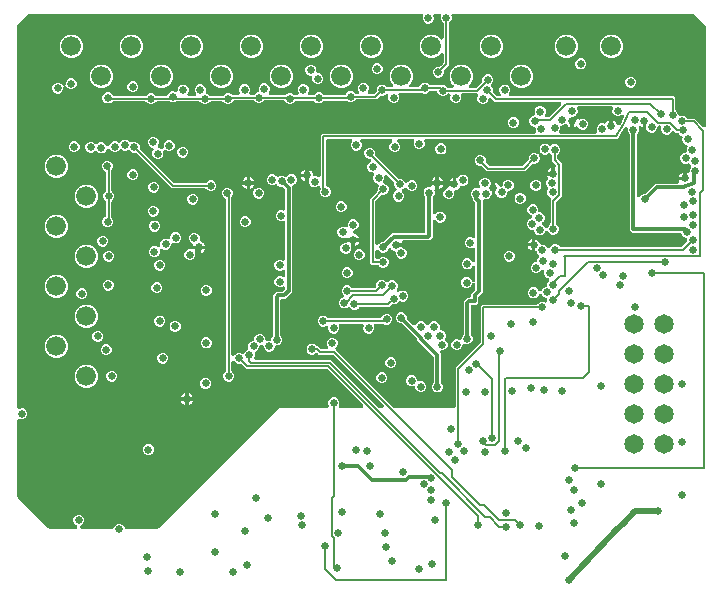
<source format=gbr>
G04 EAGLE Gerber RS-274X export*
G75*
%MOMM*%
%FSLAX34Y34*%
%LPD*%
%INCopper Layer 15*%
%IPPOS*%
%AMOC8*
5,1,8,0,0,1.08239X$1,22.5*%
G01*
%ADD10C,1.676400*%
%ADD11C,1.650000*%
%ADD12C,0.631000*%
%ADD13C,0.304800*%
%ADD14C,0.508000*%
%ADD15C,0.152400*%

G36*
X-555056Y112275D02*
X-555056Y112275D01*
X-555005Y112272D01*
X-554883Y112294D01*
X-554760Y112309D01*
X-554712Y112326D01*
X-554663Y112335D01*
X-554549Y112384D01*
X-554431Y112426D01*
X-554389Y112453D01*
X-554343Y112474D01*
X-554243Y112548D01*
X-554139Y112615D01*
X-554104Y112651D01*
X-554063Y112681D01*
X-553983Y112776D01*
X-553896Y112866D01*
X-553871Y112909D01*
X-553838Y112947D01*
X-553782Y113058D01*
X-553718Y113165D01*
X-553702Y113213D01*
X-553679Y113258D01*
X-553649Y113378D01*
X-553611Y113497D01*
X-553607Y113547D01*
X-553595Y113596D01*
X-553593Y113720D01*
X-553583Y113844D01*
X-553591Y113894D01*
X-553590Y113944D01*
X-553617Y114066D01*
X-553635Y114189D01*
X-553654Y114236D01*
X-553664Y114285D01*
X-553718Y114397D01*
X-553764Y114513D01*
X-553793Y114554D01*
X-553814Y114600D01*
X-553892Y114697D01*
X-553963Y114799D01*
X-554000Y114833D01*
X-554032Y114872D01*
X-554129Y114949D01*
X-554222Y115032D01*
X-554266Y115057D01*
X-554305Y115088D01*
X-554523Y115199D01*
X-555087Y115433D01*
X-556397Y116743D01*
X-557106Y118454D01*
X-557106Y120306D01*
X-556397Y122017D01*
X-555087Y123327D01*
X-553376Y124036D01*
X-551524Y124036D01*
X-549813Y123327D01*
X-548503Y122017D01*
X-547794Y120306D01*
X-547794Y118454D01*
X-548503Y116743D01*
X-549813Y115433D01*
X-550377Y115199D01*
X-550421Y115175D01*
X-550469Y115158D01*
X-550573Y115090D01*
X-550682Y115030D01*
X-550719Y114996D01*
X-550761Y114969D01*
X-550848Y114879D01*
X-550940Y114796D01*
X-550968Y114754D01*
X-551004Y114718D01*
X-551067Y114612D01*
X-551138Y114509D01*
X-551157Y114462D01*
X-551182Y114419D01*
X-551220Y114301D01*
X-551266Y114185D01*
X-551273Y114135D01*
X-551289Y114087D01*
X-551299Y113963D01*
X-551317Y113840D01*
X-551313Y113790D01*
X-551317Y113740D01*
X-551298Y113617D01*
X-551288Y113493D01*
X-551272Y113445D01*
X-551265Y113395D01*
X-551219Y113280D01*
X-551181Y113161D01*
X-551155Y113118D01*
X-551136Y113071D01*
X-551065Y112969D01*
X-551001Y112863D01*
X-550966Y112826D01*
X-550937Y112785D01*
X-550845Y112702D01*
X-550758Y112613D01*
X-550716Y112585D01*
X-550678Y112552D01*
X-550570Y112492D01*
X-550465Y112424D01*
X-550417Y112408D01*
X-550373Y112383D01*
X-550254Y112349D01*
X-550137Y112308D01*
X-550087Y112302D01*
X-550038Y112288D01*
X-549794Y112269D01*
X-524006Y112269D01*
X-523931Y112278D01*
X-523854Y112276D01*
X-523758Y112297D01*
X-523660Y112309D01*
X-523588Y112334D01*
X-523514Y112351D01*
X-523425Y112393D01*
X-523332Y112426D01*
X-523268Y112468D01*
X-523199Y112500D01*
X-523122Y112562D01*
X-523039Y112615D01*
X-522986Y112670D01*
X-522926Y112718D01*
X-522866Y112795D01*
X-522797Y112866D01*
X-522758Y112931D01*
X-522711Y112991D01*
X-522642Y113125D01*
X-522618Y113165D01*
X-522612Y113183D01*
X-522599Y113209D01*
X-522107Y114397D01*
X-520797Y115707D01*
X-519086Y116416D01*
X-517234Y116416D01*
X-515523Y115707D01*
X-514213Y114397D01*
X-513721Y113209D01*
X-513684Y113142D01*
X-513656Y113071D01*
X-513599Y112991D01*
X-513552Y112904D01*
X-513500Y112848D01*
X-513457Y112785D01*
X-513384Y112719D01*
X-513317Y112646D01*
X-513255Y112603D01*
X-513198Y112552D01*
X-513112Y112504D01*
X-513031Y112448D01*
X-512960Y112420D01*
X-512893Y112383D01*
X-512798Y112356D01*
X-512707Y112320D01*
X-512631Y112309D01*
X-512557Y112288D01*
X-512409Y112276D01*
X-512362Y112270D01*
X-512343Y112271D01*
X-512314Y112269D01*
X-485902Y112269D01*
X-485776Y112283D01*
X-485650Y112290D01*
X-485604Y112303D01*
X-485556Y112309D01*
X-485437Y112351D01*
X-485315Y112386D01*
X-485273Y112410D01*
X-485228Y112426D01*
X-485121Y112495D01*
X-485011Y112556D01*
X-484965Y112596D01*
X-484935Y112615D01*
X-484901Y112650D01*
X-484825Y112715D01*
X-382909Y214631D01*
X-342081Y214631D01*
X-341932Y214648D01*
X-341782Y214660D01*
X-341759Y214668D01*
X-341735Y214671D01*
X-341593Y214721D01*
X-341450Y214768D01*
X-341429Y214780D01*
X-341406Y214788D01*
X-341280Y214870D01*
X-341151Y214947D01*
X-341134Y214964D01*
X-341114Y214977D01*
X-341009Y215085D01*
X-340901Y215190D01*
X-340888Y215210D01*
X-340871Y215228D01*
X-340794Y215357D01*
X-340713Y215483D01*
X-340705Y215506D01*
X-340693Y215527D01*
X-340647Y215670D01*
X-340596Y215812D01*
X-340594Y215836D01*
X-340586Y215859D01*
X-340574Y216008D01*
X-340558Y216158D01*
X-340560Y216182D01*
X-340558Y216206D01*
X-340581Y216355D01*
X-340598Y216504D01*
X-340607Y216532D01*
X-340610Y216551D01*
X-340628Y216595D01*
X-340673Y216737D01*
X-341206Y218022D01*
X-341206Y219874D01*
X-340497Y221585D01*
X-339187Y222895D01*
X-337476Y223604D01*
X-335624Y223604D01*
X-333913Y222895D01*
X-332603Y221585D01*
X-331894Y219874D01*
X-331894Y218022D01*
X-332427Y216737D01*
X-332468Y216592D01*
X-332514Y216449D01*
X-332516Y216425D01*
X-332522Y216402D01*
X-332530Y216251D01*
X-332542Y216102D01*
X-332538Y216078D01*
X-332539Y216054D01*
X-332512Y215906D01*
X-332490Y215757D01*
X-332481Y215735D01*
X-332477Y215711D01*
X-332417Y215573D01*
X-332361Y215433D01*
X-332347Y215413D01*
X-332338Y215391D01*
X-332248Y215270D01*
X-332162Y215147D01*
X-332144Y215131D01*
X-332130Y215112D01*
X-332015Y215014D01*
X-331903Y214914D01*
X-331882Y214902D01*
X-331864Y214886D01*
X-331730Y214818D01*
X-331598Y214745D01*
X-331575Y214739D01*
X-331554Y214728D01*
X-331408Y214691D01*
X-331263Y214650D01*
X-331234Y214648D01*
X-331215Y214643D01*
X-331168Y214643D01*
X-331019Y214631D01*
X-312948Y214631D01*
X-312848Y214642D01*
X-312748Y214644D01*
X-312676Y214662D01*
X-312602Y214671D01*
X-312507Y214704D01*
X-312410Y214729D01*
X-312344Y214763D01*
X-312274Y214788D01*
X-312189Y214843D01*
X-312100Y214889D01*
X-312044Y214937D01*
X-311981Y214977D01*
X-311911Y215049D01*
X-311835Y215114D01*
X-311791Y215174D01*
X-311739Y215228D01*
X-311687Y215314D01*
X-311628Y215395D01*
X-311598Y215463D01*
X-311560Y215527D01*
X-311529Y215623D01*
X-311490Y215715D01*
X-311476Y215788D01*
X-311454Y215859D01*
X-311446Y215959D01*
X-311428Y216058D01*
X-311432Y216132D01*
X-311426Y216206D01*
X-311441Y216306D01*
X-311446Y216406D01*
X-311466Y216477D01*
X-311478Y216551D01*
X-311515Y216644D01*
X-311542Y216741D01*
X-311579Y216806D01*
X-311606Y216875D01*
X-311664Y216957D01*
X-311713Y217045D01*
X-311778Y217121D01*
X-311805Y217161D01*
X-311832Y217185D01*
X-311871Y217231D01*
X-341784Y247144D01*
X-341883Y247223D01*
X-341977Y247307D01*
X-342019Y247331D01*
X-342057Y247361D01*
X-342171Y247415D01*
X-342282Y247476D01*
X-342329Y247489D01*
X-342372Y247510D01*
X-342496Y247536D01*
X-342617Y247571D01*
X-342678Y247576D01*
X-342713Y247583D01*
X-342761Y247582D01*
X-342861Y247590D01*
X-410810Y247590D01*
X-414658Y251438D01*
X-414757Y251517D01*
X-414851Y251601D01*
X-414893Y251625D01*
X-414931Y251655D01*
X-415045Y251709D01*
X-415156Y251770D01*
X-415203Y251783D01*
X-415246Y251804D01*
X-415370Y251830D01*
X-415491Y251865D01*
X-415552Y251870D01*
X-415587Y251877D01*
X-415635Y251876D01*
X-415735Y251884D01*
X-417486Y251884D01*
X-419197Y252593D01*
X-420587Y253983D01*
X-420666Y254045D01*
X-420738Y254115D01*
X-420802Y254153D01*
X-420860Y254199D01*
X-420951Y254242D01*
X-421037Y254294D01*
X-421108Y254316D01*
X-421175Y254348D01*
X-421273Y254369D01*
X-421369Y254400D01*
X-421443Y254406D01*
X-421516Y254422D01*
X-421616Y254420D01*
X-421716Y254428D01*
X-421790Y254417D01*
X-421864Y254416D01*
X-421961Y254391D01*
X-422061Y254376D01*
X-422130Y254349D01*
X-422202Y254331D01*
X-422291Y254285D01*
X-422385Y254248D01*
X-422446Y254205D01*
X-422512Y254171D01*
X-422588Y254106D01*
X-422671Y254049D01*
X-422721Y253993D01*
X-422777Y253945D01*
X-422837Y253864D01*
X-422904Y253790D01*
X-422940Y253725D01*
X-422985Y253665D01*
X-423024Y253573D01*
X-423073Y253485D01*
X-423093Y253413D01*
X-423123Y253345D01*
X-423140Y253246D01*
X-423168Y253149D01*
X-423176Y253049D01*
X-423184Y253002D01*
X-423182Y252966D01*
X-423187Y252906D01*
X-423187Y246252D01*
X-423173Y246127D01*
X-423166Y246001D01*
X-423153Y245954D01*
X-423147Y245906D01*
X-423105Y245787D01*
X-423070Y245666D01*
X-423046Y245624D01*
X-423030Y245578D01*
X-422961Y245472D01*
X-422900Y245362D01*
X-422860Y245315D01*
X-422841Y245285D01*
X-422806Y245252D01*
X-422741Y245175D01*
X-421503Y243937D01*
X-420794Y242226D01*
X-420794Y240374D01*
X-421503Y238663D01*
X-422813Y237353D01*
X-424524Y236644D01*
X-426376Y236644D01*
X-428087Y237353D01*
X-429397Y238663D01*
X-430106Y240374D01*
X-430106Y242226D01*
X-429397Y243937D01*
X-428159Y245175D01*
X-428080Y245274D01*
X-427996Y245368D01*
X-427972Y245411D01*
X-427942Y245448D01*
X-427888Y245563D01*
X-427827Y245673D01*
X-427814Y245720D01*
X-427793Y245763D01*
X-427767Y245887D01*
X-427732Y246009D01*
X-427727Y246069D01*
X-427720Y246104D01*
X-427721Y246152D01*
X-427713Y246252D01*
X-427713Y390594D01*
X-427721Y390670D01*
X-427720Y390746D01*
X-427741Y390843D01*
X-427753Y390940D01*
X-427778Y391012D01*
X-427795Y391087D01*
X-427837Y391176D01*
X-427870Y391268D01*
X-427912Y391333D01*
X-427944Y391402D01*
X-428006Y391478D01*
X-428059Y391561D01*
X-428114Y391614D01*
X-428162Y391674D01*
X-428239Y391735D01*
X-428310Y391803D01*
X-428375Y391843D01*
X-428435Y391890D01*
X-428568Y391958D01*
X-428609Y391982D01*
X-428627Y391988D01*
X-428653Y392001D01*
X-429357Y392293D01*
X-430667Y393603D01*
X-431376Y395314D01*
X-431376Y397166D01*
X-430667Y398877D01*
X-429357Y400187D01*
X-427646Y400896D01*
X-425794Y400896D01*
X-424083Y400187D01*
X-422773Y398877D01*
X-422064Y397166D01*
X-422064Y395314D01*
X-422780Y393585D01*
X-422820Y393536D01*
X-422904Y393442D01*
X-422928Y393399D01*
X-422958Y393362D01*
X-423012Y393247D01*
X-423073Y393137D01*
X-423086Y393090D01*
X-423107Y393047D01*
X-423133Y392923D01*
X-423139Y392901D01*
X-423158Y392842D01*
X-423159Y392831D01*
X-423168Y392801D01*
X-423173Y392741D01*
X-423180Y392706D01*
X-423179Y392658D01*
X-423187Y392558D01*
X-423187Y260174D01*
X-423176Y260075D01*
X-423174Y259974D01*
X-423156Y259902D01*
X-423147Y259828D01*
X-423114Y259734D01*
X-423089Y259636D01*
X-423055Y259570D01*
X-423030Y259500D01*
X-422975Y259416D01*
X-422929Y259326D01*
X-422881Y259270D01*
X-422841Y259207D01*
X-422769Y259137D01*
X-422704Y259061D01*
X-422644Y259017D01*
X-422590Y258965D01*
X-422504Y258914D01*
X-422423Y258854D01*
X-422355Y258824D01*
X-422291Y258786D01*
X-422195Y258756D01*
X-422103Y258716D01*
X-422030Y258703D01*
X-421959Y258680D01*
X-421859Y258672D01*
X-421760Y258654D01*
X-421686Y258658D01*
X-421612Y258652D01*
X-421512Y258667D01*
X-421412Y258672D01*
X-421341Y258693D01*
X-421267Y258704D01*
X-421174Y258741D01*
X-421077Y258769D01*
X-421012Y258805D01*
X-420943Y258832D01*
X-420861Y258890D01*
X-420773Y258939D01*
X-420697Y259004D01*
X-420657Y259031D01*
X-420633Y259058D01*
X-420587Y259097D01*
X-419197Y260487D01*
X-417486Y261196D01*
X-415634Y261196D01*
X-414149Y260581D01*
X-414124Y260574D01*
X-414101Y260562D01*
X-413957Y260526D01*
X-413814Y260485D01*
X-413788Y260484D01*
X-413763Y260478D01*
X-413615Y260475D01*
X-413466Y260468D01*
X-413440Y260473D01*
X-413414Y260473D01*
X-413269Y260504D01*
X-413123Y260531D01*
X-413099Y260541D01*
X-413074Y260547D01*
X-412939Y260611D01*
X-412804Y260670D01*
X-412783Y260685D01*
X-412759Y260697D01*
X-412643Y260789D01*
X-412524Y260877D01*
X-412507Y260898D01*
X-412486Y260914D01*
X-412395Y261030D01*
X-412299Y261144D01*
X-412287Y261167D01*
X-412271Y261188D01*
X-412159Y261405D01*
X-412030Y261717D01*
X-410720Y263027D01*
X-409695Y263451D01*
X-409673Y263464D01*
X-409648Y263472D01*
X-409521Y263549D01*
X-409391Y263621D01*
X-409371Y263638D01*
X-409349Y263652D01*
X-409243Y263755D01*
X-409133Y263855D01*
X-409118Y263876D01*
X-409099Y263895D01*
X-409019Y264020D01*
X-408935Y264142D01*
X-408925Y264166D01*
X-408911Y264188D01*
X-408861Y264328D01*
X-408807Y264466D01*
X-408803Y264492D01*
X-408794Y264516D01*
X-408778Y264664D01*
X-408756Y264811D01*
X-408758Y264837D01*
X-408755Y264863D01*
X-408772Y265010D01*
X-408785Y265158D01*
X-408793Y265183D01*
X-408796Y265209D01*
X-408871Y265442D01*
X-409009Y265774D01*
X-409009Y267626D01*
X-408300Y269337D01*
X-406990Y270647D01*
X-405263Y271363D01*
X-405155Y271379D01*
X-405008Y271396D01*
X-404983Y271404D01*
X-404957Y271408D01*
X-404820Y271463D01*
X-404680Y271513D01*
X-404658Y271527D01*
X-404633Y271537D01*
X-404512Y271622D01*
X-404387Y271702D01*
X-404369Y271721D01*
X-404347Y271736D01*
X-404248Y271846D01*
X-404145Y271953D01*
X-404131Y271975D01*
X-404114Y271995D01*
X-404042Y272125D01*
X-403966Y272252D01*
X-403958Y272277D01*
X-403945Y272300D01*
X-403905Y272443D01*
X-403860Y272584D01*
X-403858Y272610D01*
X-403851Y272635D01*
X-403831Y272879D01*
X-403831Y273493D01*
X-403122Y275205D01*
X-401812Y276514D01*
X-400101Y277223D01*
X-398249Y277223D01*
X-396538Y276514D01*
X-395228Y275205D01*
X-394519Y273493D01*
X-394519Y272627D01*
X-394502Y272478D01*
X-394490Y272328D01*
X-394482Y272305D01*
X-394480Y272281D01*
X-394429Y272139D01*
X-394383Y271997D01*
X-394370Y271976D01*
X-394362Y271953D01*
X-394280Y271826D01*
X-394203Y271698D01*
X-394186Y271681D01*
X-394173Y271660D01*
X-394065Y271556D01*
X-393960Y271448D01*
X-393940Y271435D01*
X-393922Y271418D01*
X-393793Y271341D01*
X-393667Y271260D01*
X-393644Y271252D01*
X-393623Y271239D01*
X-393481Y271194D01*
X-393338Y271143D01*
X-393314Y271140D01*
X-393291Y271133D01*
X-393142Y271121D01*
X-392992Y271104D01*
X-392968Y271107D01*
X-392944Y271105D01*
X-392795Y271127D01*
X-392646Y271145D01*
X-392618Y271154D01*
X-392599Y271157D01*
X-392555Y271174D01*
X-392413Y271220D01*
X-392086Y271356D01*
X-391040Y271356D01*
X-391014Y271359D01*
X-390988Y271357D01*
X-390841Y271379D01*
X-390694Y271396D01*
X-390669Y271404D01*
X-390643Y271408D01*
X-390505Y271463D01*
X-390366Y271513D01*
X-390344Y271527D01*
X-390319Y271537D01*
X-390198Y271622D01*
X-390073Y271702D01*
X-390055Y271721D01*
X-390033Y271736D01*
X-389934Y271846D01*
X-389831Y271953D01*
X-389817Y271975D01*
X-389800Y271995D01*
X-389728Y272125D01*
X-389652Y272252D01*
X-389644Y272277D01*
X-389631Y272300D01*
X-389591Y272443D01*
X-389546Y272584D01*
X-389544Y272610D01*
X-389536Y272635D01*
X-389517Y272879D01*
X-389517Y273034D01*
X-388808Y274745D01*
X-388332Y275221D01*
X-388253Y275320D01*
X-388169Y275414D01*
X-388145Y275456D01*
X-388115Y275494D01*
X-388061Y275608D01*
X-388000Y275719D01*
X-387987Y275766D01*
X-387966Y275809D01*
X-387940Y275933D01*
X-387905Y276054D01*
X-387900Y276115D01*
X-387893Y276150D01*
X-387894Y276198D01*
X-387886Y276298D01*
X-387886Y309812D01*
X-384793Y312905D01*
X-380344Y312905D01*
X-380218Y312919D01*
X-380092Y312926D01*
X-380046Y312939D01*
X-379998Y312945D01*
X-379879Y312987D01*
X-379757Y313022D01*
X-379715Y313046D01*
X-379670Y313062D01*
X-379563Y313131D01*
X-379453Y313192D01*
X-379407Y313232D01*
X-379377Y313251D01*
X-379343Y313286D01*
X-379267Y313351D01*
X-378121Y314497D01*
X-378042Y314596D01*
X-377958Y314690D01*
X-377934Y314732D01*
X-377904Y314770D01*
X-377850Y314884D01*
X-377789Y314995D01*
X-377776Y315041D01*
X-377755Y315085D01*
X-377729Y315208D01*
X-377694Y315330D01*
X-377689Y315391D01*
X-377682Y315426D01*
X-377683Y315474D01*
X-377675Y315574D01*
X-377675Y315894D01*
X-377692Y316043D01*
X-377704Y316194D01*
X-377712Y316217D01*
X-377715Y316241D01*
X-377765Y316382D01*
X-377811Y316525D01*
X-377824Y316546D01*
X-377832Y316569D01*
X-377914Y316695D01*
X-377991Y316824D01*
X-378008Y316841D01*
X-378021Y316862D01*
X-378130Y316966D01*
X-378234Y317074D01*
X-378254Y317087D01*
X-378272Y317104D01*
X-378401Y317181D01*
X-378527Y317262D01*
X-378550Y317270D01*
X-378571Y317283D01*
X-378714Y317328D01*
X-378856Y317379D01*
X-378880Y317381D01*
X-378903Y317389D01*
X-379052Y317401D01*
X-379202Y317418D01*
X-379226Y317415D01*
X-379250Y317417D01*
X-379399Y317394D01*
X-379548Y317377D01*
X-379576Y317368D01*
X-379595Y317365D01*
X-379639Y317348D01*
X-379781Y317302D01*
X-381344Y316654D01*
X-383196Y316654D01*
X-384907Y317363D01*
X-386217Y318673D01*
X-386926Y320384D01*
X-386926Y322236D01*
X-386217Y323947D01*
X-384907Y325257D01*
X-383196Y325966D01*
X-381344Y325966D01*
X-379781Y325318D01*
X-379636Y325277D01*
X-379493Y325231D01*
X-379469Y325229D01*
X-379446Y325223D01*
X-379295Y325215D01*
X-379146Y325203D01*
X-379122Y325207D01*
X-379098Y325206D01*
X-378950Y325233D01*
X-378801Y325255D01*
X-378779Y325264D01*
X-378755Y325268D01*
X-378617Y325328D01*
X-378477Y325384D01*
X-378457Y325397D01*
X-378435Y325407D01*
X-378314Y325497D01*
X-378191Y325583D01*
X-378175Y325601D01*
X-378155Y325615D01*
X-378058Y325730D01*
X-377958Y325841D01*
X-377946Y325863D01*
X-377930Y325881D01*
X-377862Y326015D01*
X-377789Y326146D01*
X-377783Y326170D01*
X-377772Y326191D01*
X-377735Y326337D01*
X-377694Y326482D01*
X-377692Y326511D01*
X-377687Y326529D01*
X-377687Y326576D01*
X-377675Y326726D01*
X-377675Y329864D01*
X-377692Y330013D01*
X-377704Y330164D01*
X-377712Y330187D01*
X-377715Y330211D01*
X-377765Y330352D01*
X-377811Y330495D01*
X-377824Y330516D01*
X-377832Y330539D01*
X-377914Y330665D01*
X-377991Y330794D01*
X-378008Y330811D01*
X-378021Y330832D01*
X-378130Y330936D01*
X-378234Y331044D01*
X-378254Y331057D01*
X-378272Y331074D01*
X-378401Y331151D01*
X-378527Y331232D01*
X-378550Y331240D01*
X-378571Y331253D01*
X-378714Y331298D01*
X-378856Y331349D01*
X-378880Y331351D01*
X-378903Y331359D01*
X-379052Y331371D01*
X-379202Y331388D01*
X-379226Y331385D01*
X-379250Y331387D01*
X-379399Y331364D01*
X-379548Y331347D01*
X-379576Y331338D01*
X-379595Y331335D01*
X-379639Y331318D01*
X-379781Y331272D01*
X-381344Y330624D01*
X-383196Y330624D01*
X-384907Y331333D01*
X-386217Y332643D01*
X-386926Y334354D01*
X-386926Y336206D01*
X-386217Y337917D01*
X-384907Y339227D01*
X-383196Y339936D01*
X-381344Y339936D01*
X-379781Y339288D01*
X-379636Y339247D01*
X-379493Y339201D01*
X-379469Y339199D01*
X-379446Y339193D01*
X-379295Y339185D01*
X-379146Y339173D01*
X-379122Y339177D01*
X-379098Y339176D01*
X-378950Y339203D01*
X-378801Y339225D01*
X-378779Y339234D01*
X-378755Y339238D01*
X-378617Y339298D01*
X-378477Y339354D01*
X-378457Y339367D01*
X-378435Y339377D01*
X-378314Y339467D01*
X-378191Y339553D01*
X-378175Y339571D01*
X-378155Y339585D01*
X-378058Y339700D01*
X-377958Y339811D01*
X-377946Y339833D01*
X-377930Y339851D01*
X-377862Y339985D01*
X-377789Y340116D01*
X-377783Y340140D01*
X-377772Y340161D01*
X-377735Y340307D01*
X-377694Y340452D01*
X-377692Y340481D01*
X-377687Y340499D01*
X-377687Y340546D01*
X-377675Y340696D01*
X-377675Y371248D01*
X-377676Y371263D01*
X-377676Y371273D01*
X-377684Y371331D01*
X-377692Y371398D01*
X-377704Y371548D01*
X-377712Y371571D01*
X-377715Y371595D01*
X-377765Y371736D01*
X-377812Y371879D01*
X-377824Y371900D01*
X-377832Y371923D01*
X-377914Y372049D01*
X-377991Y372178D01*
X-378008Y372195D01*
X-378021Y372215D01*
X-378129Y372320D01*
X-378234Y372428D01*
X-378254Y372441D01*
X-378272Y372458D01*
X-378401Y372535D01*
X-378527Y372616D01*
X-378550Y372624D01*
X-378571Y372637D01*
X-378714Y372682D01*
X-378856Y372733D01*
X-378880Y372735D01*
X-378903Y372743D01*
X-379052Y372755D01*
X-379202Y372772D01*
X-379226Y372769D01*
X-379250Y372771D01*
X-379399Y372748D01*
X-379548Y372731D01*
X-379576Y372722D01*
X-379595Y372719D01*
X-379639Y372702D01*
X-379781Y372656D01*
X-380074Y372534D01*
X-381926Y372534D01*
X-383637Y373243D01*
X-384947Y374553D01*
X-385656Y376264D01*
X-385656Y378116D01*
X-384947Y379827D01*
X-383637Y381137D01*
X-381926Y381846D01*
X-380074Y381846D01*
X-379781Y381724D01*
X-379636Y381683D01*
X-379493Y381637D01*
X-379469Y381635D01*
X-379446Y381629D01*
X-379296Y381621D01*
X-379146Y381609D01*
X-379122Y381613D01*
X-379098Y381612D01*
X-378950Y381639D01*
X-378801Y381661D01*
X-378779Y381670D01*
X-378755Y381674D01*
X-378617Y381734D01*
X-378477Y381790D01*
X-378457Y381803D01*
X-378435Y381813D01*
X-378314Y381903D01*
X-378191Y381989D01*
X-378175Y382007D01*
X-378156Y382021D01*
X-378058Y382136D01*
X-377958Y382247D01*
X-377946Y382269D01*
X-377930Y382287D01*
X-377862Y382421D01*
X-377789Y382552D01*
X-377783Y382576D01*
X-377772Y382597D01*
X-377735Y382743D01*
X-377694Y382888D01*
X-377692Y382917D01*
X-377687Y382935D01*
X-377687Y382983D01*
X-377675Y383132D01*
X-377675Y398554D01*
X-377689Y398680D01*
X-377696Y398806D01*
X-377709Y398852D01*
X-377715Y398900D01*
X-377757Y399019D01*
X-377792Y399141D01*
X-377816Y399183D01*
X-377832Y399229D01*
X-377901Y399335D01*
X-377962Y399445D01*
X-378002Y399491D01*
X-378021Y399521D01*
X-378056Y399555D01*
X-378121Y399631D01*
X-379935Y401445D01*
X-380034Y401524D01*
X-380128Y401608D01*
X-380170Y401632D01*
X-380208Y401662D01*
X-380322Y401716D01*
X-380433Y401777D01*
X-380479Y401790D01*
X-380523Y401811D01*
X-380646Y401837D01*
X-380768Y401872D01*
X-380829Y401877D01*
X-380864Y401884D01*
X-380912Y401883D01*
X-381012Y401891D01*
X-381685Y401891D01*
X-383396Y402600D01*
X-384228Y403432D01*
X-384288Y403480D01*
X-384341Y403534D01*
X-384424Y403587D01*
X-384501Y403649D01*
X-384570Y403681D01*
X-384635Y403723D01*
X-384727Y403756D01*
X-384816Y403798D01*
X-384891Y403814D01*
X-384963Y403839D01*
X-385061Y403850D01*
X-385157Y403871D01*
X-385233Y403870D01*
X-385309Y403878D01*
X-385407Y403867D01*
X-385505Y403865D01*
X-385580Y403846D01*
X-385655Y403837D01*
X-385797Y403792D01*
X-385843Y403780D01*
X-385860Y403771D01*
X-385888Y403762D01*
X-387694Y403014D01*
X-389546Y403014D01*
X-391257Y403723D01*
X-392567Y405033D01*
X-393276Y406744D01*
X-393276Y408596D01*
X-392567Y410307D01*
X-391257Y411617D01*
X-389546Y412326D01*
X-387694Y412326D01*
X-385983Y411617D01*
X-385151Y410785D01*
X-385091Y410737D01*
X-385038Y410683D01*
X-384955Y410630D01*
X-384878Y410568D01*
X-384809Y410536D01*
X-384744Y410494D01*
X-384652Y410462D01*
X-384563Y410419D01*
X-384488Y410403D01*
X-384416Y410378D01*
X-384318Y410367D01*
X-384222Y410346D01*
X-384146Y410347D01*
X-384070Y410339D01*
X-383972Y410350D01*
X-383874Y410352D01*
X-383799Y410371D01*
X-383724Y410380D01*
X-383582Y410426D01*
X-383536Y410437D01*
X-383519Y410446D01*
X-383491Y410455D01*
X-381685Y411203D01*
X-379833Y411203D01*
X-378070Y410473D01*
X-378062Y410466D01*
X-377946Y410374D01*
X-377922Y410363D01*
X-377901Y410347D01*
X-377765Y410289D01*
X-377631Y410225D01*
X-377605Y410220D01*
X-377581Y410209D01*
X-377435Y410183D01*
X-377290Y410152D01*
X-377264Y410152D01*
X-377238Y410148D01*
X-377090Y410155D01*
X-376942Y410158D01*
X-376916Y410164D01*
X-376890Y410166D01*
X-376747Y410207D01*
X-376604Y410243D01*
X-376580Y410255D01*
X-376555Y410262D01*
X-376426Y410334D01*
X-376294Y410402D01*
X-376274Y410419D01*
X-376251Y410432D01*
X-376064Y410591D01*
X-375038Y411617D01*
X-373327Y412326D01*
X-371475Y412326D01*
X-369764Y411617D01*
X-368454Y410307D01*
X-367745Y408596D01*
X-367745Y406744D01*
X-368454Y405033D01*
X-369764Y403723D01*
X-370685Y403342D01*
X-370752Y403304D01*
X-370823Y403276D01*
X-370903Y403220D01*
X-370990Y403172D01*
X-371046Y403121D01*
X-371109Y403077D01*
X-371175Y403004D01*
X-371248Y402938D01*
X-371291Y402875D01*
X-371342Y402818D01*
X-371390Y402732D01*
X-371446Y402651D01*
X-371474Y402580D01*
X-371511Y402513D01*
X-371538Y402419D01*
X-371574Y402327D01*
X-371585Y402252D01*
X-371606Y402178D01*
X-371618Y402029D01*
X-371625Y401982D01*
X-371623Y401963D01*
X-371625Y401934D01*
X-371625Y312437D01*
X-377207Y306855D01*
X-380313Y306855D01*
X-380339Y306852D01*
X-380365Y306854D01*
X-380512Y306832D01*
X-380659Y306815D01*
X-380684Y306807D01*
X-380710Y306803D01*
X-380848Y306748D01*
X-380987Y306698D01*
X-381009Y306684D01*
X-381034Y306674D01*
X-381156Y306589D01*
X-381280Y306509D01*
X-381298Y306490D01*
X-381320Y306475D01*
X-381419Y306365D01*
X-381522Y306258D01*
X-381536Y306236D01*
X-381553Y306216D01*
X-381625Y306086D01*
X-381701Y305959D01*
X-381709Y305934D01*
X-381722Y305911D01*
X-381762Y305768D01*
X-381807Y305627D01*
X-381809Y305601D01*
X-381817Y305576D01*
X-381836Y305332D01*
X-381836Y276298D01*
X-381822Y276173D01*
X-381815Y276046D01*
X-381802Y276000D01*
X-381796Y275952D01*
X-381754Y275833D01*
X-381719Y275712D01*
X-381695Y275669D01*
X-381679Y275624D01*
X-381610Y275518D01*
X-381549Y275407D01*
X-381509Y275361D01*
X-381490Y275331D01*
X-381455Y275298D01*
X-381390Y275221D01*
X-380914Y274745D01*
X-380205Y273034D01*
X-380205Y271182D01*
X-380914Y269471D01*
X-382224Y268161D01*
X-383935Y267452D01*
X-384981Y267452D01*
X-385007Y267449D01*
X-385033Y267451D01*
X-385180Y267429D01*
X-385327Y267412D01*
X-385352Y267403D01*
X-385378Y267399D01*
X-385516Y267345D01*
X-385655Y267295D01*
X-385677Y267280D01*
X-385702Y267271D01*
X-385823Y267186D01*
X-385948Y267106D01*
X-385966Y267087D01*
X-385988Y267072D01*
X-386087Y266962D01*
X-386190Y266855D01*
X-386204Y266832D01*
X-386221Y266813D01*
X-386293Y266683D01*
X-386369Y266556D01*
X-386377Y266531D01*
X-386390Y266508D01*
X-386430Y266365D01*
X-386475Y266224D01*
X-386477Y266198D01*
X-386485Y266173D01*
X-386504Y265929D01*
X-386504Y265774D01*
X-387213Y264063D01*
X-388523Y262753D01*
X-390234Y262044D01*
X-392086Y262044D01*
X-393797Y262753D01*
X-395107Y264063D01*
X-395816Y265774D01*
X-395816Y266640D01*
X-395833Y266789D01*
X-395845Y266939D01*
X-395853Y266962D01*
X-395856Y266986D01*
X-395906Y267128D01*
X-395953Y267271D01*
X-395965Y267291D01*
X-395973Y267314D01*
X-396055Y267441D01*
X-396132Y267569D01*
X-396149Y267587D01*
X-396162Y267607D01*
X-396270Y267712D01*
X-396375Y267819D01*
X-396395Y267832D01*
X-396413Y267849D01*
X-396542Y267926D01*
X-396668Y268007D01*
X-396691Y268016D01*
X-396712Y268028D01*
X-396855Y268074D01*
X-396997Y268124D01*
X-397021Y268127D01*
X-397044Y268134D01*
X-397193Y268146D01*
X-397343Y268163D01*
X-397367Y268160D01*
X-397391Y268162D01*
X-397540Y268140D01*
X-397689Y268122D01*
X-397717Y268113D01*
X-397736Y268110D01*
X-397780Y268093D01*
X-397922Y268047D01*
X-398266Y267905D01*
X-398373Y267889D01*
X-398520Y267872D01*
X-398545Y267863D01*
X-398571Y267859D01*
X-398709Y267804D01*
X-398848Y267754D01*
X-398870Y267740D01*
X-398895Y267730D01*
X-399016Y267646D01*
X-399141Y267565D01*
X-399159Y267546D01*
X-399181Y267531D01*
X-399280Y267421D01*
X-399383Y267314D01*
X-399397Y267292D01*
X-399414Y267272D01*
X-399486Y267143D01*
X-399562Y267015D01*
X-399570Y266990D01*
X-399583Y266967D01*
X-399623Y266825D01*
X-399668Y266683D01*
X-399670Y266657D01*
X-399678Y266632D01*
X-399697Y266388D01*
X-399697Y265774D01*
X-400406Y264063D01*
X-401716Y262753D01*
X-402741Y262329D01*
X-402763Y262316D01*
X-402788Y262308D01*
X-402915Y262231D01*
X-403045Y262159D01*
X-403065Y262142D01*
X-403087Y262128D01*
X-403194Y262025D01*
X-403303Y261925D01*
X-403318Y261904D01*
X-403337Y261885D01*
X-403417Y261760D01*
X-403501Y261638D01*
X-403511Y261614D01*
X-403525Y261592D01*
X-403575Y261452D01*
X-403629Y261314D01*
X-403633Y261288D01*
X-403642Y261264D01*
X-403658Y261116D01*
X-403680Y260969D01*
X-403678Y260943D01*
X-403681Y260917D01*
X-403664Y260770D01*
X-403651Y260622D01*
X-403643Y260597D01*
X-403640Y260571D01*
X-403565Y260338D01*
X-403427Y260006D01*
X-403427Y258154D01*
X-403803Y257246D01*
X-403845Y257101D01*
X-403890Y256958D01*
X-403892Y256934D01*
X-403899Y256911D01*
X-403906Y256760D01*
X-403918Y256611D01*
X-403915Y256587D01*
X-403916Y256563D01*
X-403889Y256415D01*
X-403867Y256266D01*
X-403858Y256244D01*
X-403853Y256220D01*
X-403793Y256082D01*
X-403738Y255942D01*
X-403724Y255922D01*
X-403715Y255900D01*
X-403625Y255779D01*
X-403539Y255656D01*
X-403521Y255640D01*
X-403507Y255620D01*
X-403392Y255523D01*
X-403280Y255423D01*
X-403259Y255411D01*
X-403241Y255395D01*
X-403107Y255327D01*
X-402975Y255254D01*
X-402952Y255248D01*
X-402930Y255237D01*
X-402785Y255200D01*
X-402640Y255159D01*
X-402611Y255157D01*
X-402592Y255152D01*
X-402545Y255152D01*
X-402396Y255140D01*
X-339103Y255140D01*
X-299040Y215077D01*
X-298941Y214998D01*
X-298847Y214914D01*
X-298805Y214890D01*
X-298767Y214860D01*
X-298653Y214806D01*
X-298542Y214745D01*
X-298496Y214732D01*
X-298452Y214711D01*
X-298329Y214685D01*
X-298207Y214650D01*
X-298146Y214646D01*
X-298111Y214638D01*
X-298063Y214639D01*
X-297963Y214631D01*
X-295842Y214631D01*
X-295742Y214642D01*
X-295642Y214644D01*
X-295569Y214662D01*
X-295495Y214671D01*
X-295401Y214704D01*
X-295304Y214729D01*
X-295237Y214763D01*
X-295167Y214788D01*
X-295083Y214843D01*
X-294994Y214889D01*
X-294937Y214937D01*
X-294875Y214977D01*
X-294805Y215049D01*
X-294728Y215114D01*
X-294684Y215174D01*
X-294632Y215228D01*
X-294581Y215314D01*
X-294521Y215395D01*
X-294492Y215463D01*
X-294454Y215527D01*
X-294423Y215623D01*
X-294383Y215715D01*
X-294370Y215788D01*
X-294347Y215859D01*
X-294339Y215959D01*
X-294321Y216058D01*
X-294325Y216132D01*
X-294319Y216206D01*
X-294334Y216306D01*
X-294339Y216406D01*
X-294360Y216477D01*
X-294371Y216551D01*
X-294408Y216644D01*
X-294436Y216741D01*
X-294472Y216806D01*
X-294500Y216875D01*
X-294557Y216957D01*
X-294606Y217045D01*
X-294671Y217121D01*
X-294699Y217161D01*
X-294725Y217185D01*
X-294765Y217231D01*
X-336774Y259240D01*
X-336873Y259319D01*
X-336966Y259403D01*
X-337009Y259427D01*
X-337047Y259457D01*
X-337161Y259511D01*
X-337272Y259572D01*
X-337318Y259585D01*
X-337362Y259606D01*
X-337485Y259632D01*
X-337607Y259667D01*
X-337668Y259672D01*
X-337702Y259679D01*
X-337750Y259678D01*
X-337851Y259686D01*
X-349246Y259686D01*
X-350064Y260504D01*
X-350085Y260521D01*
X-350102Y260541D01*
X-350221Y260629D01*
X-350337Y260721D01*
X-350361Y260732D01*
X-350382Y260748D01*
X-350518Y260807D01*
X-350652Y260870D01*
X-350678Y260875D01*
X-350702Y260886D01*
X-350848Y260912D01*
X-350993Y260943D01*
X-351019Y260943D01*
X-351045Y260947D01*
X-351194Y260940D01*
X-351342Y260937D01*
X-351367Y260931D01*
X-351393Y260930D01*
X-351536Y260888D01*
X-351680Y260852D01*
X-351703Y260840D01*
X-351728Y260833D01*
X-351858Y260760D01*
X-351989Y260693D01*
X-352009Y260676D01*
X-352032Y260663D01*
X-352219Y260504D01*
X-352328Y260395D01*
X-354039Y259686D01*
X-355891Y259686D01*
X-357602Y260395D01*
X-358912Y261705D01*
X-359621Y263416D01*
X-359621Y265268D01*
X-358912Y266979D01*
X-357602Y268289D01*
X-355891Y268998D01*
X-354039Y268998D01*
X-352328Y268289D01*
X-351090Y267051D01*
X-350991Y266972D01*
X-350897Y266888D01*
X-350854Y266864D01*
X-350817Y266834D01*
X-350702Y266780D01*
X-350592Y266719D01*
X-350545Y266706D01*
X-350502Y266685D01*
X-350378Y266659D01*
X-350256Y266624D01*
X-350196Y266619D01*
X-350161Y266612D01*
X-350113Y266613D01*
X-350013Y266605D01*
X-349765Y266605D01*
X-347818Y264658D01*
X-347719Y264579D01*
X-347625Y264495D01*
X-347583Y264471D01*
X-347545Y264441D01*
X-347431Y264387D01*
X-347320Y264326D01*
X-347273Y264313D01*
X-347230Y264292D01*
X-347106Y264266D01*
X-346985Y264231D01*
X-346924Y264226D01*
X-346889Y264219D01*
X-346841Y264220D01*
X-346741Y264212D01*
X-343053Y264212D01*
X-342951Y264223D01*
X-342848Y264226D01*
X-342779Y264243D01*
X-342707Y264252D01*
X-342610Y264286D01*
X-342511Y264312D01*
X-342447Y264345D01*
X-342379Y264369D01*
X-342293Y264425D01*
X-342201Y264472D01*
X-342147Y264519D01*
X-342086Y264558D01*
X-342015Y264632D01*
X-341937Y264699D01*
X-341894Y264757D01*
X-341844Y264809D01*
X-341791Y264897D01*
X-341730Y264980D01*
X-341702Y265046D01*
X-341665Y265108D01*
X-341634Y265206D01*
X-341593Y265300D01*
X-341581Y265371D01*
X-341559Y265440D01*
X-341551Y265542D01*
X-341533Y265644D01*
X-341537Y265716D01*
X-341531Y265787D01*
X-341546Y265889D01*
X-341552Y265992D01*
X-341572Y266061D01*
X-341574Y266071D01*
X-341576Y266090D01*
X-341577Y266094D01*
X-341583Y266132D01*
X-341618Y266221D01*
X-341625Y266244D01*
X-341649Y266326D01*
X-341660Y266345D01*
X-342476Y268314D01*
X-342476Y270166D01*
X-341767Y271877D01*
X-340457Y273187D01*
X-338746Y273896D01*
X-336894Y273896D01*
X-335183Y273187D01*
X-333873Y271877D01*
X-333164Y270166D01*
X-333164Y268314D01*
X-333873Y266603D01*
X-334728Y265748D01*
X-334744Y265728D01*
X-334764Y265711D01*
X-334852Y265592D01*
X-334944Y265475D01*
X-334955Y265452D01*
X-334971Y265430D01*
X-335030Y265294D01*
X-335093Y265160D01*
X-335099Y265134D01*
X-335109Y265110D01*
X-335135Y264964D01*
X-335166Y264819D01*
X-335166Y264793D01*
X-335171Y264767D01*
X-335163Y264619D01*
X-335161Y264471D01*
X-335154Y264445D01*
X-335153Y264419D01*
X-335112Y264277D01*
X-335076Y264133D01*
X-335064Y264110D01*
X-335056Y264084D01*
X-334984Y263955D01*
X-334916Y263823D01*
X-334899Y263803D01*
X-334886Y263780D01*
X-334728Y263594D01*
X-286210Y215077D01*
X-286111Y214998D01*
X-286018Y214914D01*
X-285975Y214890D01*
X-285937Y214860D01*
X-285823Y214806D01*
X-285713Y214745D01*
X-285666Y214732D01*
X-285622Y214711D01*
X-285499Y214685D01*
X-285377Y214650D01*
X-285316Y214646D01*
X-285282Y214638D01*
X-285234Y214639D01*
X-285133Y214631D01*
X-234926Y214631D01*
X-234900Y214634D01*
X-234874Y214632D01*
X-234727Y214654D01*
X-234580Y214671D01*
X-234555Y214679D01*
X-234529Y214683D01*
X-234391Y214738D01*
X-234252Y214788D01*
X-234230Y214802D01*
X-234205Y214812D01*
X-234084Y214897D01*
X-233959Y214977D01*
X-233941Y214996D01*
X-233919Y215011D01*
X-233820Y215121D01*
X-233717Y215228D01*
X-233703Y215250D01*
X-233686Y215270D01*
X-233614Y215400D01*
X-233538Y215527D01*
X-233530Y215552D01*
X-233517Y215575D01*
X-233477Y215718D01*
X-233432Y215859D01*
X-233430Y215885D01*
X-233422Y215910D01*
X-233403Y216154D01*
X-233403Y248587D01*
X-212663Y269327D01*
X-212584Y269426D01*
X-212500Y269520D01*
X-212476Y269562D01*
X-212446Y269600D01*
X-212392Y269714D01*
X-212331Y269825D01*
X-212318Y269872D01*
X-212297Y269915D01*
X-212271Y270039D01*
X-212236Y270160D01*
X-212231Y270221D01*
X-212224Y270256D01*
X-212225Y270304D01*
X-212217Y270404D01*
X-212217Y300657D01*
X-210891Y301983D01*
X-164972Y301983D01*
X-164847Y301997D01*
X-164721Y302004D01*
X-164674Y302017D01*
X-164626Y302023D01*
X-164507Y302065D01*
X-164386Y302100D01*
X-164344Y302124D01*
X-164298Y302140D01*
X-164192Y302209D01*
X-164082Y302270D01*
X-164035Y302310D01*
X-164005Y302329D01*
X-163972Y302364D01*
X-163895Y302429D01*
X-162657Y303667D01*
X-160946Y304376D01*
X-159094Y304376D01*
X-157892Y303878D01*
X-157747Y303836D01*
X-157604Y303791D01*
X-157580Y303789D01*
X-157557Y303782D01*
X-157406Y303775D01*
X-157257Y303763D01*
X-157233Y303766D01*
X-157209Y303765D01*
X-157061Y303792D01*
X-156912Y303814D01*
X-156890Y303823D01*
X-156866Y303828D01*
X-156728Y303888D01*
X-156588Y303943D01*
X-156568Y303957D01*
X-156546Y303967D01*
X-156425Y304056D01*
X-156302Y304142D01*
X-156286Y304160D01*
X-156266Y304175D01*
X-156169Y304289D01*
X-156069Y304401D01*
X-156057Y304422D01*
X-156041Y304441D01*
X-155973Y304574D01*
X-155900Y304706D01*
X-155894Y304729D01*
X-155883Y304751D01*
X-155846Y304896D01*
X-155805Y305041D01*
X-155803Y305071D01*
X-155798Y305089D01*
X-155798Y305136D01*
X-155786Y305285D01*
X-155786Y306241D01*
X-155789Y306267D01*
X-155787Y306293D01*
X-155809Y306440D01*
X-155826Y306587D01*
X-155834Y306612D01*
X-155838Y306638D01*
X-155893Y306776D01*
X-155943Y306915D01*
X-155957Y306937D01*
X-155967Y306962D01*
X-156052Y307083D01*
X-156132Y307208D01*
X-156151Y307226D01*
X-156166Y307248D01*
X-156276Y307347D01*
X-156383Y307450D01*
X-156405Y307464D01*
X-156425Y307481D01*
X-156555Y307553D01*
X-156682Y307629D01*
X-156707Y307637D01*
X-156730Y307650D01*
X-156873Y307690D01*
X-157014Y307735D01*
X-157040Y307737D01*
X-157065Y307745D01*
X-157094Y307747D01*
X-158847Y308473D01*
X-160157Y309783D01*
X-160332Y310205D01*
X-160380Y310292D01*
X-160421Y310385D01*
X-160465Y310444D01*
X-160501Y310509D01*
X-160569Y310584D01*
X-160628Y310664D01*
X-160685Y310712D01*
X-160735Y310768D01*
X-160818Y310825D01*
X-160894Y310890D01*
X-160961Y310923D01*
X-161022Y310966D01*
X-161115Y311003D01*
X-161205Y311048D01*
X-161277Y311066D01*
X-161346Y311094D01*
X-161446Y311108D01*
X-161543Y311132D01*
X-161617Y311134D01*
X-161691Y311144D01*
X-161791Y311136D01*
X-161891Y311138D01*
X-161964Y311122D01*
X-162038Y311115D01*
X-162134Y311085D01*
X-162232Y311063D01*
X-162299Y311031D01*
X-162370Y311008D01*
X-162456Y310957D01*
X-162547Y310913D01*
X-162605Y310867D01*
X-162668Y310829D01*
X-162740Y310759D01*
X-162819Y310696D01*
X-162865Y310638D01*
X-162918Y310586D01*
X-162973Y310501D01*
X-163035Y310423D01*
X-163081Y310333D01*
X-163107Y310293D01*
X-163119Y310259D01*
X-163146Y310205D01*
X-163522Y309298D01*
X-164832Y307988D01*
X-166543Y307279D01*
X-168395Y307279D01*
X-170106Y307988D01*
X-171416Y309298D01*
X-172125Y311009D01*
X-172125Y312861D01*
X-171416Y314572D01*
X-170106Y315882D01*
X-168395Y316591D01*
X-166543Y316591D01*
X-164832Y315882D01*
X-163522Y314572D01*
X-163347Y314150D01*
X-163298Y314062D01*
X-163258Y313970D01*
X-163214Y313911D01*
X-163178Y313846D01*
X-163110Y313771D01*
X-163051Y313691D01*
X-162994Y313643D01*
X-162944Y313587D01*
X-162861Y313530D01*
X-162785Y313465D01*
X-162718Y313432D01*
X-162657Y313389D01*
X-162564Y313352D01*
X-162474Y313307D01*
X-162402Y313289D01*
X-162333Y313261D01*
X-162233Y313247D01*
X-162136Y313223D01*
X-162062Y313221D01*
X-161988Y313211D01*
X-161888Y313219D01*
X-161788Y313217D01*
X-161715Y313233D01*
X-161641Y313240D01*
X-161545Y313270D01*
X-161447Y313292D01*
X-161380Y313324D01*
X-161309Y313347D01*
X-161223Y313398D01*
X-161132Y313442D01*
X-161074Y313488D01*
X-161011Y313526D01*
X-160939Y313596D01*
X-160860Y313659D01*
X-160814Y313717D01*
X-160761Y313769D01*
X-160706Y313854D01*
X-160644Y313932D01*
X-160598Y314022D01*
X-160572Y314062D01*
X-160560Y314096D01*
X-160533Y314150D01*
X-160157Y315057D01*
X-158847Y316367D01*
X-157012Y317127D01*
X-157005Y317128D01*
X-156867Y317183D01*
X-156727Y317233D01*
X-156705Y317247D01*
X-156681Y317257D01*
X-156559Y317342D01*
X-156435Y317422D01*
X-156416Y317441D01*
X-156395Y317456D01*
X-156296Y317566D01*
X-156192Y317673D01*
X-156179Y317695D01*
X-156161Y317715D01*
X-156090Y317845D01*
X-156014Y317972D01*
X-156006Y317997D01*
X-155993Y318020D01*
X-155952Y318163D01*
X-155907Y318304D01*
X-155905Y318330D01*
X-155898Y318355D01*
X-155878Y318599D01*
X-155878Y319789D01*
X-155170Y321500D01*
X-154707Y321963D01*
X-154614Y322080D01*
X-154517Y322195D01*
X-154506Y322216D01*
X-154490Y322236D01*
X-154426Y322371D01*
X-154358Y322505D01*
X-154352Y322529D01*
X-154342Y322551D01*
X-154310Y322698D01*
X-154274Y322844D01*
X-154273Y322868D01*
X-154268Y322891D01*
X-154271Y323040D01*
X-154269Y323192D01*
X-154274Y323216D01*
X-154274Y323240D01*
X-154311Y323385D01*
X-154343Y323532D01*
X-154353Y323554D01*
X-154359Y323578D01*
X-154428Y323712D01*
X-154493Y323847D01*
X-154508Y323866D01*
X-154519Y323888D01*
X-154617Y324003D01*
X-154710Y324120D01*
X-154729Y324135D01*
X-154745Y324153D01*
X-154865Y324242D01*
X-154984Y324336D01*
X-155010Y324349D01*
X-155025Y324360D01*
X-155068Y324379D01*
X-155201Y324447D01*
X-156307Y324905D01*
X-157617Y326215D01*
X-158326Y327926D01*
X-158326Y329867D01*
X-158332Y329917D01*
X-158329Y329968D01*
X-158351Y330090D01*
X-158366Y330213D01*
X-158383Y330261D01*
X-158392Y330311D01*
X-158441Y330424D01*
X-158483Y330541D01*
X-158511Y330584D01*
X-158531Y330631D01*
X-158605Y330730D01*
X-158672Y330834D01*
X-158709Y330869D01*
X-158739Y330910D01*
X-158834Y330990D01*
X-158923Y331076D01*
X-158966Y331102D01*
X-159005Y331135D01*
X-159116Y331191D01*
X-159222Y331255D01*
X-159270Y331270D01*
X-159316Y331294D01*
X-159436Y331323D01*
X-159554Y331361D01*
X-159605Y331365D01*
X-159654Y331377D01*
X-159778Y331379D01*
X-159901Y331389D01*
X-159952Y331381D01*
X-160003Y331382D01*
X-160123Y331356D01*
X-160246Y331337D01*
X-160293Y331319D01*
X-160343Y331308D01*
X-160455Y331254D01*
X-160570Y331209D01*
X-160612Y331180D01*
X-160658Y331158D01*
X-160754Y331080D01*
X-160856Y331010D01*
X-160890Y330972D01*
X-160930Y330940D01*
X-160997Y330855D01*
X-162463Y329389D01*
X-164174Y328680D01*
X-166026Y328680D01*
X-167737Y329389D01*
X-169047Y330699D01*
X-169756Y332410D01*
X-169756Y334262D01*
X-169047Y335973D01*
X-167737Y337283D01*
X-166026Y337992D01*
X-165756Y337992D01*
X-165730Y337995D01*
X-165704Y337993D01*
X-165557Y338015D01*
X-165410Y338032D01*
X-165386Y338040D01*
X-165360Y338044D01*
X-165222Y338099D01*
X-165082Y338149D01*
X-165060Y338163D01*
X-165036Y338173D01*
X-164914Y338258D01*
X-164789Y338338D01*
X-164771Y338357D01*
X-164750Y338372D01*
X-164650Y338482D01*
X-164547Y338589D01*
X-164534Y338611D01*
X-164516Y338631D01*
X-164444Y338761D01*
X-164368Y338888D01*
X-164360Y338913D01*
X-164348Y338936D01*
X-164307Y339079D01*
X-164262Y339220D01*
X-164260Y339246D01*
X-164253Y339271D01*
X-164233Y339515D01*
X-164233Y339828D01*
X-163524Y341539D01*
X-162921Y342142D01*
X-162904Y342163D01*
X-162884Y342180D01*
X-162796Y342300D01*
X-162704Y342415D01*
X-162693Y342439D01*
X-162677Y342460D01*
X-162619Y342596D01*
X-162555Y342730D01*
X-162550Y342756D01*
X-162539Y342780D01*
X-162513Y342926D01*
X-162482Y343071D01*
X-162482Y343097D01*
X-162478Y343123D01*
X-162485Y343272D01*
X-162488Y343420D01*
X-162494Y343445D01*
X-162496Y343471D01*
X-162537Y343614D01*
X-162573Y343758D01*
X-162585Y343781D01*
X-162592Y343806D01*
X-162665Y343936D01*
X-162732Y344067D01*
X-162749Y344087D01*
X-162762Y344110D01*
X-162921Y344297D01*
X-164221Y345597D01*
X-164731Y346827D01*
X-164756Y346872D01*
X-164773Y346921D01*
X-164840Y347024D01*
X-164900Y347132D01*
X-164934Y347170D01*
X-164962Y347213D01*
X-165051Y347299D01*
X-165134Y347390D01*
X-165176Y347419D01*
X-165213Y347455D01*
X-165319Y347518D01*
X-165421Y347588D01*
X-165469Y347607D01*
X-165513Y347633D01*
X-165630Y347671D01*
X-165745Y347716D01*
X-165796Y347724D01*
X-165845Y347739D01*
X-165863Y347741D01*
X-165863Y352806D01*
X-165863Y357756D01*
X-164944Y357375D01*
X-164099Y356811D01*
X-163381Y356093D01*
X-162817Y355248D01*
X-162428Y354310D01*
X-162390Y354116D01*
X-162379Y354082D01*
X-162377Y354069D01*
X-162373Y354058D01*
X-162366Y354016D01*
X-162321Y353901D01*
X-162283Y353784D01*
X-162257Y353740D01*
X-162238Y353692D01*
X-162167Y353591D01*
X-162104Y353485D01*
X-162068Y353448D01*
X-162039Y353406D01*
X-161947Y353324D01*
X-161861Y353235D01*
X-161818Y353207D01*
X-161780Y353173D01*
X-161672Y353113D01*
X-161568Y353046D01*
X-161520Y353029D01*
X-161475Y353004D01*
X-161356Y352971D01*
X-161240Y352929D01*
X-161189Y352923D01*
X-161140Y352909D01*
X-160896Y352890D01*
X-159348Y352890D01*
X-157637Y352181D01*
X-156327Y350871D01*
X-156202Y350568D01*
X-156153Y350481D01*
X-156113Y350388D01*
X-156068Y350329D01*
X-156032Y350264D01*
X-155965Y350189D01*
X-155905Y350109D01*
X-155848Y350061D01*
X-155798Y350006D01*
X-155716Y349949D01*
X-155639Y349884D01*
X-155573Y349850D01*
X-155511Y349807D01*
X-155418Y349771D01*
X-155329Y349725D01*
X-155256Y349707D01*
X-155187Y349680D01*
X-155088Y349665D01*
X-154990Y349641D01*
X-154916Y349640D01*
X-154842Y349629D01*
X-154742Y349637D01*
X-154642Y349636D01*
X-154569Y349651D01*
X-154495Y349658D01*
X-154400Y349689D01*
X-154301Y349710D01*
X-154234Y349742D01*
X-154164Y349765D01*
X-154078Y349816D01*
X-153987Y349860D01*
X-153929Y349906D01*
X-153865Y349944D01*
X-153793Y350014D01*
X-153714Y350077D01*
X-153668Y350135D01*
X-153615Y350187D01*
X-153561Y350272D01*
X-153498Y350351D01*
X-153453Y350440D01*
X-153427Y350481D01*
X-153415Y350514D01*
X-153387Y350568D01*
X-153128Y351194D01*
X-151818Y352503D01*
X-150107Y353212D01*
X-148255Y353212D01*
X-146544Y352503D01*
X-145306Y351265D01*
X-145207Y351187D01*
X-145113Y351102D01*
X-145070Y351079D01*
X-145033Y351049D01*
X-144918Y350995D01*
X-144808Y350934D01*
X-144761Y350921D01*
X-144718Y350900D01*
X-144594Y350873D01*
X-144472Y350839D01*
X-144412Y350834D01*
X-144377Y350827D01*
X-144329Y350827D01*
X-144229Y350819D01*
X-42407Y350819D01*
X-42281Y350834D01*
X-42155Y350840D01*
X-42108Y350854D01*
X-42060Y350859D01*
X-41941Y350902D01*
X-41820Y350937D01*
X-41778Y350960D01*
X-41732Y350977D01*
X-41626Y351045D01*
X-41516Y351107D01*
X-41470Y351146D01*
X-41440Y351166D01*
X-41406Y351200D01*
X-41330Y351265D01*
X-37627Y354968D01*
X-37556Y355058D01*
X-37551Y355063D01*
X-37549Y355067D01*
X-37548Y355067D01*
X-37464Y355161D01*
X-37440Y355203D01*
X-37410Y355241D01*
X-37356Y355355D01*
X-37295Y355466D01*
X-37282Y355513D01*
X-37261Y355556D01*
X-37235Y355679D01*
X-37200Y355801D01*
X-37195Y355862D01*
X-37188Y355897D01*
X-37189Y355945D01*
X-37181Y356045D01*
X-37181Y357212D01*
X-37184Y357238D01*
X-37182Y357264D01*
X-37204Y357411D01*
X-37221Y357558D01*
X-37229Y357583D01*
X-37233Y357609D01*
X-37288Y357747D01*
X-37338Y357886D01*
X-37352Y357908D01*
X-37362Y357933D01*
X-37447Y358054D01*
X-37527Y358179D01*
X-37546Y358197D01*
X-37561Y358219D01*
X-37671Y358318D01*
X-37778Y358421D01*
X-37800Y358435D01*
X-37820Y358452D01*
X-37950Y358524D01*
X-38077Y358600D01*
X-38102Y358608D01*
X-38125Y358621D01*
X-38268Y358661D01*
X-38409Y358706D01*
X-38435Y358708D01*
X-38460Y358716D01*
X-38685Y358734D01*
X-40400Y359444D01*
X-41710Y360754D01*
X-42141Y361795D01*
X-42178Y361862D01*
X-42207Y361933D01*
X-42263Y362014D01*
X-42311Y362100D01*
X-42362Y362156D01*
X-42406Y362219D01*
X-42478Y362285D01*
X-42545Y362358D01*
X-42608Y362401D01*
X-42664Y362452D01*
X-42750Y362500D01*
X-42831Y362556D01*
X-42902Y362584D01*
X-42969Y362621D01*
X-43064Y362648D01*
X-43156Y362684D01*
X-43231Y362695D01*
X-43305Y362716D01*
X-43454Y362728D01*
X-43500Y362735D01*
X-43519Y362733D01*
X-43549Y362735D01*
X-83803Y362735D01*
X-85912Y364844D01*
X-85912Y445390D01*
X-85926Y445515D01*
X-85933Y445641D01*
X-85946Y445688D01*
X-85952Y445736D01*
X-85994Y445855D01*
X-86029Y445976D01*
X-86053Y446018D01*
X-86069Y446064D01*
X-86138Y446170D01*
X-86199Y446280D01*
X-86239Y446327D01*
X-86258Y446357D01*
X-86293Y446390D01*
X-86358Y446467D01*
X-86834Y446943D01*
X-87543Y448654D01*
X-87543Y450569D01*
X-87540Y450581D01*
X-87508Y450693D01*
X-87505Y450751D01*
X-87494Y450808D01*
X-87497Y450924D01*
X-87491Y451041D01*
X-87502Y451099D01*
X-87503Y451156D01*
X-87533Y451269D01*
X-87554Y451384D01*
X-87577Y451437D01*
X-87591Y451493D01*
X-87646Y451597D01*
X-87693Y451704D01*
X-87727Y451750D01*
X-87754Y451802D01*
X-87831Y451890D01*
X-87900Y451984D01*
X-87945Y452021D01*
X-87983Y452065D01*
X-88077Y452133D01*
X-88166Y452209D01*
X-88218Y452235D01*
X-88265Y452269D01*
X-88373Y452314D01*
X-88477Y452368D01*
X-88533Y452382D01*
X-88586Y452404D01*
X-88701Y452424D01*
X-88815Y452452D01*
X-88873Y452453D01*
X-88930Y452462D01*
X-89046Y452455D01*
X-89163Y452457D01*
X-89220Y452445D01*
X-89278Y452441D01*
X-89484Y452387D01*
X-89504Y452383D01*
X-89508Y452381D01*
X-89514Y452379D01*
X-89653Y452330D01*
X-89690Y452313D01*
X-89729Y452302D01*
X-89846Y452237D01*
X-89967Y452179D01*
X-89998Y452153D01*
X-90034Y452133D01*
X-90134Y452044D01*
X-90238Y451959D01*
X-90263Y451927D01*
X-90293Y451900D01*
X-90439Y451704D01*
X-95152Y444219D01*
X-95208Y444101D01*
X-95271Y443987D01*
X-95283Y443944D01*
X-95302Y443905D01*
X-95331Y443777D01*
X-95366Y443651D01*
X-95371Y443597D01*
X-95376Y443573D01*
X-95748Y443201D01*
X-95778Y443163D01*
X-95814Y443131D01*
X-95960Y442935D01*
X-96246Y442481D01*
X-96331Y442456D01*
X-96369Y442435D01*
X-96410Y442420D01*
X-96521Y442350D01*
X-96635Y442286D01*
X-96677Y442251D01*
X-96697Y442237D01*
X-97224Y442237D01*
X-97271Y442232D01*
X-97319Y442234D01*
X-97561Y442199D01*
X-98085Y442080D01*
X-98162Y442123D01*
X-98204Y442135D01*
X-98244Y442154D01*
X-98371Y442182D01*
X-98497Y442218D01*
X-98552Y442222D01*
X-98584Y442229D01*
X-98633Y442229D01*
X-98741Y442237D01*
X-258534Y442237D01*
X-258683Y442220D01*
X-258833Y442208D01*
X-258856Y442200D01*
X-258880Y442197D01*
X-259021Y442147D01*
X-259165Y442101D01*
X-259186Y442088D01*
X-259208Y442080D01*
X-259335Y441998D01*
X-259463Y441921D01*
X-259481Y441904D01*
X-259501Y441891D01*
X-259606Y441783D01*
X-259713Y441678D01*
X-259726Y441658D01*
X-259743Y441640D01*
X-259821Y441511D01*
X-259902Y441385D01*
X-259910Y441362D01*
X-259922Y441341D01*
X-259968Y441198D01*
X-260018Y441056D01*
X-260021Y441032D01*
X-260028Y441009D01*
X-260040Y440860D01*
X-260057Y440710D01*
X-260054Y440686D01*
X-260056Y440662D01*
X-260034Y440513D01*
X-260016Y440364D01*
X-260007Y440336D01*
X-260005Y440317D01*
X-259987Y440273D01*
X-259941Y440131D01*
X-259504Y439076D01*
X-259504Y437224D01*
X-260213Y435513D01*
X-261523Y434203D01*
X-263234Y433494D01*
X-265086Y433494D01*
X-266797Y434203D01*
X-268107Y435513D01*
X-268816Y437224D01*
X-268816Y439076D01*
X-268379Y440131D01*
X-268338Y440275D01*
X-268292Y440419D01*
X-268290Y440443D01*
X-268283Y440466D01*
X-268276Y440617D01*
X-268264Y440766D01*
X-268267Y440790D01*
X-268266Y440814D01*
X-268293Y440962D01*
X-268315Y441111D01*
X-268324Y441133D01*
X-268329Y441157D01*
X-268389Y441295D01*
X-268444Y441435D01*
X-268458Y441455D01*
X-268468Y441477D01*
X-268557Y441598D01*
X-268643Y441721D01*
X-268661Y441737D01*
X-268675Y441757D01*
X-268790Y441854D01*
X-268902Y441954D01*
X-268923Y441966D01*
X-268941Y441982D01*
X-269075Y442050D01*
X-269207Y442123D01*
X-269230Y442129D01*
X-269252Y442140D01*
X-269397Y442177D01*
X-269542Y442218D01*
X-269571Y442220D01*
X-269590Y442225D01*
X-269637Y442225D01*
X-269786Y442237D01*
X-281354Y442237D01*
X-281453Y442226D01*
X-281554Y442224D01*
X-281626Y442206D01*
X-281700Y442197D01*
X-281794Y442164D01*
X-281892Y442139D01*
X-281958Y442105D01*
X-282028Y442080D01*
X-282112Y442025D01*
X-282202Y441979D01*
X-282258Y441931D01*
X-282321Y441891D01*
X-282391Y441819D01*
X-282467Y441754D01*
X-282511Y441694D01*
X-282563Y441640D01*
X-282614Y441554D01*
X-282674Y441473D01*
X-282704Y441405D01*
X-282742Y441341D01*
X-282772Y441245D01*
X-282812Y441153D01*
X-282825Y441080D01*
X-282848Y441009D01*
X-282856Y440909D01*
X-282874Y440810D01*
X-282870Y440736D01*
X-282876Y440662D01*
X-282861Y440562D01*
X-282856Y440462D01*
X-282835Y440391D01*
X-282824Y440317D01*
X-282787Y440224D01*
X-282759Y440127D01*
X-282723Y440062D01*
X-282696Y439993D01*
X-282638Y439911D01*
X-282589Y439823D01*
X-282524Y439747D01*
X-282497Y439707D01*
X-282470Y439683D01*
X-282431Y439637D01*
X-281041Y438247D01*
X-280332Y436536D01*
X-280332Y434684D01*
X-281041Y432973D01*
X-282351Y431663D01*
X-284062Y430954D01*
X-285914Y430954D01*
X-287625Y431663D01*
X-288935Y432973D01*
X-289644Y434684D01*
X-289644Y436536D01*
X-288935Y438247D01*
X-287545Y439637D01*
X-287483Y439716D01*
X-287413Y439788D01*
X-287375Y439852D01*
X-287329Y439910D01*
X-287286Y440001D01*
X-287234Y440087D01*
X-287212Y440158D01*
X-287180Y440225D01*
X-287159Y440323D01*
X-287128Y440419D01*
X-287122Y440493D01*
X-287106Y440566D01*
X-287108Y440666D01*
X-287100Y440766D01*
X-287111Y440840D01*
X-287112Y440914D01*
X-287137Y441011D01*
X-287152Y441111D01*
X-287179Y441180D01*
X-287197Y441252D01*
X-287243Y441341D01*
X-287280Y441435D01*
X-287323Y441496D01*
X-287357Y441562D01*
X-287422Y441638D01*
X-287479Y441721D01*
X-287535Y441771D01*
X-287583Y441827D01*
X-287664Y441887D01*
X-287738Y441954D01*
X-287803Y441990D01*
X-287863Y442035D01*
X-287955Y442074D01*
X-288043Y442123D01*
X-288115Y442143D01*
X-288183Y442173D01*
X-288282Y442190D01*
X-288379Y442218D01*
X-288479Y442226D01*
X-288526Y442234D01*
X-288562Y442232D01*
X-288622Y442237D01*
X-312596Y442237D01*
X-312695Y442226D01*
X-312796Y442224D01*
X-312868Y442206D01*
X-312942Y442197D01*
X-313036Y442164D01*
X-313134Y442139D01*
X-313200Y442105D01*
X-313270Y442080D01*
X-313354Y442025D01*
X-313444Y441979D01*
X-313500Y441931D01*
X-313563Y441891D01*
X-313633Y441819D01*
X-313709Y441754D01*
X-313753Y441694D01*
X-313805Y441640D01*
X-313857Y441554D01*
X-313916Y441473D01*
X-313946Y441405D01*
X-313984Y441341D01*
X-314014Y441246D01*
X-314054Y441153D01*
X-314067Y441080D01*
X-314090Y441009D01*
X-314098Y440909D01*
X-314116Y440810D01*
X-314112Y440736D01*
X-314118Y440662D01*
X-314103Y440563D01*
X-314098Y440462D01*
X-314077Y440391D01*
X-314066Y440317D01*
X-314029Y440224D01*
X-314001Y440127D01*
X-313965Y440062D01*
X-313938Y439993D01*
X-313880Y439911D01*
X-313831Y439823D01*
X-313766Y439747D01*
X-313739Y439707D01*
X-313712Y439683D01*
X-313673Y439637D01*
X-313553Y439517D01*
X-312844Y437806D01*
X-312844Y435954D01*
X-313553Y434243D01*
X-314863Y432933D01*
X-316574Y432224D01*
X-318426Y432224D01*
X-320137Y432933D01*
X-321447Y434243D01*
X-322156Y435954D01*
X-322156Y437806D01*
X-321447Y439517D01*
X-321327Y439637D01*
X-321265Y439716D01*
X-321195Y439788D01*
X-321157Y439852D01*
X-321111Y439910D01*
X-321068Y440001D01*
X-321016Y440087D01*
X-320994Y440158D01*
X-320962Y440225D01*
X-320941Y440323D01*
X-320910Y440419D01*
X-320904Y440493D01*
X-320888Y440566D01*
X-320890Y440666D01*
X-320882Y440766D01*
X-320893Y440840D01*
X-320894Y440914D01*
X-320919Y441012D01*
X-320934Y441111D01*
X-320961Y441180D01*
X-320979Y441252D01*
X-321025Y441342D01*
X-321062Y441435D01*
X-321105Y441496D01*
X-321139Y441562D01*
X-321204Y441638D01*
X-321261Y441721D01*
X-321317Y441771D01*
X-321365Y441827D01*
X-321446Y441887D01*
X-321520Y441954D01*
X-321585Y441990D01*
X-321645Y442035D01*
X-321737Y442074D01*
X-321825Y442123D01*
X-321897Y442143D01*
X-321965Y442173D01*
X-322064Y442190D01*
X-322161Y442218D01*
X-322261Y442226D01*
X-322308Y442234D01*
X-322344Y442232D01*
X-322404Y442237D01*
X-341654Y442237D01*
X-341680Y442234D01*
X-341706Y442236D01*
X-341853Y442214D01*
X-342000Y442197D01*
X-342025Y442189D01*
X-342051Y442185D01*
X-342189Y442130D01*
X-342328Y442080D01*
X-342350Y442066D01*
X-342375Y442056D01*
X-342496Y441971D01*
X-342621Y441891D01*
X-342639Y441872D01*
X-342661Y441857D01*
X-342760Y441747D01*
X-342863Y441640D01*
X-342877Y441618D01*
X-342894Y441598D01*
X-342966Y441468D01*
X-343042Y441341D01*
X-343050Y441316D01*
X-343063Y441293D01*
X-343103Y441150D01*
X-343148Y441009D01*
X-343150Y440983D01*
X-343158Y440958D01*
X-343177Y440714D01*
X-343177Y403393D01*
X-343169Y403317D01*
X-343170Y403240D01*
X-343149Y403144D01*
X-343137Y403047D01*
X-343112Y402975D01*
X-343095Y402900D01*
X-343053Y402811D01*
X-343020Y402719D01*
X-342978Y402654D01*
X-342946Y402585D01*
X-342884Y402508D01*
X-342831Y402426D01*
X-342776Y402373D01*
X-342728Y402313D01*
X-342651Y402252D01*
X-342580Y402184D01*
X-342515Y402144D01*
X-342455Y402097D01*
X-342321Y402029D01*
X-342281Y402005D01*
X-342263Y401999D01*
X-342237Y401986D01*
X-340954Y401454D01*
X-339644Y400144D01*
X-338935Y398433D01*
X-338935Y396581D01*
X-339644Y394870D01*
X-340954Y393560D01*
X-342665Y392851D01*
X-344517Y392851D01*
X-346228Y393560D01*
X-347538Y394870D01*
X-348247Y396581D01*
X-348247Y398433D01*
X-347819Y399467D01*
X-347818Y399469D01*
X-347817Y399470D01*
X-347773Y399628D01*
X-347723Y399802D01*
X-347723Y399804D01*
X-347722Y399806D01*
X-347703Y400049D01*
X-347703Y400674D01*
X-347720Y400823D01*
X-347732Y400973D01*
X-347740Y400997D01*
X-347743Y401020D01*
X-347793Y401162D01*
X-347839Y401305D01*
X-347852Y401326D01*
X-347860Y401349D01*
X-347942Y401475D01*
X-348019Y401604D01*
X-348036Y401621D01*
X-348049Y401641D01*
X-348157Y401746D01*
X-348262Y401854D01*
X-348282Y401867D01*
X-348300Y401884D01*
X-348429Y401961D01*
X-348555Y402042D01*
X-348578Y402050D01*
X-348599Y402062D01*
X-348742Y402108D01*
X-348884Y402159D01*
X-348908Y402161D01*
X-348931Y402169D01*
X-349080Y402181D01*
X-349230Y402197D01*
X-349254Y402195D01*
X-349278Y402197D01*
X-349427Y402174D01*
X-349576Y402157D01*
X-349604Y402148D01*
X-349623Y402145D01*
X-349667Y402127D01*
X-349809Y402081D01*
X-351691Y401302D01*
X-353544Y401302D01*
X-355255Y402011D01*
X-356564Y403320D01*
X-357310Y405120D01*
X-357313Y405147D01*
X-357322Y405172D01*
X-357326Y405198D01*
X-357381Y405336D01*
X-357431Y405475D01*
X-357445Y405497D01*
X-357455Y405522D01*
X-357539Y405643D01*
X-357620Y405768D01*
X-357639Y405786D01*
X-357653Y405808D01*
X-357763Y405907D01*
X-357870Y406010D01*
X-357887Y406020D01*
X-357887Y411480D01*
X-357887Y416430D01*
X-356968Y416049D01*
X-356123Y415485D01*
X-355405Y414767D01*
X-354841Y413922D01*
X-354452Y412984D01*
X-354225Y411841D01*
X-354218Y411817D01*
X-354214Y411790D01*
X-354206Y411766D01*
X-354202Y411740D01*
X-354154Y411619D01*
X-354118Y411509D01*
X-354107Y411489D01*
X-354097Y411462D01*
X-354083Y411440D01*
X-354073Y411416D01*
X-353997Y411306D01*
X-353939Y411210D01*
X-353924Y411195D01*
X-353908Y411169D01*
X-353889Y411151D01*
X-353874Y411130D01*
X-353772Y411037D01*
X-353697Y410960D01*
X-353680Y410949D01*
X-353657Y410927D01*
X-353635Y410914D01*
X-353615Y410896D01*
X-353492Y410828D01*
X-353404Y410771D01*
X-353385Y410765D01*
X-353358Y410748D01*
X-353333Y410740D01*
X-353310Y410728D01*
X-353173Y410689D01*
X-353075Y410654D01*
X-353057Y410652D01*
X-353026Y410642D01*
X-353000Y410640D01*
X-352975Y410633D01*
X-352731Y410613D01*
X-351691Y410613D01*
X-349809Y409833D01*
X-349664Y409792D01*
X-349521Y409746D01*
X-349497Y409744D01*
X-349474Y409738D01*
X-349323Y409730D01*
X-349174Y409718D01*
X-349150Y409722D01*
X-349126Y409721D01*
X-348978Y409748D01*
X-348829Y409770D01*
X-348807Y409779D01*
X-348783Y409783D01*
X-348645Y409843D01*
X-348505Y409899D01*
X-348485Y409913D01*
X-348463Y409922D01*
X-348342Y410012D01*
X-348219Y410098D01*
X-348203Y410116D01*
X-348183Y410130D01*
X-348086Y410245D01*
X-347986Y410357D01*
X-347974Y410378D01*
X-347958Y410396D01*
X-347890Y410530D01*
X-347817Y410662D01*
X-347811Y410685D01*
X-347800Y410706D01*
X-347763Y410852D01*
X-347722Y410997D01*
X-347720Y411026D01*
X-347715Y411045D01*
X-347715Y411092D01*
X-347703Y411241D01*
X-347703Y445437D01*
X-346377Y446763D01*
X-166579Y446763D01*
X-166430Y446780D01*
X-166280Y446792D01*
X-166257Y446800D01*
X-166233Y446803D01*
X-166092Y446853D01*
X-165948Y446899D01*
X-165927Y446912D01*
X-165905Y446920D01*
X-165779Y447002D01*
X-165650Y447079D01*
X-165632Y447096D01*
X-165612Y447109D01*
X-165507Y447217D01*
X-165400Y447322D01*
X-165387Y447342D01*
X-165370Y447360D01*
X-165292Y447489D01*
X-165211Y447615D01*
X-165203Y447638D01*
X-165191Y447659D01*
X-165145Y447802D01*
X-165095Y447944D01*
X-165092Y447968D01*
X-165085Y447991D01*
X-165073Y448140D01*
X-165056Y448290D01*
X-165059Y448314D01*
X-165057Y448338D01*
X-165079Y448487D01*
X-165097Y448636D01*
X-165106Y448664D01*
X-165108Y448683D01*
X-165126Y448727D01*
X-165172Y448869D01*
X-165609Y449924D01*
X-165609Y451213D01*
X-165612Y451240D01*
X-165610Y451266D01*
X-165632Y451412D01*
X-165649Y451560D01*
X-165657Y451584D01*
X-165661Y451610D01*
X-165716Y451748D01*
X-165766Y451888D01*
X-165780Y451910D01*
X-165790Y451934D01*
X-165875Y452056D01*
X-165955Y452181D01*
X-165974Y452199D01*
X-165989Y452220D01*
X-166099Y452319D01*
X-166206Y452423D01*
X-166228Y452436D01*
X-166248Y452454D01*
X-166378Y452526D01*
X-166505Y452602D01*
X-166530Y452610D01*
X-166553Y452622D01*
X-166696Y452663D01*
X-166837Y452708D01*
X-166863Y452710D01*
X-166888Y452717D01*
X-167132Y452737D01*
X-167358Y452737D01*
X-169069Y453446D01*
X-170378Y454755D01*
X-171087Y456466D01*
X-171087Y458319D01*
X-170378Y460030D01*
X-169069Y461339D01*
X-167225Y462103D01*
X-167202Y462116D01*
X-167177Y462124D01*
X-167050Y462201D01*
X-166920Y462273D01*
X-166901Y462290D01*
X-166878Y462304D01*
X-166771Y462407D01*
X-166662Y462507D01*
X-166647Y462528D01*
X-166628Y462547D01*
X-166548Y462672D01*
X-166464Y462793D01*
X-166454Y462818D01*
X-166440Y462840D01*
X-166390Y462980D01*
X-166336Y463118D01*
X-166332Y463143D01*
X-166323Y463168D01*
X-166307Y463316D01*
X-166285Y463462D01*
X-166287Y463489D01*
X-166284Y463515D01*
X-166302Y463662D01*
X-166314Y463810D01*
X-166322Y463835D01*
X-166325Y463861D01*
X-166400Y464093D01*
X-166581Y464529D01*
X-166581Y466381D01*
X-165872Y468092D01*
X-164562Y469402D01*
X-162851Y470111D01*
X-160999Y470111D01*
X-159288Y469402D01*
X-157978Y468092D01*
X-157269Y466381D01*
X-157269Y464529D01*
X-157969Y462839D01*
X-158011Y462694D01*
X-158056Y462551D01*
X-158058Y462527D01*
X-158065Y462504D01*
X-158072Y462353D01*
X-158084Y462204D01*
X-158081Y462180D01*
X-158082Y462156D01*
X-158055Y462008D01*
X-158033Y461859D01*
X-158024Y461837D01*
X-158019Y461813D01*
X-157959Y461675D01*
X-157904Y461535D01*
X-157890Y461515D01*
X-157881Y461493D01*
X-157791Y461372D01*
X-157705Y461249D01*
X-157687Y461233D01*
X-157673Y461213D01*
X-157558Y461116D01*
X-157446Y461016D01*
X-157425Y461004D01*
X-157407Y460988D01*
X-157273Y460920D01*
X-157141Y460847D01*
X-157118Y460841D01*
X-157096Y460830D01*
X-156951Y460793D01*
X-156806Y460752D01*
X-156777Y460750D01*
X-156758Y460745D01*
X-156711Y460745D01*
X-156562Y460733D01*
X-155280Y460733D01*
X-155154Y460747D01*
X-155028Y460754D01*
X-154982Y460767D01*
X-154934Y460773D01*
X-154815Y460815D01*
X-154693Y460850D01*
X-154651Y460874D01*
X-154605Y460890D01*
X-154499Y460959D01*
X-154389Y461020D01*
X-154343Y461060D01*
X-154313Y461079D01*
X-154279Y461114D01*
X-154203Y461179D01*
X-144249Y471133D01*
X-144186Y471211D01*
X-144116Y471284D01*
X-144078Y471348D01*
X-144032Y471406D01*
X-143989Y471497D01*
X-143938Y471583D01*
X-143915Y471654D01*
X-143883Y471721D01*
X-143862Y471819D01*
X-143831Y471915D01*
X-143825Y471989D01*
X-143810Y472062D01*
X-143811Y472162D01*
X-143803Y472262D01*
X-143814Y472336D01*
X-143816Y472410D01*
X-143840Y472507D01*
X-143855Y472607D01*
X-143883Y472676D01*
X-143901Y472748D01*
X-143947Y472838D01*
X-143984Y472931D01*
X-144026Y472992D01*
X-144060Y473058D01*
X-144125Y473135D01*
X-144183Y473217D01*
X-144238Y473267D01*
X-144286Y473323D01*
X-144367Y473383D01*
X-144441Y473450D01*
X-144507Y473486D01*
X-144566Y473531D01*
X-144659Y473570D01*
X-144747Y473619D01*
X-144818Y473639D01*
X-144886Y473669D01*
X-144985Y473686D01*
X-145082Y473714D01*
X-145182Y473722D01*
X-145229Y473730D01*
X-145265Y473728D01*
X-145326Y473733D01*
X-200073Y473733D01*
X-203056Y476716D01*
X-203134Y476778D01*
X-203207Y476848D01*
X-203271Y476886D01*
X-203329Y476933D01*
X-203420Y476975D01*
X-203506Y477027D01*
X-203577Y477050D01*
X-203644Y477081D01*
X-203742Y477103D01*
X-203838Y477133D01*
X-203912Y477139D01*
X-203985Y477155D01*
X-204085Y477153D01*
X-204185Y477161D01*
X-204259Y477150D01*
X-204333Y477149D01*
X-204430Y477124D01*
X-204530Y477110D01*
X-204599Y477082D01*
X-204671Y477064D01*
X-204760Y477018D01*
X-204854Y476981D01*
X-204915Y476938D01*
X-204981Y476904D01*
X-205057Y476839D01*
X-205140Y476782D01*
X-205190Y476727D01*
X-205246Y476678D01*
X-205306Y476598D01*
X-205373Y476523D01*
X-205409Y476458D01*
X-205454Y476398D01*
X-205493Y476306D01*
X-205542Y476218D01*
X-205562Y476146D01*
X-205592Y476078D01*
X-205609Y475979D01*
X-205637Y475883D01*
X-205645Y475783D01*
X-205653Y475735D01*
X-205651Y475699D01*
X-205656Y475639D01*
X-205656Y475324D01*
X-206365Y473613D01*
X-207675Y472303D01*
X-209386Y471594D01*
X-211238Y471594D01*
X-212949Y472303D01*
X-214259Y473613D01*
X-214968Y475324D01*
X-214968Y477176D01*
X-214320Y478739D01*
X-214279Y478884D01*
X-214233Y479027D01*
X-214231Y479051D01*
X-214225Y479074D01*
X-214217Y479225D01*
X-214205Y479374D01*
X-214209Y479398D01*
X-214208Y479422D01*
X-214235Y479570D01*
X-214257Y479719D01*
X-214266Y479741D01*
X-214270Y479765D01*
X-214330Y479903D01*
X-214386Y480043D01*
X-214399Y480063D01*
X-214409Y480085D01*
X-214499Y480206D01*
X-214585Y480329D01*
X-214603Y480345D01*
X-214617Y480365D01*
X-214732Y480462D01*
X-214843Y480562D01*
X-214865Y480574D01*
X-214883Y480590D01*
X-215017Y480658D01*
X-215148Y480731D01*
X-215172Y480737D01*
X-215193Y480748D01*
X-215339Y480785D01*
X-215484Y480826D01*
X-215513Y480828D01*
X-215531Y480833D01*
X-215578Y480833D01*
X-215728Y480845D01*
X-227372Y480845D01*
X-227521Y480828D01*
X-227671Y480816D01*
X-227694Y480808D01*
X-227718Y480805D01*
X-227860Y480755D01*
X-228003Y480709D01*
X-228024Y480696D01*
X-228046Y480688D01*
X-228173Y480606D01*
X-228302Y480529D01*
X-228319Y480512D01*
X-228339Y480499D01*
X-228444Y480391D01*
X-228552Y480286D01*
X-228565Y480266D01*
X-228581Y480248D01*
X-228659Y480119D01*
X-228740Y479993D01*
X-228748Y479970D01*
X-228760Y479949D01*
X-228806Y479806D01*
X-228856Y479664D01*
X-228859Y479640D01*
X-228867Y479617D01*
X-228879Y479467D01*
X-228895Y479318D01*
X-228893Y479294D01*
X-228895Y479270D01*
X-228872Y479121D01*
X-228855Y478972D01*
X-228846Y478944D01*
X-228843Y478925D01*
X-228825Y478881D01*
X-228779Y478739D01*
X-228587Y478275D01*
X-228587Y476423D01*
X-229296Y474712D01*
X-230606Y473402D01*
X-232317Y472693D01*
X-234169Y472693D01*
X-235880Y473402D01*
X-237190Y474712D01*
X-237899Y476423D01*
X-237899Y478275D01*
X-237707Y478739D01*
X-237665Y478884D01*
X-237619Y479027D01*
X-237618Y479051D01*
X-237611Y479074D01*
X-237604Y479225D01*
X-237591Y479374D01*
X-237595Y479398D01*
X-237594Y479422D01*
X-237621Y479570D01*
X-237643Y479719D01*
X-237652Y479741D01*
X-237656Y479765D01*
X-237716Y479903D01*
X-237772Y480043D01*
X-237786Y480063D01*
X-237795Y480085D01*
X-237885Y480206D01*
X-237971Y480329D01*
X-237989Y480345D01*
X-238003Y480365D01*
X-238118Y480462D01*
X-238230Y480562D01*
X-238251Y480574D01*
X-238269Y480590D01*
X-238403Y480658D01*
X-238535Y480731D01*
X-238558Y480737D01*
X-238579Y480748D01*
X-238725Y480785D01*
X-238870Y480826D01*
X-238899Y480828D01*
X-238918Y480833D01*
X-238965Y480833D01*
X-239114Y480845D01*
X-239396Y480845D01*
X-239521Y480831D01*
X-239647Y480824D01*
X-239694Y480811D01*
X-239742Y480805D01*
X-239861Y480763D01*
X-239982Y480728D01*
X-240024Y480704D01*
X-240070Y480688D01*
X-240176Y480619D01*
X-240286Y480558D01*
X-240333Y480518D01*
X-240363Y480499D01*
X-240396Y480464D01*
X-240473Y480399D01*
X-241711Y479161D01*
X-243422Y478452D01*
X-245274Y478452D01*
X-246985Y479161D01*
X-248295Y480471D01*
X-249007Y482191D01*
X-249045Y482258D01*
X-249073Y482329D01*
X-249129Y482410D01*
X-249177Y482496D01*
X-249228Y482552D01*
X-249272Y482615D01*
X-249345Y482681D01*
X-249411Y482754D01*
X-249474Y482797D01*
X-249531Y482848D01*
X-249617Y482896D01*
X-249698Y482952D01*
X-249769Y482980D01*
X-249836Y483017D01*
X-249930Y483044D01*
X-250022Y483080D01*
X-250097Y483091D01*
X-250171Y483112D01*
X-250320Y483124D01*
X-250367Y483131D01*
X-250386Y483129D01*
X-250415Y483131D01*
X-254636Y483131D01*
X-254761Y483117D01*
X-254887Y483110D01*
X-254934Y483097D01*
X-254982Y483091D01*
X-255101Y483049D01*
X-255222Y483014D01*
X-255264Y482990D01*
X-255310Y482974D01*
X-255416Y482905D01*
X-255526Y482844D01*
X-255573Y482804D01*
X-255603Y482785D01*
X-255636Y482750D01*
X-255713Y482685D01*
X-256951Y481447D01*
X-258662Y480738D01*
X-260514Y480738D01*
X-261719Y481237D01*
X-261721Y481238D01*
X-261723Y481239D01*
X-261888Y481285D01*
X-262054Y481333D01*
X-262056Y481333D01*
X-262058Y481334D01*
X-262302Y481353D01*
X-280278Y481353D01*
X-280427Y481336D01*
X-280577Y481324D01*
X-280600Y481316D01*
X-280624Y481313D01*
X-280766Y481263D01*
X-280909Y481216D01*
X-280929Y481204D01*
X-280952Y481196D01*
X-281079Y481114D01*
X-281207Y481037D01*
X-281225Y481020D01*
X-281245Y481007D01*
X-281349Y480899D01*
X-281457Y480794D01*
X-281470Y480774D01*
X-281487Y480756D01*
X-281564Y480627D01*
X-281645Y480501D01*
X-281654Y480478D01*
X-281666Y480457D01*
X-281712Y480314D01*
X-281762Y480172D01*
X-281765Y480148D01*
X-281772Y480125D01*
X-281784Y479976D01*
X-281801Y479826D01*
X-281798Y479802D01*
X-281800Y479778D01*
X-281778Y479629D01*
X-281760Y479480D01*
X-281751Y479452D01*
X-281748Y479433D01*
X-281731Y479389D01*
X-281685Y479247D01*
X-281177Y478021D01*
X-281177Y476169D01*
X-281886Y474458D01*
X-283196Y473148D01*
X-284907Y472439D01*
X-286759Y472439D01*
X-288470Y473148D01*
X-289780Y474458D01*
X-290489Y476169D01*
X-290489Y478021D01*
X-290465Y478078D01*
X-290451Y478127D01*
X-290430Y478172D01*
X-290403Y478294D01*
X-290369Y478414D01*
X-290367Y478464D01*
X-290356Y478513D01*
X-290358Y478638D01*
X-290352Y478762D01*
X-290361Y478811D01*
X-290362Y478862D01*
X-290393Y478982D01*
X-290415Y479104D01*
X-290435Y479151D01*
X-290447Y479200D01*
X-290504Y479310D01*
X-290554Y479424D01*
X-290584Y479465D01*
X-290607Y479509D01*
X-290687Y479604D01*
X-290762Y479704D01*
X-290800Y479736D01*
X-290833Y479775D01*
X-290933Y479849D01*
X-291028Y479929D01*
X-291072Y479952D01*
X-291113Y479982D01*
X-291227Y480031D01*
X-291338Y480088D01*
X-291387Y480100D01*
X-291433Y480120D01*
X-291555Y480142D01*
X-291676Y480172D01*
X-291726Y480173D01*
X-291776Y480182D01*
X-291900Y480175D01*
X-292025Y480177D01*
X-292074Y480166D01*
X-292124Y480164D01*
X-292244Y480129D01*
X-292365Y480103D01*
X-292411Y480081D01*
X-292459Y480067D01*
X-292568Y480006D01*
X-292680Y479953D01*
X-292719Y479922D01*
X-292763Y479897D01*
X-292949Y479738D01*
X-293019Y479669D01*
X-294730Y478960D01*
X-296481Y478960D01*
X-296606Y478946D01*
X-296733Y478939D01*
X-296779Y478926D01*
X-296827Y478920D01*
X-296946Y478878D01*
X-297067Y478843D01*
X-297110Y478819D01*
X-297155Y478803D01*
X-297261Y478734D01*
X-297372Y478673D01*
X-297418Y478633D01*
X-297448Y478614D01*
X-297481Y478579D01*
X-297558Y478514D01*
X-300307Y475765D01*
X-317374Y475765D01*
X-317499Y475751D01*
X-317625Y475744D01*
X-317672Y475731D01*
X-317720Y475725D01*
X-317839Y475683D01*
X-317960Y475648D01*
X-318002Y475624D01*
X-318048Y475608D01*
X-318154Y475539D01*
X-318264Y475478D01*
X-318311Y475438D01*
X-318341Y475419D01*
X-318374Y475384D01*
X-318451Y475319D01*
X-319689Y474081D01*
X-321400Y473372D01*
X-323252Y473372D01*
X-324963Y474081D01*
X-325185Y474303D01*
X-325284Y474382D01*
X-325378Y474466D01*
X-325421Y474490D01*
X-325458Y474520D01*
X-325573Y474574D01*
X-325683Y474635D01*
X-325730Y474648D01*
X-325773Y474669D01*
X-325897Y474695D01*
X-326019Y474730D01*
X-326079Y474735D01*
X-326114Y474742D01*
X-326162Y474741D01*
X-326262Y474749D01*
X-344298Y474749D01*
X-344423Y474735D01*
X-344549Y474728D01*
X-344596Y474715D01*
X-344644Y474709D01*
X-344763Y474667D01*
X-344884Y474632D01*
X-344926Y474608D01*
X-344972Y474592D01*
X-345078Y474523D01*
X-345188Y474462D01*
X-345235Y474422D01*
X-345265Y474403D01*
X-345298Y474368D01*
X-345375Y474303D01*
X-346613Y473065D01*
X-348324Y472356D01*
X-350176Y472356D01*
X-351887Y473065D01*
X-353125Y474303D01*
X-353224Y474382D01*
X-353318Y474466D01*
X-353361Y474490D01*
X-353398Y474520D01*
X-353513Y474574D01*
X-353623Y474635D01*
X-353670Y474648D01*
X-353713Y474669D01*
X-353837Y474695D01*
X-353959Y474730D01*
X-354019Y474735D01*
X-354054Y474742D01*
X-354102Y474741D01*
X-354202Y474749D01*
X-368452Y474749D01*
X-368528Y474741D01*
X-368605Y474742D01*
X-368701Y474721D01*
X-368799Y474709D01*
X-368871Y474684D01*
X-368945Y474667D01*
X-369034Y474625D01*
X-369127Y474592D01*
X-369191Y474550D01*
X-369260Y474518D01*
X-369337Y474456D01*
X-369420Y474403D01*
X-369473Y474348D01*
X-369532Y474300D01*
X-369593Y474223D01*
X-369662Y474152D01*
X-369701Y474087D01*
X-369748Y474027D01*
X-369817Y473893D01*
X-369841Y473853D01*
X-369846Y473835D01*
X-369860Y473809D01*
X-369941Y473613D01*
X-371251Y472303D01*
X-372962Y471594D01*
X-374814Y471594D01*
X-376525Y472303D01*
X-377835Y473613D01*
X-378021Y474063D01*
X-378059Y474130D01*
X-378087Y474201D01*
X-378143Y474281D01*
X-378191Y474368D01*
X-378242Y474424D01*
X-378286Y474487D01*
X-378359Y474553D01*
X-378425Y474626D01*
X-378488Y474669D01*
X-378544Y474720D01*
X-378631Y474768D01*
X-378712Y474824D01*
X-378783Y474852D01*
X-378850Y474889D01*
X-378944Y474916D01*
X-379036Y474952D01*
X-379111Y474963D01*
X-379185Y474984D01*
X-379334Y474996D01*
X-379381Y475003D01*
X-379400Y475001D01*
X-379429Y475003D01*
X-394590Y475003D01*
X-394715Y474989D01*
X-394841Y474982D01*
X-394888Y474969D01*
X-394936Y474963D01*
X-395055Y474921D01*
X-395176Y474886D01*
X-395218Y474862D01*
X-395264Y474846D01*
X-395370Y474777D01*
X-395480Y474716D01*
X-395527Y474676D01*
X-395557Y474657D01*
X-395590Y474622D01*
X-395667Y474557D01*
X-396905Y473319D01*
X-398616Y472610D01*
X-400468Y472610D01*
X-402179Y473319D01*
X-403417Y474557D01*
X-403516Y474636D01*
X-403610Y474720D01*
X-403653Y474744D01*
X-403690Y474774D01*
X-403805Y474828D01*
X-403915Y474889D01*
X-403962Y474902D01*
X-404005Y474923D01*
X-404129Y474949D01*
X-404251Y474984D01*
X-404311Y474989D01*
X-404346Y474996D01*
X-404394Y474995D01*
X-404494Y475003D01*
X-420417Y475003D01*
X-420493Y474995D01*
X-420570Y474996D01*
X-420666Y474975D01*
X-420764Y474963D01*
X-420835Y474938D01*
X-420910Y474921D01*
X-420999Y474879D01*
X-421092Y474846D01*
X-421156Y474804D01*
X-421225Y474772D01*
X-421302Y474710D01*
X-421384Y474657D01*
X-421438Y474602D01*
X-421497Y474554D01*
X-421558Y474477D01*
X-421627Y474406D01*
X-421666Y474341D01*
X-421713Y474281D01*
X-421781Y474148D01*
X-421805Y474107D01*
X-421811Y474089D01*
X-421825Y474063D01*
X-422011Y473613D01*
X-423321Y472303D01*
X-425032Y471594D01*
X-426884Y471594D01*
X-428595Y472303D01*
X-429833Y473541D01*
X-429932Y473620D01*
X-430026Y473704D01*
X-430069Y473728D01*
X-430106Y473758D01*
X-430221Y473812D01*
X-430331Y473873D01*
X-430378Y473886D01*
X-430421Y473907D01*
X-430545Y473933D01*
X-430667Y473968D01*
X-430727Y473973D01*
X-430762Y473980D01*
X-430810Y473979D01*
X-430910Y473987D01*
X-440818Y473987D01*
X-440943Y473973D01*
X-441069Y473966D01*
X-441116Y473953D01*
X-441164Y473947D01*
X-441283Y473905D01*
X-441404Y473870D01*
X-441446Y473846D01*
X-441492Y473830D01*
X-441598Y473761D01*
X-441708Y473700D01*
X-441755Y473660D01*
X-441785Y473641D01*
X-441818Y473606D01*
X-441895Y473541D01*
X-443133Y472303D01*
X-444844Y471594D01*
X-446696Y471594D01*
X-448407Y472303D01*
X-449645Y473541D01*
X-449744Y473620D01*
X-449838Y473704D01*
X-449881Y473728D01*
X-449918Y473758D01*
X-450033Y473812D01*
X-450143Y473873D01*
X-450190Y473886D01*
X-450233Y473907D01*
X-450357Y473933D01*
X-450479Y473968D01*
X-450539Y473973D01*
X-450574Y473980D01*
X-450622Y473979D01*
X-450722Y473987D01*
X-469980Y473987D01*
X-469982Y473987D01*
X-469984Y473987D01*
X-470155Y473967D01*
X-470326Y473947D01*
X-470328Y473947D01*
X-470330Y473946D01*
X-470563Y473871D01*
X-471768Y473372D01*
X-473620Y473372D01*
X-474825Y473871D01*
X-474827Y473872D01*
X-474829Y473873D01*
X-474996Y473920D01*
X-475160Y473967D01*
X-475162Y473967D01*
X-475164Y473968D01*
X-475408Y473987D01*
X-486201Y473987D01*
X-486326Y473973D01*
X-486452Y473966D01*
X-486499Y473953D01*
X-486547Y473947D01*
X-486666Y473905D01*
X-486787Y473870D01*
X-486829Y473846D01*
X-486875Y473830D01*
X-486981Y473761D01*
X-487091Y473700D01*
X-487138Y473660D01*
X-487168Y473641D01*
X-487201Y473606D01*
X-487278Y473541D01*
X-488516Y472303D01*
X-490227Y471594D01*
X-492079Y471594D01*
X-493790Y472303D01*
X-495028Y473541D01*
X-495127Y473620D01*
X-495221Y473704D01*
X-495264Y473728D01*
X-495301Y473758D01*
X-495416Y473812D01*
X-495526Y473873D01*
X-495573Y473886D01*
X-495616Y473907D01*
X-495740Y473933D01*
X-495862Y473968D01*
X-495922Y473973D01*
X-495957Y473980D01*
X-496005Y473979D01*
X-496105Y473987D01*
X-523622Y473987D01*
X-523747Y473973D01*
X-523873Y473966D01*
X-523920Y473953D01*
X-523968Y473947D01*
X-524087Y473905D01*
X-524208Y473870D01*
X-524250Y473846D01*
X-524296Y473830D01*
X-524402Y473761D01*
X-524512Y473700D01*
X-524559Y473660D01*
X-524589Y473641D01*
X-524622Y473606D01*
X-524699Y473541D01*
X-525195Y473045D01*
X-526906Y472336D01*
X-528758Y472336D01*
X-530470Y473045D01*
X-531779Y474354D01*
X-532488Y476066D01*
X-532488Y477918D01*
X-531779Y479629D01*
X-530470Y480939D01*
X-528758Y481647D01*
X-526906Y481647D01*
X-525195Y480939D01*
X-523885Y479629D01*
X-523813Y479453D01*
X-523776Y479386D01*
X-523747Y479315D01*
X-523691Y479235D01*
X-523643Y479148D01*
X-523592Y479092D01*
X-523548Y479029D01*
X-523475Y478963D01*
X-523409Y478890D01*
X-523346Y478847D01*
X-523290Y478796D01*
X-523203Y478748D01*
X-523123Y478692D01*
X-523052Y478664D01*
X-522985Y478627D01*
X-522890Y478600D01*
X-522798Y478564D01*
X-522723Y478553D01*
X-522649Y478532D01*
X-522500Y478520D01*
X-522454Y478513D01*
X-522434Y478515D01*
X-522405Y478513D01*
X-496105Y478513D01*
X-495980Y478527D01*
X-495854Y478534D01*
X-495807Y478547D01*
X-495759Y478553D01*
X-495640Y478595D01*
X-495519Y478630D01*
X-495477Y478654D01*
X-495431Y478670D01*
X-495325Y478739D01*
X-495215Y478800D01*
X-495168Y478840D01*
X-495138Y478859D01*
X-495105Y478894D01*
X-495028Y478959D01*
X-493790Y480197D01*
X-492079Y480906D01*
X-490227Y480906D01*
X-488516Y480197D01*
X-487278Y478959D01*
X-487179Y478880D01*
X-487085Y478796D01*
X-487043Y478772D01*
X-487005Y478742D01*
X-486891Y478688D01*
X-486780Y478627D01*
X-486733Y478614D01*
X-486690Y478593D01*
X-486566Y478567D01*
X-486444Y478532D01*
X-486384Y478527D01*
X-486349Y478520D01*
X-486301Y478521D01*
X-486201Y478513D01*
X-478550Y478513D01*
X-478474Y478521D01*
X-478398Y478520D01*
X-478302Y478541D01*
X-478204Y478553D01*
X-478132Y478578D01*
X-478057Y478595D01*
X-477969Y478637D01*
X-477876Y478670D01*
X-477812Y478712D01*
X-477743Y478744D01*
X-477666Y478806D01*
X-477583Y478859D01*
X-477530Y478914D01*
X-477470Y478962D01*
X-477409Y479039D01*
X-477341Y479110D01*
X-477302Y479175D01*
X-477254Y479235D01*
X-477186Y479368D01*
X-477162Y479409D01*
X-477156Y479427D01*
X-477143Y479453D01*
X-476641Y480665D01*
X-475331Y481975D01*
X-473620Y482684D01*
X-471768Y482684D01*
X-470903Y482325D01*
X-470758Y482284D01*
X-470615Y482238D01*
X-470591Y482236D01*
X-470568Y482230D01*
X-470417Y482222D01*
X-470268Y482210D01*
X-470244Y482214D01*
X-470220Y482213D01*
X-470072Y482240D01*
X-469923Y482262D01*
X-469901Y482271D01*
X-469877Y482275D01*
X-469739Y482335D01*
X-469599Y482391D01*
X-469579Y482405D01*
X-469557Y482414D01*
X-469437Y482504D01*
X-469313Y482590D01*
X-469297Y482608D01*
X-469277Y482622D01*
X-469180Y482737D01*
X-469080Y482848D01*
X-469068Y482870D01*
X-469052Y482888D01*
X-468984Y483022D01*
X-468911Y483154D01*
X-468905Y483177D01*
X-468894Y483198D01*
X-468857Y483344D01*
X-468816Y483489D01*
X-468814Y483518D01*
X-468809Y483537D01*
X-468809Y483583D01*
X-468797Y483733D01*
X-468797Y484542D01*
X-468088Y486253D01*
X-466778Y487563D01*
X-465067Y488272D01*
X-463215Y488272D01*
X-461504Y487563D01*
X-460194Y486253D01*
X-459485Y484542D01*
X-459485Y482690D01*
X-460221Y480913D01*
X-460230Y480898D01*
X-460276Y480840D01*
X-460319Y480749D01*
X-460371Y480663D01*
X-460393Y480592D01*
X-460425Y480525D01*
X-460446Y480427D01*
X-460477Y480331D01*
X-460483Y480257D01*
X-460499Y480185D01*
X-460497Y480084D01*
X-460505Y479984D01*
X-460494Y479910D01*
X-460493Y479836D01*
X-460468Y479738D01*
X-460453Y479639D01*
X-460426Y479570D01*
X-460408Y479498D01*
X-460362Y479409D01*
X-460325Y479315D01*
X-460282Y479254D01*
X-460248Y479188D01*
X-460183Y479112D01*
X-460126Y479029D01*
X-460071Y478979D01*
X-460022Y478923D01*
X-459941Y478863D01*
X-459867Y478796D01*
X-459802Y478760D01*
X-459742Y478716D01*
X-459650Y478676D01*
X-459562Y478627D01*
X-459490Y478607D01*
X-459422Y478578D01*
X-459323Y478560D01*
X-459226Y478532D01*
X-459127Y478524D01*
X-459079Y478516D01*
X-459043Y478518D01*
X-458983Y478513D01*
X-454484Y478513D01*
X-454385Y478524D01*
X-454284Y478526D01*
X-454212Y478544D01*
X-454138Y478553D01*
X-454044Y478586D01*
X-453946Y478611D01*
X-453880Y478645D01*
X-453810Y478670D01*
X-453726Y478725D01*
X-453636Y478771D01*
X-453580Y478819D01*
X-453517Y478859D01*
X-453448Y478931D01*
X-453371Y478996D01*
X-453327Y479056D01*
X-453275Y479110D01*
X-453223Y479196D01*
X-453164Y479277D01*
X-453134Y479345D01*
X-453096Y479409D01*
X-453066Y479504D01*
X-453026Y479597D01*
X-453013Y479670D01*
X-452990Y479741D01*
X-452982Y479841D01*
X-452964Y479940D01*
X-452968Y480014D01*
X-452962Y480088D01*
X-452977Y480187D01*
X-452982Y480288D01*
X-453003Y480359D01*
X-453014Y480433D01*
X-453051Y480526D01*
X-453079Y480623D01*
X-453115Y480688D01*
X-453142Y480757D01*
X-453200Y480839D01*
X-453249Y480927D01*
X-453314Y481003D01*
X-453341Y481043D01*
X-453368Y481067D01*
X-453407Y481113D01*
X-453527Y481233D01*
X-454236Y482944D01*
X-454236Y484796D01*
X-453527Y486507D01*
X-452217Y487817D01*
X-450506Y488526D01*
X-448654Y488526D01*
X-446943Y487817D01*
X-445633Y486507D01*
X-444924Y484796D01*
X-444924Y482944D01*
X-445050Y482640D01*
X-445057Y482615D01*
X-445069Y482591D01*
X-445105Y482448D01*
X-445146Y482305D01*
X-445147Y482278D01*
X-445153Y482253D01*
X-445156Y482105D01*
X-445163Y481957D01*
X-445158Y481931D01*
X-445159Y481905D01*
X-445127Y481760D01*
X-445100Y481614D01*
X-445090Y481590D01*
X-445084Y481564D01*
X-445021Y481430D01*
X-444961Y481294D01*
X-444946Y481273D01*
X-444934Y481249D01*
X-444842Y481133D01*
X-444754Y481014D01*
X-444733Y480998D01*
X-444717Y480977D01*
X-444601Y480885D01*
X-444487Y480789D01*
X-444464Y480777D01*
X-444444Y480761D01*
X-444226Y480650D01*
X-443133Y480197D01*
X-441895Y478959D01*
X-441796Y478880D01*
X-441702Y478796D01*
X-441660Y478772D01*
X-441622Y478742D01*
X-441508Y478688D01*
X-441397Y478627D01*
X-441350Y478614D01*
X-441307Y478593D01*
X-441183Y478567D01*
X-441061Y478532D01*
X-441001Y478527D01*
X-440966Y478520D01*
X-440918Y478521D01*
X-440818Y478513D01*
X-430910Y478513D01*
X-430785Y478527D01*
X-430659Y478534D01*
X-430612Y478547D01*
X-430564Y478553D01*
X-430445Y478595D01*
X-430324Y478630D01*
X-430282Y478654D01*
X-430236Y478670D01*
X-430130Y478739D01*
X-430020Y478800D01*
X-429973Y478840D01*
X-429943Y478859D01*
X-429910Y478894D01*
X-429833Y478959D01*
X-428595Y480197D01*
X-426884Y480906D01*
X-425032Y480906D01*
X-423321Y480197D01*
X-423099Y479975D01*
X-423000Y479896D01*
X-422906Y479812D01*
X-422863Y479788D01*
X-422826Y479758D01*
X-422711Y479704D01*
X-422601Y479643D01*
X-422554Y479630D01*
X-422511Y479609D01*
X-422387Y479583D01*
X-422265Y479548D01*
X-422205Y479543D01*
X-422170Y479536D01*
X-422122Y479537D01*
X-422022Y479529D01*
X-417539Y479529D01*
X-417390Y479546D01*
X-417240Y479558D01*
X-417217Y479566D01*
X-417193Y479569D01*
X-417051Y479619D01*
X-416908Y479665D01*
X-416887Y479678D01*
X-416864Y479686D01*
X-416738Y479768D01*
X-416609Y479845D01*
X-416592Y479862D01*
X-416572Y479875D01*
X-416467Y479984D01*
X-416359Y480088D01*
X-416346Y480108D01*
X-416329Y480126D01*
X-416252Y480255D01*
X-416171Y480381D01*
X-416163Y480404D01*
X-416151Y480425D01*
X-416105Y480568D01*
X-416054Y480710D01*
X-416052Y480734D01*
X-416044Y480757D01*
X-416032Y480906D01*
X-416016Y481056D01*
X-416018Y481080D01*
X-416016Y481104D01*
X-416039Y481253D01*
X-416056Y481402D01*
X-416065Y481430D01*
X-416068Y481449D01*
X-416086Y481493D01*
X-416131Y481635D01*
X-416727Y483072D01*
X-416727Y484924D01*
X-416018Y486635D01*
X-414708Y487945D01*
X-412997Y488654D01*
X-411145Y488654D01*
X-409434Y487945D01*
X-408124Y486635D01*
X-407415Y484924D01*
X-407415Y483072D01*
X-408011Y481635D01*
X-408052Y481490D01*
X-408098Y481347D01*
X-408100Y481323D01*
X-408106Y481300D01*
X-408114Y481149D01*
X-408126Y481000D01*
X-408122Y480976D01*
X-408123Y480952D01*
X-408096Y480804D01*
X-408074Y480655D01*
X-408065Y480633D01*
X-408061Y480609D01*
X-408001Y480471D01*
X-407945Y480331D01*
X-407931Y480311D01*
X-407922Y480289D01*
X-407832Y480168D01*
X-407746Y480045D01*
X-407728Y480029D01*
X-407714Y480009D01*
X-407599Y479912D01*
X-407487Y479812D01*
X-407466Y479800D01*
X-407448Y479784D01*
X-407314Y479716D01*
X-407182Y479643D01*
X-407159Y479637D01*
X-407138Y479626D01*
X-406992Y479589D01*
X-406847Y479548D01*
X-406818Y479546D01*
X-406799Y479541D01*
X-406752Y479541D01*
X-406603Y479529D01*
X-404494Y479529D01*
X-404369Y479543D01*
X-404243Y479550D01*
X-404196Y479563D01*
X-404148Y479569D01*
X-404029Y479611D01*
X-403908Y479646D01*
X-403866Y479670D01*
X-403820Y479686D01*
X-403714Y479755D01*
X-403604Y479816D01*
X-403557Y479856D01*
X-403527Y479875D01*
X-403494Y479910D01*
X-403417Y479975D01*
X-402179Y481213D01*
X-400813Y481779D01*
X-400790Y481792D01*
X-400765Y481800D01*
X-400638Y481876D01*
X-400509Y481948D01*
X-400489Y481966D01*
X-400467Y481979D01*
X-400360Y482083D01*
X-400250Y482182D01*
X-400236Y482204D01*
X-400217Y482222D01*
X-400136Y482347D01*
X-400052Y482469D01*
X-400043Y482493D01*
X-400028Y482515D01*
X-399979Y482655D01*
X-399924Y482793D01*
X-399921Y482819D01*
X-399912Y482844D01*
X-399895Y482991D01*
X-399874Y483138D01*
X-399876Y483164D01*
X-399873Y483190D01*
X-399890Y483337D01*
X-399903Y483485D01*
X-399911Y483510D01*
X-399914Y483536D01*
X-399963Y483688D01*
X-399963Y485558D01*
X-399254Y487269D01*
X-397944Y488579D01*
X-396233Y489288D01*
X-394381Y489288D01*
X-392670Y488579D01*
X-391360Y487269D01*
X-390651Y485558D01*
X-390651Y483706D01*
X-391387Y481929D01*
X-391396Y481914D01*
X-391442Y481856D01*
X-391485Y481765D01*
X-391537Y481679D01*
X-391559Y481608D01*
X-391591Y481541D01*
X-391612Y481443D01*
X-391643Y481347D01*
X-391649Y481273D01*
X-391665Y481201D01*
X-391663Y481100D01*
X-391671Y481000D01*
X-391660Y480926D01*
X-391659Y480852D01*
X-391634Y480755D01*
X-391619Y480655D01*
X-391592Y480586D01*
X-391574Y480514D01*
X-391528Y480425D01*
X-391491Y480331D01*
X-391448Y480270D01*
X-391414Y480204D01*
X-391349Y480128D01*
X-391292Y480045D01*
X-391237Y479995D01*
X-391188Y479939D01*
X-391107Y479879D01*
X-391033Y479812D01*
X-390968Y479776D01*
X-390908Y479732D01*
X-390816Y479692D01*
X-390728Y479643D01*
X-390656Y479623D01*
X-390588Y479594D01*
X-390489Y479576D01*
X-390392Y479548D01*
X-390293Y479540D01*
X-390245Y479532D01*
X-390209Y479534D01*
X-390149Y479529D01*
X-377824Y479529D01*
X-377699Y479543D01*
X-377573Y479550D01*
X-377526Y479563D01*
X-377478Y479569D01*
X-377359Y479611D01*
X-377238Y479646D01*
X-377196Y479670D01*
X-377150Y479686D01*
X-377044Y479755D01*
X-376934Y479816D01*
X-376887Y479856D01*
X-376857Y479875D01*
X-376824Y479910D01*
X-376747Y479975D01*
X-376525Y480197D01*
X-374814Y480906D01*
X-372962Y480906D01*
X-371251Y480197D01*
X-370775Y479721D01*
X-370676Y479642D01*
X-370582Y479558D01*
X-370539Y479534D01*
X-370502Y479504D01*
X-370387Y479450D01*
X-370277Y479389D01*
X-370230Y479376D01*
X-370187Y479355D01*
X-370063Y479329D01*
X-369941Y479294D01*
X-369881Y479289D01*
X-369846Y479282D01*
X-369798Y479283D01*
X-369698Y479275D01*
X-367768Y479275D01*
X-367619Y479292D01*
X-367469Y479304D01*
X-367446Y479312D01*
X-367422Y479315D01*
X-367281Y479365D01*
X-367138Y479411D01*
X-367117Y479424D01*
X-367094Y479432D01*
X-366968Y479514D01*
X-366839Y479591D01*
X-366822Y479608D01*
X-366801Y479621D01*
X-366696Y479730D01*
X-366589Y479834D01*
X-366576Y479854D01*
X-366559Y479872D01*
X-366482Y480001D01*
X-366401Y480127D01*
X-366393Y480150D01*
X-366380Y480171D01*
X-366335Y480314D01*
X-366284Y480456D01*
X-366281Y480480D01*
X-366274Y480503D01*
X-366262Y480652D01*
X-366245Y480802D01*
X-366248Y480826D01*
X-366246Y480850D01*
X-366268Y480999D01*
X-366286Y481148D01*
X-366295Y481176D01*
X-366298Y481195D01*
X-366315Y481239D01*
X-366361Y481381D01*
X-367114Y483198D01*
X-367114Y485050D01*
X-366405Y486761D01*
X-365095Y488071D01*
X-363384Y488780D01*
X-361532Y488780D01*
X-359821Y488071D01*
X-358511Y486761D01*
X-357802Y485050D01*
X-357802Y483198D01*
X-358555Y481381D01*
X-358596Y481236D01*
X-358642Y481093D01*
X-358644Y481069D01*
X-358651Y481046D01*
X-358658Y480895D01*
X-358670Y480746D01*
X-358666Y480722D01*
X-358668Y480698D01*
X-358641Y480550D01*
X-358618Y480401D01*
X-358609Y480379D01*
X-358605Y480355D01*
X-358545Y480217D01*
X-358490Y480077D01*
X-358476Y480057D01*
X-358466Y480035D01*
X-358376Y479914D01*
X-358291Y479791D01*
X-358273Y479775D01*
X-358258Y479755D01*
X-358143Y479658D01*
X-358032Y479558D01*
X-358011Y479546D01*
X-357992Y479530D01*
X-357859Y479462D01*
X-357727Y479389D01*
X-357703Y479383D01*
X-357682Y479372D01*
X-357536Y479335D01*
X-357391Y479294D01*
X-357362Y479292D01*
X-357344Y479287D01*
X-357297Y479287D01*
X-357148Y479275D01*
X-354202Y479275D01*
X-354077Y479289D01*
X-353951Y479296D01*
X-353904Y479309D01*
X-353856Y479315D01*
X-353737Y479357D01*
X-353616Y479392D01*
X-353574Y479416D01*
X-353528Y479432D01*
X-353422Y479501D01*
X-353312Y479562D01*
X-353265Y479602D01*
X-353235Y479621D01*
X-353202Y479656D01*
X-353125Y479721D01*
X-351887Y480959D01*
X-350176Y481668D01*
X-348324Y481668D01*
X-346613Y480959D01*
X-345375Y479721D01*
X-345276Y479642D01*
X-345182Y479558D01*
X-345139Y479534D01*
X-345102Y479504D01*
X-344987Y479450D01*
X-344877Y479389D01*
X-344830Y479376D01*
X-344787Y479355D01*
X-344663Y479329D01*
X-344541Y479294D01*
X-344481Y479289D01*
X-344446Y479282D01*
X-344398Y479283D01*
X-344298Y479275D01*
X-327867Y479275D01*
X-327791Y479283D01*
X-327714Y479282D01*
X-327618Y479303D01*
X-327520Y479315D01*
X-327449Y479340D01*
X-327374Y479357D01*
X-327285Y479399D01*
X-327192Y479432D01*
X-327128Y479474D01*
X-327059Y479506D01*
X-326982Y479568D01*
X-326900Y479621D01*
X-326846Y479676D01*
X-326787Y479724D01*
X-326726Y479801D01*
X-326657Y479872D01*
X-326618Y479937D01*
X-326571Y479997D01*
X-326503Y480130D01*
X-326479Y480171D01*
X-326473Y480189D01*
X-326459Y480215D01*
X-326273Y480665D01*
X-324963Y481975D01*
X-323252Y482684D01*
X-321400Y482684D01*
X-319689Y481975D01*
X-318451Y480737D01*
X-318352Y480658D01*
X-318258Y480574D01*
X-318215Y480550D01*
X-318178Y480520D01*
X-318063Y480466D01*
X-317953Y480405D01*
X-317906Y480392D01*
X-317863Y480371D01*
X-317739Y480345D01*
X-317617Y480310D01*
X-317557Y480305D01*
X-317522Y480298D01*
X-317474Y480299D01*
X-317374Y480291D01*
X-316680Y480291D01*
X-316531Y480308D01*
X-316381Y480320D01*
X-316358Y480328D01*
X-316334Y480331D01*
X-316192Y480381D01*
X-316049Y480427D01*
X-316028Y480440D01*
X-316006Y480448D01*
X-315879Y480530D01*
X-315751Y480607D01*
X-315733Y480624D01*
X-315713Y480637D01*
X-315608Y480746D01*
X-315501Y480850D01*
X-315488Y480870D01*
X-315471Y480888D01*
X-315393Y481017D01*
X-315312Y481143D01*
X-315304Y481166D01*
X-315292Y481187D01*
X-315246Y481330D01*
X-315196Y481472D01*
X-315193Y481496D01*
X-315186Y481519D01*
X-315174Y481668D01*
X-315157Y481818D01*
X-315160Y481842D01*
X-315158Y481866D01*
X-315180Y482015D01*
X-315198Y482164D01*
X-315207Y482192D01*
X-315209Y482211D01*
X-315227Y482255D01*
X-315273Y482397D01*
X-316060Y484297D01*
X-316060Y486149D01*
X-315351Y487860D01*
X-314041Y489170D01*
X-312330Y489879D01*
X-310478Y489879D01*
X-308767Y489170D01*
X-307457Y487860D01*
X-306748Y486149D01*
X-306748Y484297D01*
X-307535Y482397D01*
X-307577Y482252D01*
X-307622Y482109D01*
X-307624Y482085D01*
X-307631Y482062D01*
X-307638Y481911D01*
X-307650Y481762D01*
X-307647Y481738D01*
X-307648Y481714D01*
X-307621Y481566D01*
X-307599Y481417D01*
X-307590Y481395D01*
X-307585Y481371D01*
X-307525Y481233D01*
X-307470Y481093D01*
X-307456Y481073D01*
X-307446Y481051D01*
X-307357Y480930D01*
X-307271Y480807D01*
X-307253Y480791D01*
X-307239Y480771D01*
X-307124Y480674D01*
X-307012Y480574D01*
X-306991Y480562D01*
X-306973Y480546D01*
X-306839Y480478D01*
X-306707Y480405D01*
X-306684Y480399D01*
X-306662Y480388D01*
X-306517Y480351D01*
X-306372Y480310D01*
X-306343Y480308D01*
X-306324Y480303D01*
X-306277Y480303D01*
X-306128Y480291D01*
X-302812Y480291D01*
X-302687Y480305D01*
X-302560Y480312D01*
X-302514Y480325D01*
X-302466Y480331D01*
X-302347Y480373D01*
X-302226Y480408D01*
X-302183Y480432D01*
X-302138Y480448D01*
X-302032Y480517D01*
X-301921Y480578D01*
X-301875Y480618D01*
X-301845Y480637D01*
X-301812Y480672D01*
X-301735Y480737D01*
X-300758Y481714D01*
X-300679Y481813D01*
X-300595Y481907D01*
X-300571Y481949D01*
X-300541Y481987D01*
X-300487Y482101D01*
X-300426Y482212D01*
X-300413Y482259D01*
X-300392Y482302D01*
X-300366Y482426D01*
X-300331Y482547D01*
X-300326Y482608D01*
X-300319Y482643D01*
X-300320Y482691D01*
X-300312Y482791D01*
X-300312Y484542D01*
X-299603Y486253D01*
X-298293Y487563D01*
X-296582Y488272D01*
X-294730Y488272D01*
X-293019Y487563D01*
X-291781Y486325D01*
X-291682Y486246D01*
X-291588Y486162D01*
X-291545Y486138D01*
X-291508Y486108D01*
X-291393Y486054D01*
X-291283Y485993D01*
X-291236Y485980D01*
X-291193Y485959D01*
X-291069Y485933D01*
X-290947Y485898D01*
X-290887Y485893D01*
X-290852Y485886D01*
X-290804Y485887D01*
X-290704Y485879D01*
X-287632Y485879D01*
X-287533Y485890D01*
X-287432Y485892D01*
X-287360Y485910D01*
X-287286Y485919D01*
X-287192Y485952D01*
X-287094Y485977D01*
X-287028Y486011D01*
X-286958Y486036D01*
X-286874Y486091D01*
X-286784Y486137D01*
X-286728Y486185D01*
X-286665Y486225D01*
X-286596Y486297D01*
X-286519Y486362D01*
X-286475Y486422D01*
X-286423Y486476D01*
X-286372Y486562D01*
X-286312Y486643D01*
X-286282Y486711D01*
X-286244Y486775D01*
X-286214Y486871D01*
X-286174Y486963D01*
X-286161Y487036D01*
X-286138Y487107D01*
X-286130Y487207D01*
X-286112Y487306D01*
X-286116Y487380D01*
X-286110Y487454D01*
X-286125Y487554D01*
X-286130Y487654D01*
X-286151Y487725D01*
X-286162Y487799D01*
X-286199Y487892D01*
X-286227Y487989D01*
X-286263Y488054D01*
X-286291Y488123D01*
X-286348Y488205D01*
X-286397Y488293D01*
X-286462Y488369D01*
X-286489Y488409D01*
X-286516Y488433D01*
X-286555Y488479D01*
X-287778Y489702D01*
X-289283Y493334D01*
X-289283Y497266D01*
X-287778Y500898D01*
X-284998Y503678D01*
X-281366Y505183D01*
X-277434Y505183D01*
X-273802Y503678D01*
X-271022Y500898D01*
X-269517Y497266D01*
X-269517Y493334D01*
X-271022Y489702D01*
X-272245Y488479D01*
X-272307Y488400D01*
X-272377Y488328D01*
X-272415Y488264D01*
X-272461Y488206D01*
X-272504Y488115D01*
X-272556Y488029D01*
X-272578Y487958D01*
X-272610Y487891D01*
X-272631Y487793D01*
X-272662Y487697D01*
X-272668Y487623D01*
X-272684Y487550D01*
X-272682Y487450D01*
X-272690Y487350D01*
X-272679Y487276D01*
X-272678Y487202D01*
X-272653Y487105D01*
X-272638Y487005D01*
X-272611Y486936D01*
X-272593Y486864D01*
X-272547Y486775D01*
X-272509Y486681D01*
X-272467Y486620D01*
X-272433Y486554D01*
X-272368Y486478D01*
X-272311Y486395D01*
X-272255Y486345D01*
X-272207Y486289D01*
X-272126Y486229D01*
X-272052Y486162D01*
X-271987Y486126D01*
X-271927Y486081D01*
X-271835Y486042D01*
X-271747Y485993D01*
X-271675Y485973D01*
X-271607Y485943D01*
X-271508Y485926D01*
X-271411Y485898D01*
X-271311Y485890D01*
X-271264Y485882D01*
X-271228Y485884D01*
X-271168Y485879D01*
X-265444Y485879D01*
X-265368Y485887D01*
X-265292Y485886D01*
X-265196Y485907D01*
X-265098Y485919D01*
X-265026Y485944D01*
X-264951Y485961D01*
X-264863Y486003D01*
X-264770Y486036D01*
X-264706Y486078D01*
X-264637Y486110D01*
X-264560Y486172D01*
X-264477Y486225D01*
X-264424Y486280D01*
X-264364Y486328D01*
X-264303Y486405D01*
X-264235Y486476D01*
X-264196Y486541D01*
X-264148Y486601D01*
X-264080Y486734D01*
X-264056Y486775D01*
X-264050Y486793D01*
X-264037Y486819D01*
X-263535Y488031D01*
X-262225Y489341D01*
X-260514Y490050D01*
X-258662Y490050D01*
X-256951Y489341D01*
X-255713Y488103D01*
X-255614Y488024D01*
X-255520Y487940D01*
X-255477Y487916D01*
X-255440Y487886D01*
X-255325Y487832D01*
X-255215Y487771D01*
X-255168Y487758D01*
X-255125Y487737D01*
X-255001Y487711D01*
X-254879Y487676D01*
X-254819Y487671D01*
X-254784Y487664D01*
X-254736Y487665D01*
X-254636Y487657D01*
X-245835Y487657D01*
X-245833Y487657D01*
X-245831Y487657D01*
X-245661Y487677D01*
X-245489Y487697D01*
X-245487Y487697D01*
X-245485Y487698D01*
X-245280Y487764D01*
X-243422Y487764D01*
X-241711Y487055D01*
X-240473Y485817D01*
X-240374Y485738D01*
X-240280Y485654D01*
X-240237Y485630D01*
X-240200Y485600D01*
X-240085Y485546D01*
X-239975Y485485D01*
X-239928Y485472D01*
X-239885Y485451D01*
X-239761Y485425D01*
X-239639Y485390D01*
X-239579Y485385D01*
X-239544Y485378D01*
X-239496Y485379D01*
X-239396Y485371D01*
X-236324Y485371D01*
X-236225Y485382D01*
X-236124Y485384D01*
X-236052Y485402D01*
X-235978Y485411D01*
X-235884Y485444D01*
X-235786Y485469D01*
X-235720Y485503D01*
X-235650Y485528D01*
X-235566Y485583D01*
X-235476Y485629D01*
X-235420Y485677D01*
X-235357Y485717D01*
X-235287Y485789D01*
X-235211Y485854D01*
X-235167Y485914D01*
X-235115Y485968D01*
X-235064Y486054D01*
X-235004Y486135D01*
X-234974Y486203D01*
X-234936Y486267D01*
X-234906Y486362D01*
X-234866Y486455D01*
X-234853Y486528D01*
X-234830Y486599D01*
X-234822Y486699D01*
X-234804Y486798D01*
X-234808Y486872D01*
X-234802Y486946D01*
X-234817Y487046D01*
X-234822Y487146D01*
X-234843Y487217D01*
X-234854Y487291D01*
X-234891Y487384D01*
X-234919Y487481D01*
X-234955Y487546D01*
X-234983Y487615D01*
X-235040Y487697D01*
X-235089Y487785D01*
X-235154Y487861D01*
X-235181Y487901D01*
X-235208Y487925D01*
X-235247Y487971D01*
X-236978Y489702D01*
X-238483Y493334D01*
X-238483Y497266D01*
X-236978Y500898D01*
X-234198Y503678D01*
X-230566Y505183D01*
X-226634Y505183D01*
X-223002Y503678D01*
X-220222Y500898D01*
X-218717Y497266D01*
X-218717Y493334D01*
X-220222Y489702D01*
X-221953Y487971D01*
X-222015Y487893D01*
X-222085Y487820D01*
X-222123Y487756D01*
X-222169Y487698D01*
X-222212Y487607D01*
X-222264Y487521D01*
X-222286Y487450D01*
X-222318Y487383D01*
X-222339Y487285D01*
X-222370Y487189D01*
X-222376Y487115D01*
X-222392Y487042D01*
X-222390Y486942D01*
X-222398Y486842D01*
X-222387Y486768D01*
X-222386Y486694D01*
X-222361Y486597D01*
X-222346Y486497D01*
X-222319Y486428D01*
X-222301Y486356D01*
X-222255Y486267D01*
X-222217Y486173D01*
X-222175Y486112D01*
X-222141Y486046D01*
X-222076Y485970D01*
X-222019Y485887D01*
X-221963Y485837D01*
X-221915Y485781D01*
X-221834Y485721D01*
X-221760Y485654D01*
X-221695Y485618D01*
X-221635Y485573D01*
X-221543Y485534D01*
X-221455Y485485D01*
X-221383Y485465D01*
X-221315Y485435D01*
X-221216Y485418D01*
X-221119Y485390D01*
X-221019Y485382D01*
X-220972Y485374D01*
X-220936Y485376D01*
X-220876Y485371D01*
X-217150Y485371D01*
X-217025Y485385D01*
X-216898Y485392D01*
X-216852Y485405D01*
X-216804Y485411D01*
X-216685Y485453D01*
X-216564Y485488D01*
X-216521Y485512D01*
X-216476Y485528D01*
X-216370Y485597D01*
X-216259Y485658D01*
X-216213Y485698D01*
X-216183Y485717D01*
X-216150Y485752D01*
X-216073Y485817D01*
X-211286Y490604D01*
X-211207Y490703D01*
X-211123Y490797D01*
X-211099Y490839D01*
X-211069Y490877D01*
X-211015Y490991D01*
X-210954Y491102D01*
X-210941Y491149D01*
X-210920Y491192D01*
X-210894Y491316D01*
X-210859Y491437D01*
X-210854Y491498D01*
X-210847Y491533D01*
X-210848Y491581D01*
X-210840Y491681D01*
X-210840Y493432D01*
X-210131Y495143D01*
X-208821Y496453D01*
X-207110Y497162D01*
X-205258Y497162D01*
X-203547Y496453D01*
X-202237Y495143D01*
X-201528Y493432D01*
X-201528Y491580D01*
X-202237Y489869D01*
X-203254Y488852D01*
X-203270Y488832D01*
X-203290Y488815D01*
X-203378Y488695D01*
X-203470Y488579D01*
X-203482Y488555D01*
X-203497Y488534D01*
X-203556Y488398D01*
X-203619Y488264D01*
X-203625Y488238D01*
X-203635Y488214D01*
X-203662Y488068D01*
X-203693Y487923D01*
X-203692Y487897D01*
X-203697Y487871D01*
X-203689Y487723D01*
X-203687Y487575D01*
X-203680Y487549D01*
X-203679Y487523D01*
X-203638Y487381D01*
X-203602Y487237D01*
X-203590Y487213D01*
X-203582Y487188D01*
X-203510Y487059D01*
X-203442Y486927D01*
X-203425Y486907D01*
X-203412Y486884D01*
X-203254Y486698D01*
X-202555Y485999D01*
X-201846Y484288D01*
X-201846Y482537D01*
X-201832Y482412D01*
X-201825Y482285D01*
X-201812Y482239D01*
X-201806Y482191D01*
X-201764Y482072D01*
X-201729Y481951D01*
X-201705Y481908D01*
X-201689Y481863D01*
X-201620Y481757D01*
X-201559Y481646D01*
X-201519Y481600D01*
X-201500Y481570D01*
X-201465Y481536D01*
X-201400Y481460D01*
X-198645Y478705D01*
X-198546Y478626D01*
X-198452Y478542D01*
X-198410Y478518D01*
X-198372Y478488D01*
X-198258Y478434D01*
X-198147Y478373D01*
X-198100Y478360D01*
X-198057Y478339D01*
X-197933Y478313D01*
X-197812Y478278D01*
X-197751Y478273D01*
X-197716Y478266D01*
X-197668Y478267D01*
X-197568Y478259D01*
X-196591Y478259D01*
X-196492Y478270D01*
X-196391Y478272D01*
X-196319Y478290D01*
X-196245Y478299D01*
X-196151Y478332D01*
X-196053Y478357D01*
X-195987Y478391D01*
X-195917Y478416D01*
X-195833Y478471D01*
X-195743Y478517D01*
X-195687Y478565D01*
X-195624Y478605D01*
X-195554Y478677D01*
X-195478Y478742D01*
X-195434Y478802D01*
X-195382Y478856D01*
X-195330Y478942D01*
X-195271Y479023D01*
X-195241Y479091D01*
X-195203Y479155D01*
X-195173Y479250D01*
X-195133Y479343D01*
X-195120Y479416D01*
X-195097Y479487D01*
X-195089Y479587D01*
X-195071Y479686D01*
X-195075Y479760D01*
X-195069Y479834D01*
X-195084Y479933D01*
X-195089Y480034D01*
X-195110Y480105D01*
X-195121Y480179D01*
X-195158Y480272D01*
X-195186Y480369D01*
X-195222Y480434D01*
X-195249Y480503D01*
X-195307Y480585D01*
X-195356Y480673D01*
X-195421Y480749D01*
X-195448Y480789D01*
X-195475Y480813D01*
X-195514Y480859D01*
X-195717Y481062D01*
X-196426Y482773D01*
X-196426Y484625D01*
X-195717Y486336D01*
X-194407Y487646D01*
X-192696Y488355D01*
X-190844Y488355D01*
X-189133Y487646D01*
X-187823Y486336D01*
X-187114Y484625D01*
X-187114Y482773D01*
X-187823Y481062D01*
X-188026Y480859D01*
X-188088Y480780D01*
X-188158Y480708D01*
X-188196Y480644D01*
X-188242Y480586D01*
X-188285Y480495D01*
X-188337Y480409D01*
X-188359Y480338D01*
X-188391Y480271D01*
X-188412Y480173D01*
X-188443Y480077D01*
X-188449Y480003D01*
X-188465Y479930D01*
X-188463Y479830D01*
X-188471Y479730D01*
X-188460Y479656D01*
X-188459Y479582D01*
X-188434Y479484D01*
X-188419Y479385D01*
X-188392Y479316D01*
X-188374Y479244D01*
X-188328Y479155D01*
X-188291Y479061D01*
X-188248Y479000D01*
X-188214Y478934D01*
X-188149Y478858D01*
X-188092Y478775D01*
X-188036Y478725D01*
X-187988Y478669D01*
X-187907Y478609D01*
X-187833Y478542D01*
X-187768Y478506D01*
X-187708Y478461D01*
X-187616Y478422D01*
X-187528Y478373D01*
X-187456Y478353D01*
X-187388Y478323D01*
X-187289Y478306D01*
X-187192Y478278D01*
X-187092Y478270D01*
X-187045Y478262D01*
X-187009Y478264D01*
X-186949Y478259D01*
X-48593Y478259D01*
X-47267Y476933D01*
X-47267Y467232D01*
X-47253Y467107D01*
X-47246Y466981D01*
X-47233Y466934D01*
X-47227Y466886D01*
X-47185Y466767D01*
X-47150Y466646D01*
X-47126Y466604D01*
X-47110Y466558D01*
X-47041Y466452D01*
X-46980Y466342D01*
X-46940Y466295D01*
X-46921Y466265D01*
X-46886Y466232D01*
X-46821Y466155D01*
X-45583Y464917D01*
X-44775Y462966D01*
X-44737Y462850D01*
X-44725Y462830D01*
X-44717Y462807D01*
X-44635Y462680D01*
X-44558Y462552D01*
X-44541Y462534D01*
X-44528Y462514D01*
X-44419Y462409D01*
X-44315Y462302D01*
X-44295Y462289D01*
X-44277Y462272D01*
X-44148Y462194D01*
X-44022Y462113D01*
X-43999Y462105D01*
X-43978Y462093D01*
X-43835Y462047D01*
X-43693Y461997D01*
X-43669Y461994D01*
X-43646Y461987D01*
X-43497Y461975D01*
X-43347Y461958D01*
X-43323Y461961D01*
X-43299Y461959D01*
X-43150Y461981D01*
X-43001Y461999D01*
X-42973Y462008D01*
X-42954Y462011D01*
X-42910Y462028D01*
X-42855Y462046D01*
X-40984Y462046D01*
X-39273Y461337D01*
X-37845Y459909D01*
X-37746Y459830D01*
X-37652Y459746D01*
X-37609Y459722D01*
X-37572Y459692D01*
X-37457Y459638D01*
X-37347Y459577D01*
X-37300Y459564D01*
X-37257Y459543D01*
X-37133Y459517D01*
X-37011Y459482D01*
X-36951Y459477D01*
X-36916Y459470D01*
X-36868Y459471D01*
X-36768Y459463D01*
X-30813Y459463D01*
X-23897Y452547D01*
X-23819Y452485D01*
X-23746Y452415D01*
X-23682Y452377D01*
X-23624Y452330D01*
X-23533Y452288D01*
X-23447Y452236D01*
X-23376Y452213D01*
X-23309Y452182D01*
X-23211Y452160D01*
X-23115Y452130D01*
X-23041Y452124D01*
X-22968Y452108D01*
X-22868Y452110D01*
X-22768Y452102D01*
X-22694Y452113D01*
X-22620Y452114D01*
X-22523Y452139D01*
X-22423Y452153D01*
X-22354Y452181D01*
X-22282Y452199D01*
X-22192Y452245D01*
X-22099Y452282D01*
X-22038Y452325D01*
X-21972Y452359D01*
X-21895Y452424D01*
X-21813Y452481D01*
X-21763Y452536D01*
X-21707Y452585D01*
X-21647Y452665D01*
X-21580Y452740D01*
X-21544Y452805D01*
X-21499Y452865D01*
X-21460Y452957D01*
X-21411Y453045D01*
X-21391Y453117D01*
X-21361Y453185D01*
X-21344Y453284D01*
X-21316Y453380D01*
X-21308Y453480D01*
X-21300Y453528D01*
X-21302Y453564D01*
X-21297Y453624D01*
X-21297Y536867D01*
X-21309Y536976D01*
X-21313Y537086D01*
X-21329Y537149D01*
X-21337Y537213D01*
X-21374Y537316D01*
X-21402Y537423D01*
X-21432Y537480D01*
X-21454Y537541D01*
X-21514Y537633D01*
X-21565Y537730D01*
X-21619Y537796D01*
X-21643Y537834D01*
X-21673Y537863D01*
X-21719Y537920D01*
X-26083Y542481D01*
X-26116Y542508D01*
X-26169Y542564D01*
X-32016Y547784D01*
X-32085Y547833D01*
X-32147Y547888D01*
X-32227Y547932D01*
X-32301Y547985D01*
X-32379Y548016D01*
X-32452Y548057D01*
X-32540Y548082D01*
X-32624Y548116D01*
X-32707Y548129D01*
X-32787Y548152D01*
X-32920Y548162D01*
X-32969Y548170D01*
X-32993Y548168D01*
X-33031Y548171D01*
X-235392Y548171D01*
X-235541Y548154D01*
X-235691Y548142D01*
X-235714Y548134D01*
X-235738Y548131D01*
X-235879Y548081D01*
X-236023Y548035D01*
X-236043Y548022D01*
X-236066Y548014D01*
X-236193Y547932D01*
X-236321Y547855D01*
X-236339Y547838D01*
X-236359Y547825D01*
X-236464Y547717D01*
X-236571Y547612D01*
X-236584Y547592D01*
X-236601Y547574D01*
X-236678Y547445D01*
X-236760Y547319D01*
X-236768Y547296D01*
X-236780Y547275D01*
X-236826Y547132D01*
X-236876Y546990D01*
X-236879Y546966D01*
X-236886Y546943D01*
X-236898Y546794D01*
X-236915Y546644D01*
X-236912Y546620D01*
X-236914Y546596D01*
X-236892Y546447D01*
X-236874Y546298D01*
X-236865Y546270D01*
X-236863Y546251D01*
X-236845Y546207D01*
X-236799Y546065D01*
X-236644Y545691D01*
X-236644Y543839D01*
X-237353Y542128D01*
X-238591Y540890D01*
X-238670Y540791D01*
X-238754Y540697D01*
X-238778Y540654D01*
X-238808Y540617D01*
X-238862Y540502D01*
X-238923Y540392D01*
X-238936Y540345D01*
X-238957Y540302D01*
X-238983Y540178D01*
X-239018Y540056D01*
X-239023Y539996D01*
X-239030Y539961D01*
X-239029Y539913D01*
X-239037Y539813D01*
X-239037Y504523D01*
X-242911Y500649D01*
X-242990Y500550D01*
X-243074Y500456D01*
X-243098Y500414D01*
X-243128Y500376D01*
X-243182Y500262D01*
X-243243Y500151D01*
X-243256Y500104D01*
X-243277Y500061D01*
X-243303Y499937D01*
X-243338Y499815D01*
X-243343Y499755D01*
X-243350Y499720D01*
X-243349Y499672D01*
X-243357Y499572D01*
X-243357Y497821D01*
X-244066Y496110D01*
X-245376Y494800D01*
X-247087Y494091D01*
X-248939Y494091D01*
X-250650Y494800D01*
X-251960Y496110D01*
X-252669Y497821D01*
X-252669Y499673D01*
X-251960Y501384D01*
X-250650Y502694D01*
X-248939Y503403D01*
X-247188Y503403D01*
X-247063Y503417D01*
X-246937Y503424D01*
X-246890Y503437D01*
X-246842Y503442D01*
X-246723Y503485D01*
X-246602Y503520D01*
X-246560Y503544D01*
X-246514Y503560D01*
X-246408Y503629D01*
X-246297Y503690D01*
X-246251Y503730D01*
X-246221Y503749D01*
X-246188Y503784D01*
X-246111Y503849D01*
X-244009Y505951D01*
X-243930Y506050D01*
X-243846Y506144D01*
X-243822Y506186D01*
X-243792Y506224D01*
X-243738Y506338D01*
X-243677Y506449D01*
X-243664Y506496D01*
X-243643Y506539D01*
X-243617Y506663D01*
X-243582Y506784D01*
X-243577Y506845D01*
X-243570Y506880D01*
X-243571Y506928D01*
X-243563Y507028D01*
X-243563Y513484D01*
X-243574Y513583D01*
X-243576Y513684D01*
X-243594Y513756D01*
X-243603Y513830D01*
X-243636Y513924D01*
X-243661Y514022D01*
X-243695Y514088D01*
X-243720Y514158D01*
X-243775Y514242D01*
X-243821Y514332D01*
X-243869Y514388D01*
X-243909Y514451D01*
X-243981Y514521D01*
X-244046Y514597D01*
X-244106Y514641D01*
X-244160Y514693D01*
X-244246Y514744D01*
X-244327Y514804D01*
X-244395Y514834D01*
X-244459Y514872D01*
X-244555Y514902D01*
X-244647Y514942D01*
X-244720Y514955D01*
X-244791Y514978D01*
X-244891Y514986D01*
X-244990Y515004D01*
X-245064Y515000D01*
X-245138Y515006D01*
X-245238Y514991D01*
X-245338Y514986D01*
X-245409Y514965D01*
X-245483Y514954D01*
X-245576Y514917D01*
X-245673Y514889D01*
X-245738Y514853D01*
X-245807Y514825D01*
X-245889Y514768D01*
X-245977Y514719D01*
X-246053Y514654D01*
X-246093Y514627D01*
X-246117Y514600D01*
X-246163Y514561D01*
X-248402Y512322D01*
X-252034Y510817D01*
X-255966Y510817D01*
X-259598Y512322D01*
X-262378Y515102D01*
X-263883Y518734D01*
X-263883Y522666D01*
X-262378Y526298D01*
X-259598Y529078D01*
X-255966Y530583D01*
X-252034Y530583D01*
X-248402Y529078D01*
X-246163Y526839D01*
X-246085Y526777D01*
X-246012Y526707D01*
X-245948Y526669D01*
X-245890Y526623D01*
X-245799Y526580D01*
X-245713Y526528D01*
X-245642Y526506D01*
X-245575Y526474D01*
X-245477Y526453D01*
X-245381Y526422D01*
X-245307Y526416D01*
X-245234Y526400D01*
X-245134Y526402D01*
X-245034Y526394D01*
X-244960Y526405D01*
X-244886Y526406D01*
X-244789Y526431D01*
X-244689Y526446D01*
X-244620Y526473D01*
X-244548Y526491D01*
X-244459Y526537D01*
X-244365Y526575D01*
X-244304Y526617D01*
X-244238Y526651D01*
X-244162Y526716D01*
X-244079Y526773D01*
X-244029Y526829D01*
X-243973Y526877D01*
X-243913Y526958D01*
X-243846Y527032D01*
X-243810Y527097D01*
X-243765Y527157D01*
X-243726Y527249D01*
X-243677Y527337D01*
X-243657Y527409D01*
X-243627Y527477D01*
X-243610Y527576D01*
X-243582Y527673D01*
X-243574Y527773D01*
X-243566Y527820D01*
X-243568Y527856D01*
X-243563Y527916D01*
X-243563Y539813D01*
X-243577Y539938D01*
X-243584Y540064D01*
X-243597Y540111D01*
X-243603Y540159D01*
X-243645Y540278D01*
X-243680Y540399D01*
X-243704Y540441D01*
X-243720Y540487D01*
X-243789Y540593D01*
X-243850Y540703D01*
X-243890Y540750D01*
X-243909Y540780D01*
X-243944Y540813D01*
X-244009Y540890D01*
X-245247Y542128D01*
X-245956Y543839D01*
X-245956Y545691D01*
X-245801Y546065D01*
X-245760Y546210D01*
X-245714Y546353D01*
X-245712Y546377D01*
X-245705Y546400D01*
X-245698Y546551D01*
X-245686Y546700D01*
X-245689Y546724D01*
X-245688Y546748D01*
X-245715Y546896D01*
X-245737Y547045D01*
X-245746Y547067D01*
X-245751Y547091D01*
X-245811Y547229D01*
X-245866Y547369D01*
X-245880Y547389D01*
X-245890Y547411D01*
X-245979Y547532D01*
X-246065Y547655D01*
X-246083Y547671D01*
X-246097Y547691D01*
X-246212Y547788D01*
X-246324Y547888D01*
X-246345Y547900D01*
X-246364Y547916D01*
X-246497Y547984D01*
X-246629Y548057D01*
X-246652Y548063D01*
X-246674Y548074D01*
X-246819Y548111D01*
X-246964Y548152D01*
X-246994Y548154D01*
X-247012Y548159D01*
X-247059Y548159D01*
X-247208Y548171D01*
X-250710Y548171D01*
X-250860Y548154D01*
X-251009Y548142D01*
X-251032Y548134D01*
X-251056Y548131D01*
X-251198Y548081D01*
X-251341Y548034D01*
X-251362Y548022D01*
X-251385Y548014D01*
X-251511Y547932D01*
X-251640Y547855D01*
X-251657Y547838D01*
X-251677Y547825D01*
X-251782Y547717D01*
X-251890Y547612D01*
X-251903Y547592D01*
X-251920Y547574D01*
X-251997Y547445D01*
X-252078Y547319D01*
X-252086Y547296D01*
X-252098Y547275D01*
X-252144Y547132D01*
X-252195Y546990D01*
X-252197Y546966D01*
X-252205Y546943D01*
X-252217Y546794D01*
X-252233Y546644D01*
X-252231Y546620D01*
X-252233Y546596D01*
X-252210Y546447D01*
X-252193Y546298D01*
X-252184Y546270D01*
X-252181Y546251D01*
X-252163Y546207D01*
X-252117Y546065D01*
X-251884Y545502D01*
X-251884Y543650D01*
X-252593Y541939D01*
X-253903Y540629D01*
X-255614Y539920D01*
X-257466Y539920D01*
X-259177Y540629D01*
X-260487Y541939D01*
X-261196Y543650D01*
X-261196Y545502D01*
X-260963Y546065D01*
X-260921Y546210D01*
X-260875Y546353D01*
X-260873Y546377D01*
X-260867Y546400D01*
X-260860Y546550D01*
X-260847Y546700D01*
X-260851Y546724D01*
X-260850Y546748D01*
X-260877Y546896D01*
X-260899Y547045D01*
X-260908Y547067D01*
X-260912Y547091D01*
X-260972Y547229D01*
X-261028Y547369D01*
X-261042Y547389D01*
X-261051Y547411D01*
X-261141Y547532D01*
X-261227Y547655D01*
X-261245Y547671D01*
X-261259Y547690D01*
X-261374Y547788D01*
X-261486Y547888D01*
X-261507Y547900D01*
X-261525Y547916D01*
X-261659Y547984D01*
X-261791Y548057D01*
X-261814Y548063D01*
X-261835Y548074D01*
X-261981Y548111D01*
X-262126Y548152D01*
X-262155Y548154D01*
X-262174Y548159D01*
X-262221Y548159D01*
X-262370Y548171D01*
X-594017Y548171D01*
X-594125Y548159D01*
X-594234Y548156D01*
X-594298Y548139D01*
X-594363Y548131D01*
X-594465Y548095D01*
X-594571Y548067D01*
X-594629Y548036D01*
X-594691Y548014D01*
X-594783Y547955D01*
X-594879Y547904D01*
X-594946Y547849D01*
X-594984Y547825D01*
X-595012Y547796D01*
X-595069Y547749D01*
X-596726Y546166D01*
X-596735Y546155D01*
X-596750Y546142D01*
X-604113Y538779D01*
X-604192Y538680D01*
X-604276Y538586D01*
X-604300Y538544D01*
X-604330Y538506D01*
X-604384Y538392D01*
X-604445Y538281D01*
X-604458Y538235D01*
X-604479Y538191D01*
X-604505Y538068D01*
X-604540Y537946D01*
X-604545Y537885D01*
X-604552Y537850D01*
X-604551Y537802D01*
X-604559Y537702D01*
X-604559Y215275D01*
X-604542Y215126D01*
X-604530Y214975D01*
X-604522Y214952D01*
X-604519Y214928D01*
X-604469Y214787D01*
X-604423Y214644D01*
X-604410Y214623D01*
X-604402Y214600D01*
X-604320Y214474D01*
X-604243Y214345D01*
X-604226Y214328D01*
X-604213Y214307D01*
X-604105Y214203D01*
X-604000Y214095D01*
X-603980Y214082D01*
X-603962Y214065D01*
X-603833Y213988D01*
X-603707Y213907D01*
X-603684Y213899D01*
X-603663Y213886D01*
X-603520Y213841D01*
X-603378Y213790D01*
X-603354Y213788D01*
X-603331Y213780D01*
X-603182Y213768D01*
X-603032Y213751D01*
X-603008Y213754D01*
X-602984Y213752D01*
X-602835Y213775D01*
X-602686Y213792D01*
X-602658Y213801D01*
X-602639Y213804D01*
X-602595Y213821D01*
X-602453Y213867D01*
X-601636Y214206D01*
X-599784Y214206D01*
X-598073Y213497D01*
X-596763Y212187D01*
X-596054Y210476D01*
X-596054Y208624D01*
X-596763Y206913D01*
X-598073Y205603D01*
X-599784Y204894D01*
X-601636Y204894D01*
X-602067Y205073D01*
X-602453Y205233D01*
X-602598Y205274D01*
X-602741Y205320D01*
X-602765Y205322D01*
X-602788Y205328D01*
X-602939Y205336D01*
X-603088Y205348D01*
X-603112Y205344D01*
X-603136Y205345D01*
X-603284Y205318D01*
X-603433Y205296D01*
X-603455Y205287D01*
X-603479Y205283D01*
X-603617Y205223D01*
X-603757Y205167D01*
X-603777Y205154D01*
X-603799Y205144D01*
X-603920Y205054D01*
X-604043Y204968D01*
X-604059Y204950D01*
X-604079Y204936D01*
X-604176Y204821D01*
X-604276Y204710D01*
X-604288Y204688D01*
X-604304Y204670D01*
X-604372Y204536D01*
X-604445Y204405D01*
X-604451Y204381D01*
X-604462Y204360D01*
X-604499Y204214D01*
X-604540Y204069D01*
X-604542Y204040D01*
X-604547Y204022D01*
X-604547Y203975D01*
X-604559Y203825D01*
X-604559Y139740D01*
X-604545Y139614D01*
X-604538Y139488D01*
X-604525Y139442D01*
X-604519Y139394D01*
X-604477Y139275D01*
X-604442Y139153D01*
X-604418Y139111D01*
X-604402Y139066D01*
X-604333Y138959D01*
X-604272Y138849D01*
X-604232Y138803D01*
X-604213Y138773D01*
X-604178Y138739D01*
X-604113Y138663D01*
X-578165Y112715D01*
X-578066Y112636D01*
X-577972Y112552D01*
X-577930Y112528D01*
X-577892Y112498D01*
X-577778Y112444D01*
X-577667Y112383D01*
X-577621Y112370D01*
X-577577Y112349D01*
X-577454Y112323D01*
X-577332Y112288D01*
X-577271Y112284D01*
X-577236Y112276D01*
X-577188Y112277D01*
X-577088Y112269D01*
X-555106Y112269D01*
X-555056Y112275D01*
G37*
G36*
X-78237Y392827D02*
X-78237Y392827D01*
X-78186Y392827D01*
X-78065Y392853D01*
X-77942Y392872D01*
X-77895Y392890D01*
X-77846Y392901D01*
X-77734Y392954D01*
X-77618Y393000D01*
X-77577Y393029D01*
X-77531Y393051D01*
X-77434Y393128D01*
X-77332Y393199D01*
X-77298Y393237D01*
X-77259Y393268D01*
X-77182Y393366D01*
X-77099Y393458D01*
X-77074Y393502D01*
X-77043Y393542D01*
X-76991Y393643D01*
X-75662Y394972D01*
X-73951Y395681D01*
X-73278Y395681D01*
X-73152Y395695D01*
X-73026Y395702D01*
X-72980Y395715D01*
X-72932Y395721D01*
X-72813Y395763D01*
X-72691Y395798D01*
X-72649Y395822D01*
X-72604Y395838D01*
X-72497Y395907D01*
X-72387Y395968D01*
X-72341Y396008D01*
X-72311Y396027D01*
X-72277Y396062D01*
X-72201Y396127D01*
X-66030Y402298D01*
X-63812Y404516D01*
X-45398Y404516D01*
X-45249Y404533D01*
X-45098Y404545D01*
X-45075Y404553D01*
X-45051Y404556D01*
X-44910Y404606D01*
X-44767Y404653D01*
X-44746Y404665D01*
X-44723Y404673D01*
X-44597Y404755D01*
X-44468Y404832D01*
X-44451Y404849D01*
X-44431Y404862D01*
X-44326Y404970D01*
X-44218Y405075D01*
X-44205Y405095D01*
X-44188Y405113D01*
X-44111Y405242D01*
X-44030Y405368D01*
X-44022Y405391D01*
X-44009Y405412D01*
X-43964Y405555D01*
X-43913Y405697D01*
X-43911Y405721D01*
X-43903Y405744D01*
X-43891Y405893D01*
X-43874Y406043D01*
X-43877Y406067D01*
X-43875Y406091D01*
X-43898Y406240D01*
X-43915Y406389D01*
X-43924Y406417D01*
X-43927Y406436D01*
X-43945Y406480D01*
X-43990Y406622D01*
X-44320Y407417D01*
X-39370Y407417D01*
X-39344Y407420D01*
X-39318Y407417D01*
X-39171Y407439D01*
X-39024Y407456D01*
X-38999Y407465D01*
X-38973Y407469D01*
X-38836Y407524D01*
X-38696Y407574D01*
X-38674Y407588D01*
X-38650Y407598D01*
X-38528Y407682D01*
X-38403Y407763D01*
X-38385Y407782D01*
X-38363Y407797D01*
X-38264Y407907D01*
X-38161Y408014D01*
X-38147Y408037D01*
X-38129Y408056D01*
X-38058Y408186D01*
X-37982Y408313D01*
X-37974Y408338D01*
X-37961Y408361D01*
X-37921Y408504D01*
X-37875Y408645D01*
X-37873Y408671D01*
X-37866Y408697D01*
X-37847Y408940D01*
X-37847Y413890D01*
X-37242Y413639D01*
X-37097Y413598D01*
X-36954Y413552D01*
X-36930Y413550D01*
X-36907Y413543D01*
X-36757Y413536D01*
X-36607Y413524D01*
X-36583Y413528D01*
X-36559Y413526D01*
X-36411Y413553D01*
X-36262Y413576D01*
X-36240Y413585D01*
X-36216Y413589D01*
X-36078Y413649D01*
X-35938Y413704D01*
X-35918Y413718D01*
X-35896Y413728D01*
X-35775Y413818D01*
X-35652Y413903D01*
X-35636Y413921D01*
X-35617Y413936D01*
X-35519Y414051D01*
X-35419Y414162D01*
X-35407Y414183D01*
X-35391Y414202D01*
X-35323Y414335D01*
X-35250Y414467D01*
X-35244Y414490D01*
X-35233Y414512D01*
X-35196Y414658D01*
X-35155Y414803D01*
X-35153Y414832D01*
X-35148Y414850D01*
X-35148Y414897D01*
X-35136Y415046D01*
X-35136Y416216D01*
X-34427Y417927D01*
X-34331Y418023D01*
X-34315Y418043D01*
X-34295Y418060D01*
X-34207Y418180D01*
X-34115Y418296D01*
X-34103Y418320D01*
X-34088Y418341D01*
X-34029Y418477D01*
X-33966Y418611D01*
X-33960Y418637D01*
X-33950Y418661D01*
X-33923Y418807D01*
X-33892Y418952D01*
X-33893Y418978D01*
X-33888Y419004D01*
X-33896Y419152D01*
X-33898Y419300D01*
X-33905Y419326D01*
X-33906Y419352D01*
X-33947Y419494D01*
X-33983Y419638D01*
X-33995Y419662D01*
X-34003Y419687D01*
X-34075Y419816D01*
X-34143Y419948D01*
X-34160Y419968D01*
X-34173Y419991D01*
X-34331Y420177D01*
X-35119Y420965D01*
X-35156Y421032D01*
X-35174Y421051D01*
X-35188Y421074D01*
X-35290Y421180D01*
X-35390Y421290D01*
X-35412Y421305D01*
X-35431Y421324D01*
X-35555Y421404D01*
X-35677Y421488D01*
X-35702Y421498D01*
X-35724Y421512D01*
X-35864Y421562D01*
X-36001Y421616D01*
X-36027Y421620D01*
X-36052Y421629D01*
X-36200Y421645D01*
X-36346Y421667D01*
X-36372Y421665D01*
X-36399Y421668D01*
X-36546Y421650D01*
X-36693Y421638D01*
X-36718Y421630D01*
X-36745Y421627D01*
X-36977Y421552D01*
X-37809Y421207D01*
X-39661Y421207D01*
X-41372Y421916D01*
X-42682Y423226D01*
X-43391Y424937D01*
X-43391Y426789D01*
X-42682Y428500D01*
X-41372Y429810D01*
X-39661Y430519D01*
X-39199Y430519D01*
X-39173Y430522D01*
X-39147Y430520D01*
X-39000Y430542D01*
X-38853Y430559D01*
X-38828Y430567D01*
X-38802Y430571D01*
X-38664Y430626D01*
X-38525Y430676D01*
X-38503Y430690D01*
X-38478Y430700D01*
X-38357Y430785D01*
X-38232Y430865D01*
X-38214Y430884D01*
X-38192Y430899D01*
X-38093Y431009D01*
X-37990Y431116D01*
X-37976Y431138D01*
X-37959Y431158D01*
X-37887Y431287D01*
X-37811Y431415D01*
X-37803Y431440D01*
X-37790Y431463D01*
X-37750Y431606D01*
X-37705Y431747D01*
X-37703Y431773D01*
X-37695Y431798D01*
X-37676Y432042D01*
X-37676Y433996D01*
X-37101Y435384D01*
X-37094Y435409D01*
X-37082Y435433D01*
X-37046Y435576D01*
X-37005Y435719D01*
X-37004Y435746D01*
X-36998Y435771D01*
X-36995Y435919D01*
X-36988Y436067D01*
X-36993Y436093D01*
X-36992Y436119D01*
X-37024Y436264D01*
X-37051Y436410D01*
X-37061Y436434D01*
X-37067Y436460D01*
X-37130Y436593D01*
X-37190Y436730D01*
X-37205Y436751D01*
X-37217Y436775D01*
X-37309Y436890D01*
X-37398Y437010D01*
X-37418Y437027D01*
X-37434Y437047D01*
X-37550Y437139D01*
X-37664Y437235D01*
X-37687Y437247D01*
X-37707Y437263D01*
X-37925Y437374D01*
X-39467Y438013D01*
X-40777Y439323D01*
X-41486Y441034D01*
X-41486Y442886D01*
X-41360Y443190D01*
X-41353Y443215D01*
X-41341Y443239D01*
X-41305Y443382D01*
X-41264Y443525D01*
X-41263Y443552D01*
X-41257Y443577D01*
X-41254Y443725D01*
X-41247Y443873D01*
X-41252Y443899D01*
X-41251Y443925D01*
X-41283Y444070D01*
X-41310Y444216D01*
X-41320Y444240D01*
X-41326Y444266D01*
X-41389Y444400D01*
X-41449Y444536D01*
X-41464Y444557D01*
X-41476Y444581D01*
X-41568Y444697D01*
X-41656Y444816D01*
X-41677Y444832D01*
X-41693Y444853D01*
X-41809Y444945D01*
X-41923Y445041D01*
X-41946Y445053D01*
X-41966Y445069D01*
X-42184Y445180D01*
X-43277Y445633D01*
X-44515Y446871D01*
X-44614Y446950D01*
X-44708Y447034D01*
X-44750Y447058D01*
X-44788Y447088D01*
X-44902Y447142D01*
X-45013Y447203D01*
X-45060Y447216D01*
X-45103Y447237D01*
X-45227Y447263D01*
X-45349Y447298D01*
X-45409Y447303D01*
X-45444Y447310D01*
X-45492Y447309D01*
X-45592Y447317D01*
X-46657Y447317D01*
X-48091Y448751D01*
X-48208Y448844D01*
X-48323Y448941D01*
X-48345Y448952D01*
X-48364Y448967D01*
X-48499Y449031D01*
X-48633Y449100D01*
X-48657Y449106D01*
X-48679Y449116D01*
X-48826Y449148D01*
X-48972Y449184D01*
X-48996Y449185D01*
X-49019Y449190D01*
X-49169Y449187D01*
X-49320Y449189D01*
X-49344Y449184D01*
X-49368Y449184D01*
X-49514Y449147D01*
X-49661Y449115D01*
X-49682Y449105D01*
X-49706Y449099D01*
X-49840Y449030D01*
X-49975Y448965D01*
X-49994Y448950D01*
X-50016Y448939D01*
X-50130Y448842D01*
X-50248Y448748D01*
X-50263Y448729D01*
X-50281Y448713D01*
X-50371Y448592D01*
X-50464Y448474D01*
X-50477Y448448D01*
X-50488Y448433D01*
X-50507Y448390D01*
X-50575Y448257D01*
X-50751Y447832D01*
X-52061Y446522D01*
X-53772Y445813D01*
X-55624Y445813D01*
X-57335Y446522D01*
X-58645Y447832D01*
X-59354Y449543D01*
X-59354Y451395D01*
X-59285Y451561D01*
X-59244Y451706D01*
X-59198Y451849D01*
X-59196Y451873D01*
X-59189Y451896D01*
X-59182Y452046D01*
X-59170Y452196D01*
X-59173Y452220D01*
X-59172Y452244D01*
X-59199Y452392D01*
X-59222Y452541D01*
X-59230Y452563D01*
X-59235Y452587D01*
X-59295Y452725D01*
X-59350Y452865D01*
X-59364Y452884D01*
X-59374Y452907D01*
X-59464Y453028D01*
X-59549Y453151D01*
X-59567Y453167D01*
X-59582Y453186D01*
X-59697Y453284D01*
X-59808Y453384D01*
X-59829Y453396D01*
X-59848Y453412D01*
X-59981Y453480D01*
X-60113Y453553D01*
X-60136Y453559D01*
X-60158Y453570D01*
X-60304Y453607D01*
X-60448Y453648D01*
X-60478Y453650D01*
X-60496Y453655D01*
X-60543Y453655D01*
X-60692Y453667D01*
X-61131Y453667D01*
X-61157Y453664D01*
X-61183Y453666D01*
X-61330Y453644D01*
X-61477Y453627D01*
X-61502Y453619D01*
X-61528Y453615D01*
X-61666Y453560D01*
X-61805Y453510D01*
X-61827Y453496D01*
X-61852Y453486D01*
X-61973Y453401D01*
X-62098Y453321D01*
X-62116Y453302D01*
X-62138Y453287D01*
X-62237Y453177D01*
X-62340Y453070D01*
X-62354Y453048D01*
X-62371Y453028D01*
X-62443Y452898D01*
X-62519Y452771D01*
X-62527Y452746D01*
X-62540Y452723D01*
X-62580Y452580D01*
X-62625Y452439D01*
X-62627Y452413D01*
X-62635Y452388D01*
X-62654Y452144D01*
X-62654Y451194D01*
X-63363Y449483D01*
X-64673Y448173D01*
X-66384Y447464D01*
X-68236Y447464D01*
X-69947Y448173D01*
X-71257Y449483D01*
X-71928Y451104D01*
X-71966Y451171D01*
X-71966Y453348D01*
X-71966Y453349D01*
X-71966Y457200D01*
X-71969Y457226D01*
X-71966Y457252D01*
X-71988Y457399D01*
X-72005Y457546D01*
X-72014Y457571D01*
X-72018Y457597D01*
X-72073Y457734D01*
X-72123Y457874D01*
X-72137Y457896D01*
X-72147Y457920D01*
X-72231Y458042D01*
X-72312Y458167D01*
X-72331Y458185D01*
X-72346Y458207D01*
X-72456Y458306D01*
X-72563Y458409D01*
X-72585Y458422D01*
X-72605Y458440D01*
X-72735Y458512D01*
X-72862Y458588D01*
X-72887Y458596D01*
X-72910Y458609D01*
X-73053Y458649D01*
X-73194Y458694D01*
X-73220Y458696D01*
X-73245Y458703D01*
X-73489Y458723D01*
X-73515Y458720D01*
X-73541Y458722D01*
X-73688Y458700D01*
X-73835Y458683D01*
X-73860Y458674D01*
X-73886Y458670D01*
X-74024Y458616D01*
X-74163Y458566D01*
X-74186Y458551D01*
X-74210Y458542D01*
X-74331Y458457D01*
X-74456Y458377D01*
X-74475Y458358D01*
X-74496Y458343D01*
X-74595Y458233D01*
X-74698Y458126D01*
X-74712Y458103D01*
X-74729Y458084D01*
X-74801Y457954D01*
X-74877Y457827D01*
X-74885Y457802D01*
X-74898Y457779D01*
X-74938Y457636D01*
X-74984Y457495D01*
X-74986Y457469D01*
X-74993Y457443D01*
X-75012Y457200D01*
X-75012Y452250D01*
X-75931Y452631D01*
X-76153Y452779D01*
X-76220Y452814D01*
X-76282Y452857D01*
X-76375Y452893D01*
X-76463Y452939D01*
X-76536Y452957D01*
X-76607Y452985D01*
X-76705Y452999D01*
X-76801Y453023D01*
X-76877Y453024D01*
X-76952Y453035D01*
X-77051Y453027D01*
X-77150Y453029D01*
X-77224Y453013D01*
X-77299Y453007D01*
X-77393Y452976D01*
X-77490Y452955D01*
X-77559Y452923D01*
X-77630Y452899D01*
X-77715Y452848D01*
X-77805Y452806D01*
X-77864Y452759D01*
X-77929Y452720D01*
X-78000Y452651D01*
X-78078Y452589D01*
X-78125Y452529D01*
X-78179Y452477D01*
X-78233Y452393D01*
X-78294Y452315D01*
X-78327Y452247D01*
X-78367Y452184D01*
X-78401Y452090D01*
X-78443Y452000D01*
X-78459Y451926D01*
X-78484Y451855D01*
X-78495Y451756D01*
X-78516Y451659D01*
X-78514Y451584D01*
X-78523Y451509D01*
X-78511Y451410D01*
X-78509Y451311D01*
X-78491Y451238D01*
X-78482Y451163D01*
X-78435Y451018D01*
X-78424Y450973D01*
X-78416Y450957D01*
X-78407Y450930D01*
X-78231Y450506D01*
X-78231Y448654D01*
X-78940Y446943D01*
X-79416Y446467D01*
X-79495Y446368D01*
X-79579Y446274D01*
X-79603Y446232D01*
X-79633Y446194D01*
X-79687Y446079D01*
X-79748Y445969D01*
X-79761Y445922D01*
X-79782Y445879D01*
X-79808Y445755D01*
X-79843Y445633D01*
X-79848Y445573D01*
X-79855Y445538D01*
X-79854Y445490D01*
X-79862Y445390D01*
X-79862Y394342D01*
X-79856Y394292D01*
X-79859Y394242D01*
X-79837Y394119D01*
X-79822Y393996D01*
X-79805Y393949D01*
X-79796Y393899D01*
X-79747Y393785D01*
X-79705Y393668D01*
X-79677Y393625D01*
X-79657Y393579D01*
X-79583Y393480D01*
X-79516Y393375D01*
X-79480Y393340D01*
X-79449Y393300D01*
X-79355Y393219D01*
X-79265Y393133D01*
X-79222Y393107D01*
X-79183Y393074D01*
X-79073Y393018D01*
X-78966Y392954D01*
X-78918Y392939D01*
X-78873Y392916D01*
X-78752Y392886D01*
X-78634Y392848D01*
X-78584Y392844D01*
X-78535Y392832D01*
X-78411Y392830D01*
X-78287Y392820D01*
X-78237Y392827D01*
G37*
%LPC*%
G36*
X-295566Y333164D02*
X-295566Y333164D01*
X-297277Y333873D01*
X-298515Y335111D01*
X-298614Y335190D01*
X-298708Y335274D01*
X-298751Y335298D01*
X-298788Y335328D01*
X-298903Y335382D01*
X-299013Y335443D01*
X-299060Y335456D01*
X-299103Y335477D01*
X-299227Y335503D01*
X-299349Y335538D01*
X-299409Y335543D01*
X-299444Y335550D01*
X-299492Y335549D01*
X-299592Y335557D01*
X-304467Y335557D01*
X-305793Y336883D01*
X-305793Y391717D01*
X-299742Y397768D01*
X-299663Y397867D01*
X-299579Y397961D01*
X-299555Y398003D01*
X-299525Y398041D01*
X-299471Y398155D01*
X-299410Y398266D01*
X-299397Y398312D01*
X-299376Y398356D01*
X-299350Y398480D01*
X-299315Y398601D01*
X-299310Y398662D01*
X-299303Y398697D01*
X-299304Y398745D01*
X-299296Y398845D01*
X-299296Y400596D01*
X-298586Y402308D01*
X-298579Y402334D01*
X-298567Y402357D01*
X-298532Y402501D01*
X-298491Y402644D01*
X-298489Y402670D01*
X-298483Y402695D01*
X-298481Y402844D01*
X-298474Y402992D01*
X-298478Y403017D01*
X-298478Y403044D01*
X-298510Y403188D01*
X-298536Y403335D01*
X-298547Y403359D01*
X-298552Y403384D01*
X-298616Y403518D01*
X-298675Y403654D01*
X-298691Y403675D01*
X-298702Y403699D01*
X-298794Y403814D01*
X-298883Y403934D01*
X-298903Y403951D01*
X-298920Y403971D01*
X-299036Y404063D01*
X-299149Y404159D01*
X-299173Y404171D01*
X-299193Y404187D01*
X-299411Y404299D01*
X-301087Y404993D01*
X-302397Y406303D01*
X-303106Y408014D01*
X-303106Y409866D01*
X-302318Y411768D01*
X-302277Y411912D01*
X-302231Y412056D01*
X-302229Y412080D01*
X-302222Y412103D01*
X-302215Y412253D01*
X-302203Y412403D01*
X-302207Y412427D01*
X-302205Y412451D01*
X-302232Y412599D01*
X-302255Y412748D01*
X-302264Y412770D01*
X-302268Y412794D01*
X-302328Y412932D01*
X-302383Y413071D01*
X-302397Y413091D01*
X-302407Y413113D01*
X-302497Y413234D01*
X-302582Y413358D01*
X-302600Y413374D01*
X-302615Y413393D01*
X-302730Y413490D01*
X-302841Y413591D01*
X-302862Y413603D01*
X-302881Y413618D01*
X-303014Y413687D01*
X-303146Y413760D01*
X-303169Y413766D01*
X-303191Y413777D01*
X-303337Y413813D01*
X-303482Y413854D01*
X-303511Y413857D01*
X-303529Y413861D01*
X-303576Y413862D01*
X-303725Y413874D01*
X-304456Y413874D01*
X-306167Y414583D01*
X-307477Y415892D01*
X-308186Y417604D01*
X-308186Y419456D01*
X-307477Y421167D01*
X-306167Y422477D01*
X-305853Y422607D01*
X-305809Y422631D01*
X-305762Y422648D01*
X-305657Y422716D01*
X-305549Y422776D01*
X-305511Y422810D01*
X-305469Y422837D01*
X-305383Y422927D01*
X-305290Y423010D01*
X-305262Y423052D01*
X-305227Y423088D01*
X-305163Y423194D01*
X-305092Y423297D01*
X-305074Y423344D01*
X-305048Y423387D01*
X-305010Y423505D01*
X-304964Y423621D01*
X-304957Y423671D01*
X-304942Y423719D01*
X-304932Y423843D01*
X-304914Y423966D01*
X-304918Y424016D01*
X-304914Y424066D01*
X-304932Y424189D01*
X-304942Y424313D01*
X-304958Y424361D01*
X-304965Y424411D01*
X-305011Y424526D01*
X-305050Y424645D01*
X-305076Y424688D01*
X-305094Y424735D01*
X-305165Y424837D01*
X-305229Y424943D01*
X-305264Y424980D01*
X-305293Y425021D01*
X-305385Y425104D01*
X-305472Y425193D01*
X-305514Y425221D01*
X-305552Y425254D01*
X-305661Y425315D01*
X-305765Y425382D01*
X-305813Y425398D01*
X-305857Y425423D01*
X-305977Y425457D01*
X-306094Y425498D01*
X-306144Y425504D01*
X-306192Y425518D01*
X-306436Y425537D01*
X-306996Y425537D01*
X-308707Y426246D01*
X-310017Y427556D01*
X-310726Y429267D01*
X-310726Y431119D01*
X-310017Y432830D01*
X-308707Y434140D01*
X-306996Y434849D01*
X-305144Y434849D01*
X-303433Y434140D01*
X-302123Y432830D01*
X-301414Y431119D01*
X-301414Y429267D01*
X-301453Y429173D01*
X-301474Y429099D01*
X-301504Y429029D01*
X-301522Y428933D01*
X-301549Y428838D01*
X-301553Y428762D01*
X-301566Y428686D01*
X-301561Y428588D01*
X-301566Y428490D01*
X-301552Y428415D01*
X-301548Y428338D01*
X-301521Y428244D01*
X-301503Y428147D01*
X-301473Y428077D01*
X-301452Y428003D01*
X-301404Y427917D01*
X-301364Y427827D01*
X-301319Y427766D01*
X-301281Y427699D01*
X-301185Y427585D01*
X-301157Y427548D01*
X-301142Y427535D01*
X-301123Y427513D01*
X-282572Y408962D01*
X-282473Y408883D01*
X-282379Y408799D01*
X-282337Y408775D01*
X-282299Y408745D01*
X-282185Y408691D01*
X-282074Y408630D01*
X-282027Y408617D01*
X-281984Y408596D01*
X-281860Y408570D01*
X-281739Y408535D01*
X-281678Y408530D01*
X-281643Y408523D01*
X-281595Y408524D01*
X-281495Y408516D01*
X-279744Y408516D01*
X-278033Y407807D01*
X-276723Y406497D01*
X-276560Y406103D01*
X-276487Y405971D01*
X-276418Y405838D01*
X-276402Y405820D01*
X-276390Y405798D01*
X-276289Y405687D01*
X-276192Y405573D01*
X-276173Y405558D01*
X-276156Y405540D01*
X-276032Y405455D01*
X-275912Y405365D01*
X-275890Y405356D01*
X-275870Y405342D01*
X-275730Y405287D01*
X-275592Y405227D01*
X-275568Y405223D01*
X-275545Y405214D01*
X-275397Y405192D01*
X-275249Y405166D01*
X-275225Y405167D01*
X-275201Y405163D01*
X-275050Y405176D01*
X-274901Y405184D01*
X-274877Y405190D01*
X-274853Y405192D01*
X-274710Y405239D01*
X-274566Y405280D01*
X-274545Y405292D01*
X-274522Y405299D01*
X-274392Y405377D01*
X-274262Y405450D01*
X-274239Y405469D01*
X-274223Y405479D01*
X-274189Y405512D01*
X-274075Y405609D01*
X-273147Y406537D01*
X-271436Y407246D01*
X-269584Y407246D01*
X-267873Y406537D01*
X-266563Y405227D01*
X-265854Y403516D01*
X-265854Y401664D01*
X-266563Y399953D01*
X-267873Y398643D01*
X-269584Y397934D01*
X-271436Y397934D01*
X-273147Y398643D01*
X-274457Y399953D01*
X-274620Y400347D01*
X-274693Y400479D01*
X-274762Y400612D01*
X-274778Y400630D01*
X-274790Y400652D01*
X-274891Y400763D01*
X-274988Y400877D01*
X-275007Y400892D01*
X-275024Y400910D01*
X-275147Y400995D01*
X-275268Y401085D01*
X-275290Y401094D01*
X-275310Y401108D01*
X-275450Y401163D01*
X-275588Y401223D01*
X-275612Y401227D01*
X-275635Y401236D01*
X-275783Y401258D01*
X-275931Y401284D01*
X-275955Y401283D01*
X-275979Y401287D01*
X-276130Y401274D01*
X-276279Y401266D01*
X-276303Y401260D01*
X-276327Y401258D01*
X-276470Y401211D01*
X-276614Y401170D01*
X-276635Y401158D01*
X-276658Y401151D01*
X-276788Y401073D01*
X-276918Y401000D01*
X-276941Y400981D01*
X-276957Y400971D01*
X-276991Y400938D01*
X-277105Y400841D01*
X-278033Y399913D01*
X-278140Y399869D01*
X-278272Y399796D01*
X-278405Y399727D01*
X-278424Y399711D01*
X-278445Y399699D01*
X-278556Y399598D01*
X-278671Y399501D01*
X-278685Y399481D01*
X-278703Y399465D01*
X-278788Y399342D01*
X-278878Y399221D01*
X-278887Y399198D01*
X-278901Y399179D01*
X-278956Y399039D01*
X-279016Y398901D01*
X-279020Y398877D01*
X-279029Y398854D01*
X-279051Y398705D01*
X-279077Y398558D01*
X-279076Y398533D01*
X-279080Y398510D01*
X-279067Y398359D01*
X-279059Y398209D01*
X-279053Y398186D01*
X-279051Y398162D01*
X-279005Y398019D01*
X-278963Y397875D01*
X-278951Y397854D01*
X-278944Y397831D01*
X-278866Y397702D01*
X-278793Y397570D01*
X-278774Y397548D01*
X-278764Y397532D01*
X-278731Y397498D01*
X-278634Y397384D01*
X-277803Y396553D01*
X-277094Y394842D01*
X-277094Y392990D01*
X-277803Y391278D01*
X-279113Y389969D01*
X-280824Y389260D01*
X-282676Y389260D01*
X-284387Y389969D01*
X-285697Y391278D01*
X-286406Y392990D01*
X-286406Y394842D01*
X-285697Y396553D01*
X-284387Y397863D01*
X-284280Y397907D01*
X-284148Y397980D01*
X-284015Y398049D01*
X-283996Y398065D01*
X-283975Y398076D01*
X-283864Y398177D01*
X-283749Y398275D01*
X-283735Y398294D01*
X-283717Y398310D01*
X-283632Y398434D01*
X-283542Y398555D01*
X-283533Y398577D01*
X-283519Y398597D01*
X-283464Y398737D01*
X-283404Y398875D01*
X-283400Y398899D01*
X-283391Y398921D01*
X-283369Y399070D01*
X-283343Y399218D01*
X-283344Y399242D01*
X-283340Y399266D01*
X-283353Y399416D01*
X-283361Y399566D01*
X-283367Y399589D01*
X-283369Y399613D01*
X-283415Y399757D01*
X-283457Y399901D01*
X-283469Y399922D01*
X-283476Y399945D01*
X-283554Y400074D01*
X-283627Y400205D01*
X-283646Y400227D01*
X-283656Y400244D01*
X-283689Y400278D01*
X-283786Y400391D01*
X-284617Y401223D01*
X-285326Y402934D01*
X-285326Y404685D01*
X-285340Y404810D01*
X-285347Y404937D01*
X-285360Y404983D01*
X-285366Y405031D01*
X-285408Y405150D01*
X-285443Y405271D01*
X-285467Y405314D01*
X-285483Y405359D01*
X-285552Y405465D01*
X-285613Y405576D01*
X-285653Y405622D01*
X-285672Y405652D01*
X-285707Y405686D01*
X-285772Y405762D01*
X-291194Y411184D01*
X-291272Y411246D01*
X-291345Y411316D01*
X-291409Y411354D01*
X-291467Y411401D01*
X-291558Y411443D01*
X-291644Y411495D01*
X-291715Y411518D01*
X-291782Y411549D01*
X-291880Y411571D01*
X-291976Y411601D01*
X-292050Y411607D01*
X-292123Y411623D01*
X-292223Y411621D01*
X-292323Y411629D01*
X-292397Y411618D01*
X-292471Y411617D01*
X-292568Y411592D01*
X-292668Y411578D01*
X-292737Y411550D01*
X-292809Y411532D01*
X-292899Y411486D01*
X-292992Y411449D01*
X-293053Y411406D01*
X-293119Y411372D01*
X-293196Y411307D01*
X-293278Y411250D01*
X-293328Y411195D01*
X-293384Y411146D01*
X-293444Y411066D01*
X-293511Y410991D01*
X-293547Y410926D01*
X-293592Y410866D01*
X-293631Y410774D01*
X-293680Y410686D01*
X-293700Y410614D01*
X-293730Y410546D01*
X-293747Y410447D01*
X-293775Y410351D01*
X-293783Y410251D01*
X-293791Y410203D01*
X-293789Y410167D01*
X-293794Y410107D01*
X-293794Y408014D01*
X-294504Y406302D01*
X-294511Y406276D01*
X-294523Y406253D01*
X-294559Y406109D01*
X-294599Y405966D01*
X-294601Y405940D01*
X-294607Y405915D01*
X-294609Y405766D01*
X-294616Y405618D01*
X-294612Y405593D01*
X-294612Y405566D01*
X-294580Y405421D01*
X-294554Y405275D01*
X-294543Y405251D01*
X-294538Y405226D01*
X-294474Y405092D01*
X-294415Y404956D01*
X-294399Y404935D01*
X-294388Y404911D01*
X-294295Y404795D01*
X-294207Y404676D01*
X-294187Y404659D01*
X-294171Y404639D01*
X-294054Y404547D01*
X-293941Y404451D01*
X-293918Y404439D01*
X-293897Y404423D01*
X-293679Y404311D01*
X-292003Y403617D01*
X-290693Y402307D01*
X-289984Y400596D01*
X-289984Y398744D01*
X-290693Y397033D01*
X-292003Y395723D01*
X-293714Y395014D01*
X-295465Y395014D01*
X-295590Y395000D01*
X-295717Y394993D01*
X-295763Y394980D01*
X-295811Y394974D01*
X-295930Y394932D01*
X-296051Y394897D01*
X-296094Y394873D01*
X-296139Y394857D01*
X-296245Y394788D01*
X-296356Y394727D01*
X-296402Y394687D01*
X-296432Y394668D01*
X-296465Y394633D01*
X-296542Y394568D01*
X-300821Y390289D01*
X-300900Y390190D01*
X-300984Y390096D01*
X-301008Y390054D01*
X-301038Y390016D01*
X-301092Y389902D01*
X-301153Y389791D01*
X-301166Y389744D01*
X-301187Y389701D01*
X-301213Y389577D01*
X-301248Y389456D01*
X-301253Y389395D01*
X-301260Y389360D01*
X-301259Y389312D01*
X-301267Y389212D01*
X-301267Y354154D01*
X-301256Y354055D01*
X-301254Y353954D01*
X-301236Y353882D01*
X-301227Y353808D01*
X-301194Y353714D01*
X-301169Y353616D01*
X-301135Y353550D01*
X-301110Y353480D01*
X-301055Y353396D01*
X-301009Y353306D01*
X-300961Y353250D01*
X-300921Y353187D01*
X-300849Y353117D01*
X-300784Y353041D01*
X-300724Y352997D01*
X-300670Y352945D01*
X-300584Y352894D01*
X-300503Y352834D01*
X-300435Y352804D01*
X-300371Y352766D01*
X-300275Y352736D01*
X-300183Y352696D01*
X-300110Y352683D01*
X-300039Y352660D01*
X-299939Y352652D01*
X-299840Y352634D01*
X-299766Y352638D01*
X-299692Y352632D01*
X-299592Y352647D01*
X-299492Y352652D01*
X-299421Y352673D01*
X-299347Y352684D01*
X-299254Y352721D01*
X-299157Y352749D01*
X-299092Y352785D01*
X-299023Y352812D01*
X-298941Y352870D01*
X-298853Y352919D01*
X-298777Y352984D01*
X-298737Y353011D01*
X-298713Y353038D01*
X-298667Y353077D01*
X-297277Y354467D01*
X-295566Y355176D01*
X-294893Y355176D01*
X-294767Y355190D01*
X-294641Y355197D01*
X-294595Y355210D01*
X-294547Y355216D01*
X-294428Y355258D01*
X-294306Y355293D01*
X-294264Y355317D01*
X-294219Y355333D01*
X-294112Y355402D01*
X-294002Y355463D01*
X-293956Y355503D01*
X-293926Y355522D01*
X-293892Y355557D01*
X-293816Y355622D01*
X-287003Y362435D01*
X-260453Y362435D01*
X-260427Y362438D01*
X-260401Y362436D01*
X-260254Y362458D01*
X-260107Y362475D01*
X-260082Y362483D01*
X-260056Y362487D01*
X-259918Y362542D01*
X-259779Y362592D01*
X-259757Y362606D01*
X-259732Y362616D01*
X-259611Y362701D01*
X-259486Y362781D01*
X-259468Y362800D01*
X-259446Y362815D01*
X-259347Y362925D01*
X-259244Y363032D01*
X-259230Y363054D01*
X-259213Y363074D01*
X-259141Y363204D01*
X-259065Y363331D01*
X-259057Y363356D01*
X-259044Y363379D01*
X-259004Y363522D01*
X-258959Y363663D01*
X-258957Y363689D01*
X-258949Y363714D01*
X-258930Y363958D01*
X-258930Y392685D01*
X-258944Y392810D01*
X-258951Y392936D01*
X-258964Y392983D01*
X-258970Y393031D01*
X-259012Y393150D01*
X-259047Y393271D01*
X-259071Y393313D01*
X-259087Y393359D01*
X-259156Y393465D01*
X-259217Y393575D01*
X-259257Y393622D01*
X-259276Y393652D01*
X-259311Y393685D01*
X-259376Y393762D01*
X-259852Y394238D01*
X-260561Y395949D01*
X-260561Y397801D01*
X-259852Y399512D01*
X-258542Y400822D01*
X-256831Y401531D01*
X-255289Y401531D01*
X-255140Y401548D01*
X-254990Y401560D01*
X-254967Y401568D01*
X-254943Y401571D01*
X-254801Y401621D01*
X-254658Y401668D01*
X-254638Y401680D01*
X-254615Y401688D01*
X-254488Y401770D01*
X-254360Y401847D01*
X-254342Y401864D01*
X-254322Y401877D01*
X-254218Y401985D01*
X-254110Y402090D01*
X-254097Y402110D01*
X-254080Y402128D01*
X-254003Y402257D01*
X-253922Y402384D01*
X-253914Y402406D01*
X-253901Y402427D01*
X-253856Y402569D01*
X-253805Y402712D01*
X-253802Y402736D01*
X-253795Y402759D01*
X-253783Y402908D01*
X-253766Y403058D01*
X-253769Y403082D01*
X-253767Y403106D01*
X-253789Y403255D01*
X-253807Y403404D01*
X-253816Y403432D01*
X-253819Y403451D01*
X-253836Y403495D01*
X-253872Y403607D01*
X-250443Y403607D01*
X-250443Y399928D01*
X-250527Y399901D01*
X-250569Y399875D01*
X-250615Y399857D01*
X-250718Y399786D01*
X-250825Y399721D01*
X-250861Y399687D01*
X-250901Y399659D01*
X-250985Y399566D01*
X-251075Y399478D01*
X-251102Y399437D01*
X-251135Y399400D01*
X-251196Y399290D01*
X-251264Y399185D01*
X-251280Y399138D01*
X-251304Y399095D01*
X-251338Y398975D01*
X-251380Y398857D01*
X-251386Y398807D01*
X-251399Y398760D01*
X-251405Y398635D01*
X-251419Y398510D01*
X-251413Y398461D01*
X-251416Y398412D01*
X-251393Y398289D01*
X-251378Y398164D01*
X-251359Y398105D01*
X-251353Y398069D01*
X-251334Y398025D01*
X-251303Y397931D01*
X-251249Y397801D01*
X-251249Y395949D01*
X-251958Y394238D01*
X-252434Y393762D01*
X-252513Y393663D01*
X-252597Y393569D01*
X-252621Y393526D01*
X-252651Y393489D01*
X-252705Y393374D01*
X-252766Y393264D01*
X-252779Y393217D01*
X-252800Y393174D01*
X-252826Y393050D01*
X-252861Y392928D01*
X-252866Y392868D01*
X-252873Y392833D01*
X-252872Y392785D01*
X-252880Y392685D01*
X-252880Y379816D01*
X-252869Y379717D01*
X-252867Y379616D01*
X-252849Y379544D01*
X-252840Y379470D01*
X-252807Y379376D01*
X-252782Y379278D01*
X-252748Y379212D01*
X-252723Y379142D01*
X-252668Y379058D01*
X-252622Y378968D01*
X-252574Y378912D01*
X-252534Y378849D01*
X-252462Y378779D01*
X-252397Y378703D01*
X-252337Y378659D01*
X-252283Y378607D01*
X-252197Y378556D01*
X-252116Y378496D01*
X-252048Y378466D01*
X-251984Y378428D01*
X-251888Y378398D01*
X-251796Y378358D01*
X-251723Y378345D01*
X-251652Y378322D01*
X-251552Y378314D01*
X-251453Y378296D01*
X-251379Y378300D01*
X-251305Y378294D01*
X-251205Y378309D01*
X-251105Y378314D01*
X-251034Y378335D01*
X-250960Y378346D01*
X-250867Y378383D01*
X-250770Y378411D01*
X-250705Y378447D01*
X-250636Y378474D01*
X-250554Y378532D01*
X-250466Y378581D01*
X-250390Y378646D01*
X-250350Y378673D01*
X-250326Y378700D01*
X-250280Y378739D01*
X-249017Y380002D01*
X-247306Y380711D01*
X-245454Y380711D01*
X-243743Y380002D01*
X-242433Y378692D01*
X-241724Y376981D01*
X-241724Y375129D01*
X-242433Y373418D01*
X-243743Y372108D01*
X-245454Y371399D01*
X-247306Y371399D01*
X-249017Y372108D01*
X-250280Y373371D01*
X-250359Y373433D01*
X-250431Y373503D01*
X-250495Y373541D01*
X-250553Y373587D01*
X-250644Y373630D01*
X-250730Y373682D01*
X-250801Y373704D01*
X-250868Y373736D01*
X-250966Y373757D01*
X-251062Y373788D01*
X-251136Y373794D01*
X-251209Y373810D01*
X-251309Y373808D01*
X-251409Y373816D01*
X-251483Y373805D01*
X-251557Y373804D01*
X-251654Y373779D01*
X-251754Y373764D01*
X-251823Y373737D01*
X-251895Y373719D01*
X-251984Y373673D01*
X-252078Y373636D01*
X-252139Y373593D01*
X-252205Y373559D01*
X-252281Y373494D01*
X-252364Y373437D01*
X-252414Y373381D01*
X-252470Y373333D01*
X-252530Y373252D01*
X-252597Y373178D01*
X-252633Y373113D01*
X-252678Y373053D01*
X-252717Y372961D01*
X-252766Y372873D01*
X-252786Y372801D01*
X-252816Y372733D01*
X-252833Y372634D01*
X-252861Y372537D01*
X-252869Y372437D01*
X-252877Y372390D01*
X-252875Y372354D01*
X-252880Y372294D01*
X-252880Y358792D01*
X-253069Y358603D01*
X-255287Y356385D01*
X-277625Y356385D01*
X-277774Y356368D01*
X-277924Y356356D01*
X-277947Y356348D01*
X-277971Y356345D01*
X-278113Y356295D01*
X-278256Y356248D01*
X-278277Y356236D01*
X-278299Y356228D01*
X-278426Y356146D01*
X-278555Y356069D01*
X-278572Y356052D01*
X-278592Y356039D01*
X-278697Y355931D01*
X-278805Y355826D01*
X-278818Y355806D01*
X-278834Y355788D01*
X-278912Y355659D01*
X-278993Y355533D01*
X-279001Y355510D01*
X-279013Y355489D01*
X-279059Y355346D01*
X-279109Y355204D01*
X-279112Y355180D01*
X-279120Y355157D01*
X-279132Y355008D01*
X-279148Y354858D01*
X-279146Y354834D01*
X-279148Y354810D01*
X-279125Y354661D01*
X-279108Y354512D01*
X-279099Y354484D01*
X-279096Y354465D01*
X-279078Y354421D01*
X-279032Y354279D01*
X-278895Y353948D01*
X-283845Y353948D01*
X-283871Y353945D01*
X-283897Y353947D01*
X-284044Y353925D01*
X-284191Y353909D01*
X-284216Y353900D01*
X-284242Y353896D01*
X-284379Y353841D01*
X-284519Y353791D01*
X-284541Y353777D01*
X-284565Y353767D01*
X-284687Y353683D01*
X-284812Y353602D01*
X-284830Y353583D01*
X-284852Y353568D01*
X-284951Y353458D01*
X-285054Y353351D01*
X-285067Y353329D01*
X-285085Y353309D01*
X-285157Y353179D01*
X-285233Y353052D01*
X-285241Y353027D01*
X-285254Y353004D01*
X-285294Y352861D01*
X-285339Y352720D01*
X-285341Y352694D01*
X-285348Y352669D01*
X-285368Y352425D01*
X-285365Y352399D01*
X-285367Y352373D01*
X-285345Y352226D01*
X-285328Y352079D01*
X-285319Y352054D01*
X-285315Y352028D01*
X-285261Y351890D01*
X-285211Y351751D01*
X-285196Y351728D01*
X-285187Y351704D01*
X-285102Y351583D01*
X-285022Y351458D01*
X-285003Y351439D01*
X-284988Y351418D01*
X-284878Y351319D01*
X-284771Y351216D01*
X-284748Y351202D01*
X-284729Y351184D01*
X-284599Y351113D01*
X-284472Y351037D01*
X-284447Y351029D01*
X-284424Y351016D01*
X-284281Y350976D01*
X-284140Y350930D01*
X-284114Y350928D01*
X-284088Y350921D01*
X-283845Y350902D01*
X-278748Y350902D01*
X-278741Y350851D01*
X-278722Y350803D01*
X-278711Y350753D01*
X-278658Y350642D01*
X-278613Y350527D01*
X-278583Y350485D01*
X-278561Y350438D01*
X-278485Y350342D01*
X-278414Y350240D01*
X-278376Y350206D01*
X-278344Y350166D01*
X-278247Y350089D01*
X-278156Y350007D01*
X-278111Y349982D01*
X-278070Y349950D01*
X-277853Y349838D01*
X-276763Y349387D01*
X-275453Y348077D01*
X-274744Y346366D01*
X-274744Y344514D01*
X-275453Y342803D01*
X-276763Y341493D01*
X-278474Y340784D01*
X-280326Y340784D01*
X-282037Y341493D01*
X-283347Y342803D01*
X-284056Y344514D01*
X-284056Y345960D01*
X-284062Y346011D01*
X-284059Y346063D01*
X-284082Y346184D01*
X-284096Y346306D01*
X-284113Y346355D01*
X-284122Y346405D01*
X-284172Y346518D01*
X-284213Y346634D01*
X-284241Y346678D01*
X-284262Y346725D01*
X-284335Y346823D01*
X-284402Y346927D01*
X-284439Y346963D01*
X-284470Y347004D01*
X-284564Y347084D01*
X-284653Y347169D01*
X-284697Y347196D01*
X-284736Y347229D01*
X-284846Y347285D01*
X-284952Y347348D01*
X-285001Y347364D01*
X-285047Y347387D01*
X-285282Y347454D01*
X-285349Y347467D01*
X-286287Y347856D01*
X-287131Y348420D01*
X-287880Y349169D01*
X-287998Y349263D01*
X-288113Y349360D01*
X-288135Y349371D01*
X-288153Y349386D01*
X-288290Y349450D01*
X-288423Y349519D01*
X-288447Y349524D01*
X-288469Y349535D01*
X-288616Y349566D01*
X-288762Y349603D01*
X-288786Y349603D01*
X-288809Y349608D01*
X-288959Y349606D01*
X-289110Y349608D01*
X-289134Y349603D01*
X-289158Y349602D01*
X-289303Y349566D01*
X-289450Y349533D01*
X-289472Y349523D01*
X-289496Y349517D01*
X-289630Y349448D01*
X-289765Y349384D01*
X-289784Y349369D01*
X-289806Y349358D01*
X-289920Y349260D01*
X-290038Y349166D01*
X-290053Y349147D01*
X-290071Y349132D01*
X-290161Y349010D01*
X-290253Y348893D01*
X-290267Y348867D01*
X-290278Y348851D01*
X-290297Y348808D01*
X-290365Y348675D01*
X-290693Y347883D01*
X-292003Y346573D01*
X-293714Y345864D01*
X-295566Y345864D01*
X-297277Y346573D01*
X-298667Y347963D01*
X-298746Y348025D01*
X-298818Y348095D01*
X-298882Y348133D01*
X-298940Y348179D01*
X-299031Y348222D01*
X-299117Y348274D01*
X-299188Y348296D01*
X-299255Y348328D01*
X-299353Y348349D01*
X-299449Y348380D01*
X-299523Y348386D01*
X-299596Y348402D01*
X-299696Y348400D01*
X-299796Y348408D01*
X-299870Y348397D01*
X-299944Y348396D01*
X-300041Y348371D01*
X-300141Y348356D01*
X-300210Y348329D01*
X-300282Y348311D01*
X-300371Y348265D01*
X-300465Y348228D01*
X-300526Y348185D01*
X-300592Y348151D01*
X-300668Y348086D01*
X-300751Y348029D01*
X-300801Y347973D01*
X-300857Y347925D01*
X-300917Y347844D01*
X-300984Y347770D01*
X-301020Y347705D01*
X-301065Y347645D01*
X-301104Y347553D01*
X-301153Y347465D01*
X-301173Y347393D01*
X-301203Y347325D01*
X-301220Y347226D01*
X-301248Y347129D01*
X-301256Y347029D01*
X-301264Y346982D01*
X-301262Y346946D01*
X-301267Y346886D01*
X-301267Y341606D01*
X-301264Y341580D01*
X-301266Y341554D01*
X-301244Y341407D01*
X-301227Y341260D01*
X-301219Y341235D01*
X-301215Y341209D01*
X-301160Y341071D01*
X-301110Y340932D01*
X-301096Y340910D01*
X-301086Y340885D01*
X-301001Y340764D01*
X-300921Y340639D01*
X-300902Y340621D01*
X-300887Y340599D01*
X-300777Y340500D01*
X-300670Y340397D01*
X-300648Y340383D01*
X-300628Y340366D01*
X-300498Y340294D01*
X-300371Y340218D01*
X-300346Y340210D01*
X-300323Y340197D01*
X-300180Y340157D01*
X-300039Y340112D01*
X-300013Y340110D01*
X-299988Y340102D01*
X-299744Y340083D01*
X-299592Y340083D01*
X-299467Y340097D01*
X-299341Y340104D01*
X-299294Y340117D01*
X-299246Y340123D01*
X-299127Y340165D01*
X-299006Y340200D01*
X-298964Y340224D01*
X-298918Y340240D01*
X-298812Y340309D01*
X-298702Y340370D01*
X-298655Y340410D01*
X-298625Y340429D01*
X-298592Y340464D01*
X-298515Y340529D01*
X-297277Y341767D01*
X-295566Y342476D01*
X-293714Y342476D01*
X-292003Y341767D01*
X-290693Y340457D01*
X-289984Y338746D01*
X-289984Y336894D01*
X-290693Y335183D01*
X-292003Y333873D01*
X-293714Y333164D01*
X-295566Y333164D01*
G37*
%LPD*%
%LPC*%
G36*
X-233336Y263314D02*
X-233336Y263314D01*
X-235047Y264023D01*
X-236357Y265333D01*
X-237066Y267044D01*
X-237066Y268896D01*
X-236357Y270607D01*
X-235047Y271917D01*
X-233336Y272626D01*
X-231484Y272626D01*
X-230282Y272128D01*
X-230137Y272086D01*
X-229994Y272041D01*
X-229970Y272039D01*
X-229947Y272032D01*
X-229796Y272025D01*
X-229647Y272013D01*
X-229623Y272016D01*
X-229599Y272015D01*
X-229451Y272042D01*
X-229302Y272064D01*
X-229280Y272073D01*
X-229256Y272078D01*
X-229118Y272138D01*
X-228978Y272193D01*
X-228958Y272207D01*
X-228936Y272217D01*
X-228815Y272306D01*
X-228692Y272392D01*
X-228676Y272410D01*
X-228656Y272425D01*
X-228559Y272539D01*
X-228459Y272651D01*
X-228447Y272672D01*
X-228431Y272691D01*
X-228363Y272824D01*
X-228290Y272956D01*
X-228284Y272979D01*
X-228273Y273001D01*
X-228236Y273146D01*
X-228195Y273291D01*
X-228193Y273321D01*
X-228188Y273339D01*
X-228188Y273386D01*
X-228176Y273535D01*
X-228176Y273976D01*
X-227467Y275687D01*
X-226991Y276163D01*
X-226912Y276262D01*
X-226828Y276356D01*
X-226804Y276399D01*
X-226774Y276436D01*
X-226720Y276551D01*
X-226659Y276661D01*
X-226646Y276708D01*
X-226625Y276751D01*
X-226599Y276875D01*
X-226564Y276997D01*
X-226559Y277057D01*
X-226552Y277092D01*
X-226553Y277140D01*
X-226545Y277240D01*
X-226545Y304783D01*
X-223503Y307825D01*
X-221718Y307825D01*
X-221692Y307828D01*
X-221666Y307826D01*
X-221519Y307848D01*
X-221372Y307865D01*
X-221347Y307873D01*
X-221321Y307877D01*
X-221183Y307932D01*
X-221044Y307982D01*
X-221022Y307996D01*
X-220997Y308006D01*
X-220876Y308091D01*
X-220751Y308171D01*
X-220733Y308190D01*
X-220711Y308205D01*
X-220612Y308315D01*
X-220509Y308422D01*
X-220495Y308444D01*
X-220478Y308464D01*
X-220406Y308594D01*
X-220330Y308721D01*
X-220322Y308746D01*
X-220309Y308769D01*
X-220269Y308912D01*
X-220224Y309053D01*
X-220222Y309079D01*
X-220214Y309104D01*
X-220195Y309348D01*
X-220195Y311133D01*
X-217085Y314243D01*
X-217006Y314342D01*
X-216922Y314436D01*
X-216898Y314478D01*
X-216868Y314516D01*
X-216814Y314630D01*
X-216753Y314741D01*
X-216740Y314787D01*
X-216719Y314831D01*
X-216693Y314954D01*
X-216658Y315076D01*
X-216653Y315137D01*
X-216646Y315172D01*
X-216647Y315220D01*
X-216639Y315320D01*
X-216639Y318997D01*
X-216644Y319047D01*
X-216642Y319097D01*
X-216664Y319220D01*
X-216679Y319343D01*
X-216696Y319391D01*
X-216705Y319440D01*
X-216754Y319554D01*
X-216796Y319671D01*
X-216823Y319714D01*
X-216843Y319760D01*
X-216918Y319860D01*
X-216985Y319964D01*
X-217021Y319999D01*
X-217051Y320040D01*
X-217146Y320120D01*
X-217236Y320206D01*
X-217279Y320232D01*
X-217317Y320265D01*
X-217428Y320321D01*
X-217535Y320385D01*
X-217583Y320400D01*
X-217628Y320423D01*
X-217748Y320454D01*
X-217867Y320491D01*
X-217917Y320495D01*
X-217966Y320508D01*
X-218090Y320509D01*
X-218214Y320519D01*
X-218264Y320512D01*
X-218314Y320513D01*
X-218436Y320486D01*
X-218559Y320468D01*
X-218606Y320449D01*
X-218655Y320438D01*
X-218767Y320385D01*
X-218883Y320339D01*
X-218924Y320310D01*
X-218970Y320289D01*
X-219067Y320211D01*
X-219169Y320140D01*
X-219203Y320103D01*
X-219242Y320071D01*
X-219319Y319974D01*
X-219402Y319881D01*
X-219427Y319837D01*
X-219458Y319798D01*
X-219569Y319580D01*
X-220208Y318038D01*
X-221518Y316728D01*
X-223229Y316019D01*
X-225081Y316019D01*
X-226792Y316728D01*
X-228102Y318038D01*
X-228811Y319749D01*
X-228811Y321601D01*
X-228102Y323312D01*
X-226792Y324622D01*
X-225081Y325331D01*
X-223229Y325331D01*
X-221518Y324622D01*
X-220208Y323312D01*
X-219569Y321770D01*
X-219545Y321726D01*
X-219528Y321679D01*
X-219460Y321574D01*
X-219400Y321465D01*
X-219366Y321428D01*
X-219339Y321386D01*
X-219249Y321299D01*
X-219166Y321207D01*
X-219125Y321179D01*
X-219088Y321144D01*
X-218981Y321080D01*
X-218879Y321009D01*
X-218832Y320991D01*
X-218789Y320965D01*
X-218671Y320927D01*
X-218555Y320881D01*
X-218505Y320874D01*
X-218457Y320859D01*
X-218333Y320849D01*
X-218210Y320830D01*
X-218160Y320835D01*
X-218110Y320831D01*
X-217987Y320849D01*
X-217863Y320859D01*
X-217815Y320875D01*
X-217765Y320882D01*
X-217649Y320928D01*
X-217531Y320966D01*
X-217488Y320992D01*
X-217441Y321011D01*
X-217339Y321082D01*
X-217233Y321146D01*
X-217196Y321181D01*
X-217155Y321210D01*
X-217072Y321302D01*
X-216983Y321389D01*
X-216955Y321431D01*
X-216922Y321469D01*
X-216862Y321578D01*
X-216794Y321682D01*
X-216777Y321730D01*
X-216753Y321774D01*
X-216719Y321894D01*
X-216678Y322011D01*
X-216672Y322061D01*
X-216658Y322109D01*
X-216639Y322353D01*
X-216639Y333277D01*
X-216645Y333327D01*
X-216642Y333378D01*
X-216664Y333500D01*
X-216679Y333624D01*
X-216696Y333671D01*
X-216705Y333721D01*
X-216754Y333835D01*
X-216796Y333952D01*
X-216823Y333994D01*
X-216844Y334040D01*
X-216918Y334140D01*
X-216985Y334245D01*
X-217021Y334280D01*
X-217051Y334320D01*
X-217146Y334400D01*
X-217236Y334487D01*
X-217279Y334513D01*
X-217318Y334545D01*
X-217428Y334602D01*
X-217535Y334666D01*
X-217583Y334681D01*
X-217628Y334704D01*
X-217749Y334734D01*
X-217867Y334772D01*
X-217917Y334776D01*
X-217966Y334788D01*
X-218090Y334790D01*
X-218214Y334800D01*
X-218264Y334792D01*
X-218314Y334793D01*
X-218436Y334767D01*
X-218559Y334748D01*
X-218606Y334729D01*
X-218655Y334719D01*
X-218767Y334665D01*
X-218883Y334619D01*
X-218924Y334591D01*
X-218970Y334569D01*
X-219067Y334491D01*
X-219169Y334420D01*
X-219203Y334383D01*
X-219242Y334352D01*
X-219319Y334254D01*
X-219402Y334162D01*
X-219427Y334118D01*
X-219458Y334078D01*
X-219569Y333860D01*
X-219573Y333851D01*
X-220883Y332542D01*
X-222594Y331833D01*
X-224446Y331833D01*
X-226157Y332542D01*
X-227467Y333851D01*
X-228176Y335562D01*
X-228176Y337415D01*
X-227467Y339126D01*
X-226157Y340435D01*
X-224446Y341144D01*
X-222594Y341144D01*
X-220883Y340435D01*
X-219573Y339126D01*
X-219569Y339117D01*
X-219545Y339073D01*
X-219528Y339025D01*
X-219460Y338921D01*
X-219400Y338812D01*
X-219366Y338775D01*
X-219339Y338732D01*
X-219249Y338646D01*
X-219166Y338554D01*
X-219125Y338525D01*
X-219088Y338490D01*
X-218982Y338426D01*
X-218879Y338356D01*
X-218832Y338337D01*
X-218789Y338311D01*
X-218671Y338273D01*
X-218555Y338228D01*
X-218505Y338220D01*
X-218457Y338205D01*
X-218333Y338195D01*
X-218210Y338177D01*
X-218160Y338181D01*
X-218110Y338177D01*
X-217987Y338196D01*
X-217863Y338206D01*
X-217815Y338221D01*
X-217765Y338229D01*
X-217649Y338275D01*
X-217531Y338313D01*
X-217488Y338339D01*
X-217441Y338358D01*
X-217339Y338428D01*
X-217233Y338493D01*
X-217196Y338528D01*
X-217155Y338556D01*
X-217072Y338649D01*
X-216983Y338735D01*
X-216955Y338778D01*
X-216922Y338815D01*
X-216861Y338924D01*
X-216794Y339029D01*
X-216778Y339076D01*
X-216753Y339120D01*
X-216719Y339240D01*
X-216678Y339357D01*
X-216672Y339407D01*
X-216658Y339456D01*
X-216639Y339699D01*
X-216639Y348777D01*
X-216656Y348926D01*
X-216668Y349076D01*
X-216676Y349099D01*
X-216679Y349123D01*
X-216729Y349264D01*
X-216775Y349408D01*
X-216788Y349428D01*
X-216796Y349451D01*
X-216878Y349578D01*
X-216955Y349706D01*
X-216972Y349723D01*
X-216985Y349744D01*
X-217094Y349849D01*
X-217198Y349956D01*
X-217218Y349969D01*
X-217236Y349986D01*
X-217365Y350063D01*
X-217491Y350144D01*
X-217514Y350152D01*
X-217535Y350165D01*
X-217678Y350211D01*
X-217820Y350261D01*
X-217844Y350264D01*
X-217867Y350271D01*
X-218016Y350283D01*
X-218166Y350300D01*
X-218190Y350297D01*
X-218214Y350299D01*
X-218363Y350277D01*
X-218512Y350259D01*
X-218540Y350250D01*
X-218559Y350247D01*
X-218603Y350230D01*
X-218745Y350184D01*
X-219919Y349698D01*
X-221771Y349698D01*
X-223482Y350407D01*
X-224792Y351716D01*
X-225501Y353427D01*
X-225501Y355280D01*
X-224792Y356991D01*
X-223482Y358300D01*
X-221771Y359009D01*
X-219919Y359009D01*
X-218745Y358523D01*
X-218600Y358482D01*
X-218457Y358436D01*
X-218433Y358434D01*
X-218410Y358427D01*
X-218259Y358420D01*
X-218110Y358408D01*
X-218086Y358411D01*
X-218062Y358410D01*
X-217914Y358437D01*
X-217765Y358460D01*
X-217743Y358468D01*
X-217719Y358473D01*
X-217581Y358533D01*
X-217441Y358588D01*
X-217421Y358602D01*
X-217399Y358612D01*
X-217278Y358701D01*
X-217155Y358787D01*
X-217139Y358805D01*
X-217119Y358820D01*
X-217022Y358934D01*
X-216922Y359046D01*
X-216910Y359067D01*
X-216894Y359086D01*
X-216826Y359219D01*
X-216753Y359351D01*
X-216747Y359374D01*
X-216736Y359396D01*
X-216699Y359541D01*
X-216658Y359686D01*
X-216656Y359716D01*
X-216651Y359734D01*
X-216651Y359781D01*
X-216639Y359930D01*
X-216639Y387752D01*
X-216653Y387878D01*
X-216660Y388004D01*
X-216673Y388050D01*
X-216679Y388098D01*
X-216721Y388217D01*
X-216756Y388339D01*
X-216780Y388381D01*
X-216796Y388426D01*
X-216865Y388533D01*
X-216926Y388643D01*
X-216966Y388689D01*
X-216985Y388719D01*
X-217020Y388753D01*
X-217085Y388829D01*
X-218818Y390562D01*
X-218818Y391689D01*
X-218832Y391814D01*
X-218839Y391940D01*
X-218852Y391987D01*
X-218858Y392035D01*
X-218900Y392154D01*
X-218935Y392275D01*
X-218959Y392317D01*
X-218975Y392363D01*
X-219044Y392469D01*
X-219105Y392579D01*
X-219145Y392626D01*
X-219164Y392656D01*
X-219199Y392689D01*
X-219264Y392766D01*
X-219740Y393242D01*
X-220449Y394953D01*
X-220449Y396805D01*
X-219740Y398516D01*
X-218430Y399826D01*
X-216719Y400535D01*
X-214867Y400535D01*
X-214671Y400453D01*
X-214574Y400426D01*
X-214480Y400389D01*
X-214407Y400378D01*
X-214335Y400358D01*
X-214235Y400353D01*
X-214136Y400338D01*
X-214061Y400344D01*
X-213987Y400341D01*
X-213889Y400359D01*
X-213788Y400367D01*
X-213717Y400390D01*
X-213644Y400403D01*
X-213553Y400443D01*
X-213457Y400474D01*
X-213393Y400513D01*
X-213325Y400542D01*
X-213244Y400602D01*
X-213158Y400654D01*
X-213105Y400706D01*
X-213045Y400750D01*
X-212980Y400827D01*
X-212908Y400897D01*
X-212868Y400959D01*
X-212820Y401016D01*
X-212774Y401105D01*
X-212720Y401190D01*
X-212695Y401260D01*
X-212661Y401326D01*
X-212637Y401424D01*
X-212603Y401518D01*
X-212595Y401592D01*
X-212577Y401664D01*
X-212576Y401765D01*
X-212564Y401865D01*
X-212573Y401939D01*
X-212572Y402013D01*
X-212593Y402111D01*
X-212605Y402211D01*
X-212636Y402306D01*
X-212646Y402353D01*
X-212662Y402386D01*
X-212680Y402444D01*
X-213278Y403886D01*
X-213278Y405738D01*
X-212569Y407449D01*
X-211259Y408759D01*
X-209548Y409468D01*
X-207696Y409468D01*
X-205985Y408759D01*
X-204675Y407449D01*
X-204378Y406731D01*
X-204353Y406686D01*
X-204335Y406638D01*
X-204268Y406534D01*
X-204208Y406426D01*
X-204174Y406388D01*
X-204146Y406345D01*
X-204057Y406260D01*
X-203974Y406168D01*
X-203932Y406139D01*
X-203895Y406103D01*
X-203789Y406040D01*
X-203687Y405970D01*
X-203640Y405951D01*
X-203595Y405925D01*
X-203478Y405887D01*
X-203363Y405842D01*
X-203312Y405835D01*
X-203263Y405819D01*
X-203140Y405809D01*
X-203018Y405791D01*
X-202967Y405796D01*
X-202945Y405794D01*
X-202945Y400812D01*
X-202945Y395249D01*
X-202997Y395207D01*
X-203058Y395130D01*
X-203127Y395059D01*
X-203166Y394994D01*
X-203213Y394934D01*
X-203281Y394800D01*
X-203305Y394760D01*
X-203311Y394742D01*
X-203325Y394716D01*
X-203996Y393095D01*
X-205306Y391785D01*
X-207017Y391076D01*
X-209066Y391076D01*
X-209092Y391073D01*
X-209118Y391075D01*
X-209265Y391053D01*
X-209412Y391036D01*
X-209437Y391028D01*
X-209463Y391024D01*
X-209601Y390969D01*
X-209740Y390919D01*
X-209762Y390905D01*
X-209787Y390895D01*
X-209908Y390810D01*
X-210033Y390730D01*
X-210051Y390711D01*
X-210073Y390696D01*
X-210172Y390586D01*
X-210275Y390479D01*
X-210289Y390457D01*
X-210306Y390437D01*
X-210378Y390307D01*
X-210454Y390180D01*
X-210462Y390155D01*
X-210475Y390132D01*
X-210515Y389989D01*
X-210560Y389848D01*
X-210562Y389822D01*
X-210570Y389797D01*
X-210589Y389553D01*
X-210589Y312183D01*
X-213699Y309073D01*
X-213778Y308974D01*
X-213862Y308880D01*
X-213886Y308838D01*
X-213916Y308800D01*
X-213970Y308686D01*
X-214031Y308575D01*
X-214044Y308529D01*
X-214065Y308485D01*
X-214091Y308362D01*
X-214126Y308240D01*
X-214131Y308179D01*
X-214138Y308144D01*
X-214137Y308096D01*
X-214145Y307996D01*
X-214145Y303547D01*
X-215917Y301775D01*
X-218972Y301775D01*
X-218998Y301772D01*
X-219024Y301774D01*
X-219171Y301752D01*
X-219318Y301735D01*
X-219343Y301727D01*
X-219369Y301723D01*
X-219507Y301668D01*
X-219646Y301618D01*
X-219668Y301604D01*
X-219693Y301594D01*
X-219814Y301509D01*
X-219939Y301429D01*
X-219957Y301410D01*
X-219979Y301395D01*
X-220078Y301285D01*
X-220181Y301178D01*
X-220195Y301156D01*
X-220212Y301136D01*
X-220284Y301006D01*
X-220360Y300879D01*
X-220368Y300854D01*
X-220381Y300831D01*
X-220421Y300688D01*
X-220466Y300547D01*
X-220468Y300521D01*
X-220476Y300496D01*
X-220495Y300252D01*
X-220495Y277240D01*
X-220481Y277115D01*
X-220474Y276989D01*
X-220461Y276942D01*
X-220455Y276894D01*
X-220413Y276775D01*
X-220378Y276654D01*
X-220354Y276612D01*
X-220338Y276566D01*
X-220269Y276460D01*
X-220208Y276350D01*
X-220168Y276303D01*
X-220149Y276273D01*
X-220114Y276240D01*
X-220049Y276163D01*
X-219573Y275687D01*
X-218864Y273976D01*
X-218864Y272124D01*
X-219573Y270413D01*
X-220883Y269103D01*
X-222594Y268394D01*
X-224446Y268394D01*
X-225648Y268892D01*
X-225793Y268934D01*
X-225936Y268979D01*
X-225960Y268981D01*
X-225983Y268988D01*
X-226134Y268995D01*
X-226283Y269007D01*
X-226307Y269004D01*
X-226331Y269005D01*
X-226479Y268978D01*
X-226628Y268956D01*
X-226650Y268947D01*
X-226674Y268942D01*
X-226812Y268882D01*
X-226952Y268827D01*
X-226972Y268813D01*
X-226994Y268803D01*
X-227115Y268714D01*
X-227238Y268628D01*
X-227254Y268610D01*
X-227274Y268595D01*
X-227371Y268481D01*
X-227471Y268369D01*
X-227483Y268348D01*
X-227499Y268329D01*
X-227567Y268196D01*
X-227640Y268064D01*
X-227646Y268041D01*
X-227657Y268019D01*
X-227694Y267874D01*
X-227735Y267729D01*
X-227737Y267699D01*
X-227742Y267681D01*
X-227742Y267634D01*
X-227754Y267485D01*
X-227754Y267044D01*
X-228463Y265333D01*
X-229773Y264023D01*
X-231484Y263314D01*
X-233336Y263314D01*
G37*
%LPD*%
%LPC*%
G36*
X-319950Y297858D02*
X-319950Y297858D01*
X-321661Y298567D01*
X-322773Y299679D01*
X-322793Y299695D01*
X-322810Y299715D01*
X-322930Y299803D01*
X-323046Y299895D01*
X-323070Y299907D01*
X-323091Y299922D01*
X-323227Y299981D01*
X-323361Y300044D01*
X-323387Y300050D01*
X-323411Y300060D01*
X-323557Y300086D01*
X-323702Y300118D01*
X-323728Y300117D01*
X-323754Y300122D01*
X-323902Y300114D01*
X-324050Y300112D01*
X-324076Y300105D01*
X-324102Y300104D01*
X-324244Y300063D01*
X-324388Y300027D01*
X-324411Y300015D01*
X-324437Y300007D01*
X-324566Y299935D01*
X-324698Y299867D01*
X-324718Y299850D01*
X-324741Y299837D01*
X-324927Y299679D01*
X-325043Y299563D01*
X-326754Y298854D01*
X-328606Y298854D01*
X-330318Y299563D01*
X-331627Y300872D01*
X-332336Y302584D01*
X-332336Y304436D01*
X-331627Y306147D01*
X-330318Y307457D01*
X-329025Y307992D01*
X-328894Y308065D01*
X-328760Y308134D01*
X-328742Y308149D01*
X-328721Y308161D01*
X-328609Y308262D01*
X-328495Y308360D01*
X-328481Y308379D01*
X-328463Y308395D01*
X-328377Y308519D01*
X-328288Y308640D01*
X-328278Y308662D01*
X-328264Y308682D01*
X-328209Y308821D01*
X-328150Y308960D01*
X-328145Y308984D01*
X-328137Y309006D01*
X-328115Y309155D01*
X-328088Y309303D01*
X-328089Y309327D01*
X-328086Y309351D01*
X-328098Y309501D01*
X-328106Y309651D01*
X-328113Y309674D01*
X-328115Y309698D01*
X-328161Y309842D01*
X-328203Y309986D01*
X-328214Y310007D01*
X-328222Y310030D01*
X-328300Y310159D01*
X-328373Y310290D01*
X-328392Y310312D01*
X-328401Y310329D01*
X-328434Y310362D01*
X-328531Y310476D01*
X-329087Y311032D01*
X-329796Y312744D01*
X-329796Y314596D01*
X-329087Y316307D01*
X-327778Y317617D01*
X-326066Y318325D01*
X-324214Y318325D01*
X-322503Y317617D01*
X-321265Y316378D01*
X-321166Y316300D01*
X-321072Y316215D01*
X-321030Y316192D01*
X-320992Y316162D01*
X-320878Y316108D01*
X-320767Y316047D01*
X-320721Y316034D01*
X-320677Y316013D01*
X-320554Y315986D01*
X-320432Y315952D01*
X-320371Y315947D01*
X-320336Y315940D01*
X-320288Y315940D01*
X-320188Y315932D01*
X-302348Y315932D01*
X-302222Y315947D01*
X-302096Y315953D01*
X-302049Y315967D01*
X-302001Y315972D01*
X-301882Y316015D01*
X-301761Y316050D01*
X-301719Y316073D01*
X-301673Y316090D01*
X-301567Y316158D01*
X-301457Y316220D01*
X-301410Y316259D01*
X-301380Y316279D01*
X-301347Y316313D01*
X-301271Y316378D01*
X-301183Y316466D01*
X-301104Y316565D01*
X-301020Y316659D01*
X-300996Y316701D01*
X-300966Y316739D01*
X-300912Y316853D01*
X-300851Y316964D01*
X-300838Y317011D01*
X-300817Y317054D01*
X-300791Y317178D01*
X-300756Y317299D01*
X-300751Y317360D01*
X-300744Y317395D01*
X-300745Y317443D01*
X-300737Y317543D01*
X-300737Y319294D01*
X-300028Y321005D01*
X-298718Y322315D01*
X-297007Y323024D01*
X-295155Y323024D01*
X-293444Y322315D01*
X-292362Y321233D01*
X-292342Y321217D01*
X-292325Y321197D01*
X-292205Y321109D01*
X-292089Y321017D01*
X-292065Y321005D01*
X-292044Y320990D01*
X-291908Y320931D01*
X-291774Y320868D01*
X-291748Y320862D01*
X-291724Y320852D01*
X-291578Y320826D01*
X-291433Y320794D01*
X-291407Y320795D01*
X-291381Y320790D01*
X-291233Y320798D01*
X-291085Y320800D01*
X-291059Y320807D01*
X-291033Y320808D01*
X-290891Y320849D01*
X-290747Y320885D01*
X-290724Y320897D01*
X-290698Y320905D01*
X-290569Y320977D01*
X-290437Y321045D01*
X-290417Y321062D01*
X-290394Y321075D01*
X-290208Y321233D01*
X-289657Y321784D01*
X-287946Y322493D01*
X-286094Y322493D01*
X-284383Y321784D01*
X-283073Y320474D01*
X-282364Y318763D01*
X-282364Y316911D01*
X-283162Y314986D01*
X-283175Y314937D01*
X-283197Y314892D01*
X-283223Y314771D01*
X-283257Y314651D01*
X-283260Y314600D01*
X-283270Y314551D01*
X-283268Y314427D01*
X-283274Y314303D01*
X-283265Y314253D01*
X-283264Y314203D01*
X-283234Y314082D01*
X-283212Y313960D01*
X-283192Y313914D01*
X-283179Y313865D01*
X-283122Y313754D01*
X-283073Y313640D01*
X-283043Y313600D01*
X-283020Y313555D01*
X-282939Y313460D01*
X-282865Y313361D01*
X-282826Y313328D01*
X-282794Y313290D01*
X-282694Y313216D01*
X-282599Y313135D01*
X-282554Y313112D01*
X-282513Y313082D01*
X-282399Y313033D01*
X-282289Y312977D01*
X-282240Y312964D01*
X-282193Y312944D01*
X-282071Y312922D01*
X-281950Y312893D01*
X-281900Y312892D01*
X-281850Y312883D01*
X-281726Y312889D01*
X-281602Y312887D01*
X-281553Y312898D01*
X-281502Y312901D01*
X-281383Y312935D01*
X-281261Y312962D01*
X-281216Y312983D01*
X-281167Y312997D01*
X-281059Y313058D01*
X-280947Y313111D01*
X-280907Y313143D01*
X-280863Y313168D01*
X-280798Y313223D01*
X-279056Y313945D01*
X-277204Y313945D01*
X-275493Y313236D01*
X-274183Y311926D01*
X-273474Y310215D01*
X-273474Y308363D01*
X-274183Y306652D01*
X-275493Y305342D01*
X-277204Y304633D01*
X-279056Y304633D01*
X-279838Y304957D01*
X-279864Y304965D01*
X-279887Y304977D01*
X-280031Y305012D01*
X-280174Y305053D01*
X-280200Y305054D01*
X-280225Y305061D01*
X-280374Y305063D01*
X-280522Y305070D01*
X-280548Y305065D01*
X-280574Y305066D01*
X-280718Y305034D01*
X-280864Y305007D01*
X-280889Y304997D01*
X-280914Y304991D01*
X-281048Y304928D01*
X-281184Y304869D01*
X-281205Y304853D01*
X-281229Y304842D01*
X-281345Y304749D01*
X-281464Y304661D01*
X-281481Y304641D01*
X-281501Y304624D01*
X-281593Y304508D01*
X-281689Y304395D01*
X-281701Y304371D01*
X-281717Y304351D01*
X-281791Y304207D01*
X-283113Y302885D01*
X-284824Y302176D01*
X-286575Y302176D01*
X-286700Y302162D01*
X-286827Y302155D01*
X-286873Y302142D01*
X-286921Y302136D01*
X-287040Y302094D01*
X-287161Y302059D01*
X-287204Y302035D01*
X-287249Y302019D01*
X-287355Y301950D01*
X-287466Y301889D01*
X-287512Y301849D01*
X-287542Y301830D01*
X-287575Y301795D01*
X-287652Y301730D01*
X-289385Y299997D01*
X-314326Y299997D01*
X-314451Y299983D01*
X-314577Y299976D01*
X-314624Y299963D01*
X-314672Y299957D01*
X-314791Y299915D01*
X-314912Y299880D01*
X-314954Y299856D01*
X-315000Y299840D01*
X-315106Y299771D01*
X-315216Y299710D01*
X-315263Y299670D01*
X-315293Y299651D01*
X-315326Y299616D01*
X-315403Y299551D01*
X-316387Y298567D01*
X-318098Y297858D01*
X-319950Y297858D01*
G37*
%LPD*%
%LPC*%
G36*
X-163052Y360653D02*
X-163052Y360653D01*
X-164763Y361362D01*
X-166073Y362672D01*
X-166875Y364609D01*
X-166912Y364676D01*
X-166941Y364747D01*
X-166997Y364828D01*
X-167045Y364914D01*
X-167096Y364970D01*
X-167140Y365033D01*
X-167213Y365099D01*
X-167279Y365172D01*
X-167342Y365215D01*
X-167398Y365266D01*
X-167485Y365314D01*
X-167565Y365370D01*
X-167636Y365398D01*
X-167703Y365435D01*
X-167798Y365462D01*
X-167890Y365498D01*
X-167965Y365509D01*
X-168039Y365530D01*
X-168188Y365542D01*
X-168234Y365549D01*
X-168254Y365547D01*
X-168283Y365549D01*
X-169455Y365549D01*
X-171166Y366258D01*
X-172476Y367568D01*
X-173185Y369279D01*
X-173185Y371131D01*
X-172476Y372842D01*
X-171166Y374152D01*
X-169338Y374909D01*
X-169250Y374958D01*
X-169158Y374998D01*
X-169099Y375042D01*
X-169034Y375078D01*
X-168959Y375146D01*
X-168879Y375206D01*
X-168831Y375263D01*
X-168776Y375313D01*
X-168718Y375395D01*
X-168654Y375472D01*
X-168620Y375538D01*
X-168577Y375599D01*
X-168541Y375693D01*
X-168495Y375782D01*
X-168477Y375854D01*
X-168450Y375923D01*
X-168435Y376023D01*
X-168411Y376120D01*
X-168410Y376195D01*
X-168399Y376268D01*
X-168407Y376368D01*
X-168406Y376469D01*
X-168421Y376541D01*
X-168428Y376616D01*
X-168458Y376711D01*
X-168480Y376809D01*
X-168512Y376876D01*
X-168535Y376947D01*
X-168586Y377033D01*
X-168630Y377124D01*
X-168676Y377182D01*
X-168714Y377246D01*
X-168784Y377318D01*
X-168847Y377396D01*
X-168905Y377442D01*
X-168957Y377496D01*
X-169042Y377550D01*
X-169121Y377612D01*
X-169210Y377658D01*
X-169251Y377684D01*
X-169284Y377696D01*
X-169338Y377724D01*
X-170785Y378323D01*
X-172095Y379633D01*
X-172804Y381344D01*
X-172804Y383196D01*
X-172095Y384907D01*
X-170785Y386217D01*
X-169074Y386926D01*
X-167222Y386926D01*
X-165511Y386217D01*
X-164201Y384907D01*
X-163492Y383196D01*
X-163492Y381655D01*
X-163489Y381629D01*
X-163491Y381603D01*
X-163469Y381456D01*
X-163452Y381309D01*
X-163444Y381284D01*
X-163440Y381258D01*
X-163385Y381120D01*
X-163335Y380981D01*
X-163321Y380959D01*
X-163311Y380934D01*
X-163226Y380813D01*
X-163146Y380688D01*
X-163127Y380670D01*
X-163112Y380648D01*
X-163002Y380549D01*
X-162895Y380446D01*
X-162873Y380432D01*
X-162853Y380415D01*
X-162723Y380343D01*
X-162596Y380267D01*
X-162571Y380259D01*
X-162548Y380246D01*
X-162405Y380206D01*
X-162264Y380161D01*
X-162238Y380159D01*
X-162213Y380151D01*
X-161969Y380132D01*
X-161634Y380132D01*
X-159923Y379423D01*
X-158613Y378113D01*
X-157904Y376402D01*
X-157904Y374550D01*
X-158613Y372839D01*
X-159791Y371661D01*
X-159884Y371543D01*
X-159982Y371428D01*
X-159993Y371407D01*
X-160008Y371388D01*
X-160072Y371252D01*
X-160140Y371118D01*
X-160146Y371094D01*
X-160156Y371073D01*
X-160188Y370926D01*
X-160224Y370779D01*
X-160225Y370755D01*
X-160230Y370732D01*
X-160227Y370582D01*
X-160229Y370431D01*
X-160224Y370408D01*
X-160224Y370384D01*
X-160187Y370237D01*
X-160155Y370091D01*
X-160145Y370069D01*
X-160139Y370046D01*
X-160070Y369911D01*
X-160005Y369776D01*
X-159990Y369757D01*
X-159979Y369736D01*
X-159882Y369621D01*
X-159788Y369503D01*
X-159769Y369489D01*
X-159753Y369470D01*
X-159632Y369381D01*
X-159544Y369311D01*
X-158179Y367946D01*
X-158013Y367545D01*
X-157978Y367483D01*
X-157967Y367454D01*
X-157956Y367438D01*
X-157924Y367365D01*
X-157880Y367305D01*
X-157843Y367240D01*
X-157776Y367166D01*
X-157716Y367085D01*
X-157659Y367037D01*
X-157609Y366982D01*
X-157527Y366925D01*
X-157450Y366860D01*
X-157384Y366826D01*
X-157323Y366784D01*
X-157229Y366747D01*
X-157140Y366701D01*
X-157068Y366683D01*
X-156998Y366656D01*
X-156899Y366642D01*
X-156802Y366617D01*
X-156727Y366616D01*
X-156654Y366605D01*
X-156554Y366614D01*
X-156453Y366612D01*
X-156380Y366628D01*
X-156306Y366634D01*
X-156211Y366665D01*
X-156113Y366687D01*
X-156046Y366718D01*
X-155975Y366741D01*
X-155889Y366793D01*
X-155798Y366836D01*
X-155740Y366883D01*
X-155676Y366921D01*
X-155604Y366991D01*
X-155526Y367054D01*
X-155479Y367112D01*
X-155426Y367164D01*
X-155372Y367248D01*
X-155310Y367327D01*
X-155264Y367417D01*
X-155238Y367457D01*
X-155226Y367491D01*
X-155198Y367545D01*
X-154740Y368651D01*
X-153502Y369889D01*
X-153423Y369988D01*
X-153339Y370082D01*
X-153315Y370125D01*
X-153285Y370162D01*
X-153231Y370277D01*
X-153170Y370387D01*
X-153157Y370434D01*
X-153136Y370477D01*
X-153110Y370601D01*
X-153075Y370723D01*
X-153070Y370783D01*
X-153063Y370818D01*
X-153064Y370866D01*
X-153056Y370966D01*
X-153056Y390640D01*
X-152960Y390753D01*
X-152949Y390774D01*
X-152934Y390793D01*
X-152870Y390929D01*
X-152802Y391063D01*
X-152796Y391086D01*
X-152786Y391108D01*
X-152754Y391255D01*
X-152718Y391401D01*
X-152717Y391425D01*
X-152712Y391449D01*
X-152715Y391599D01*
X-152713Y391750D01*
X-152718Y391773D01*
X-152718Y391797D01*
X-152755Y391943D01*
X-152787Y392090D01*
X-152797Y392112D01*
X-152803Y392135D01*
X-152872Y392269D01*
X-152937Y392405D01*
X-152952Y392424D01*
X-152963Y392445D01*
X-153060Y392560D01*
X-153154Y392677D01*
X-153173Y392692D01*
X-153189Y392711D01*
X-153309Y392800D01*
X-153427Y392893D01*
X-153453Y392906D01*
X-153469Y392918D01*
X-153512Y392936D01*
X-153645Y393005D01*
X-153767Y393055D01*
X-155077Y394365D01*
X-155786Y396076D01*
X-155786Y397928D01*
X-154964Y399911D01*
X-154943Y399985D01*
X-154913Y400055D01*
X-154896Y400152D01*
X-154869Y400246D01*
X-154865Y400323D01*
X-154851Y400398D01*
X-154856Y400496D01*
X-154852Y400594D01*
X-154865Y400670D01*
X-154869Y400746D01*
X-154897Y400840D01*
X-154914Y400937D01*
X-154945Y401007D01*
X-154966Y401081D01*
X-155014Y401167D01*
X-155053Y401257D01*
X-155099Y401318D01*
X-155136Y401385D01*
X-155233Y401499D01*
X-155261Y401537D01*
X-155275Y401549D01*
X-155294Y401571D01*
X-155900Y402177D01*
X-156609Y403888D01*
X-156609Y405741D01*
X-155900Y407452D01*
X-155367Y407985D01*
X-155335Y408025D01*
X-155297Y408060D01*
X-155227Y408161D01*
X-155151Y408258D01*
X-155129Y408304D01*
X-155100Y408347D01*
X-155055Y408461D01*
X-155002Y408573D01*
X-154991Y408623D01*
X-154972Y408671D01*
X-154954Y408793D01*
X-154928Y408914D01*
X-154929Y408965D01*
X-154922Y409016D01*
X-154932Y409139D01*
X-154934Y409262D01*
X-154947Y409312D01*
X-154951Y409363D01*
X-154989Y409481D01*
X-155019Y409600D01*
X-155043Y409646D01*
X-155059Y409695D01*
X-155178Y409908D01*
X-155445Y410308D01*
X-155826Y411227D01*
X-150876Y411227D01*
X-150850Y411230D01*
X-150824Y411227D01*
X-150677Y411249D01*
X-150530Y411266D01*
X-150505Y411275D01*
X-150479Y411279D01*
X-150342Y411334D01*
X-150202Y411384D01*
X-150180Y411398D01*
X-150156Y411408D01*
X-150034Y411492D01*
X-149909Y411573D01*
X-149891Y411592D01*
X-149869Y411607D01*
X-149770Y411717D01*
X-149667Y411824D01*
X-149653Y411847D01*
X-149635Y411866D01*
X-149564Y411996D01*
X-149488Y412123D01*
X-149480Y412148D01*
X-149467Y412171D01*
X-149427Y412314D01*
X-149381Y412455D01*
X-149379Y412481D01*
X-149372Y412507D01*
X-149353Y412750D01*
X-149353Y417927D01*
X-149326Y417934D01*
X-149238Y417979D01*
X-149146Y418016D01*
X-149084Y418059D01*
X-149017Y418093D01*
X-148941Y418158D01*
X-148859Y418214D01*
X-148809Y418270D01*
X-148751Y418319D01*
X-148692Y418399D01*
X-148625Y418473D01*
X-148589Y418539D01*
X-148544Y418599D01*
X-148505Y418691D01*
X-148456Y418778D01*
X-148436Y418850D01*
X-148406Y418919D01*
X-148388Y419017D01*
X-148361Y419113D01*
X-148358Y419188D01*
X-148344Y419262D01*
X-148349Y419362D01*
X-148345Y419461D01*
X-148358Y419535D01*
X-148362Y419610D01*
X-148390Y419706D01*
X-148408Y419804D01*
X-148438Y419873D01*
X-148459Y419945D01*
X-148507Y420032D01*
X-148547Y420123D01*
X-148592Y420184D01*
X-148629Y420249D01*
X-148728Y420365D01*
X-148755Y420403D01*
X-148769Y420414D01*
X-148787Y420436D01*
X-150097Y421745D01*
X-150097Y421746D01*
X-151869Y423517D01*
X-151869Y428157D01*
X-151883Y428282D01*
X-151890Y428408D01*
X-151903Y428455D01*
X-151909Y428503D01*
X-151951Y428622D01*
X-151986Y428743D01*
X-152010Y428785D01*
X-152026Y428831D01*
X-152095Y428937D01*
X-152156Y429047D01*
X-152196Y429094D01*
X-152215Y429124D01*
X-152250Y429157D01*
X-152315Y429234D01*
X-152848Y429767D01*
X-152868Y429783D01*
X-152885Y429803D01*
X-153005Y429891D01*
X-153121Y429983D01*
X-153145Y429994D01*
X-153166Y430010D01*
X-153302Y430069D01*
X-153436Y430132D01*
X-153462Y430138D01*
X-153486Y430148D01*
X-153632Y430174D01*
X-153777Y430206D01*
X-153803Y430205D01*
X-153829Y430210D01*
X-153977Y430202D01*
X-154125Y430200D01*
X-154150Y430193D01*
X-154177Y430192D01*
X-154319Y430151D01*
X-154463Y430115D01*
X-154487Y430102D01*
X-154512Y430095D01*
X-154641Y430023D01*
X-154773Y429955D01*
X-154793Y429938D01*
X-154816Y429925D01*
X-154986Y429781D01*
X-156701Y429070D01*
X-158553Y429070D01*
X-160283Y429787D01*
X-160365Y429843D01*
X-160462Y429920D01*
X-160507Y429942D01*
X-160549Y429970D01*
X-160665Y430016D01*
X-160777Y430069D01*
X-160826Y430080D01*
X-160873Y430098D01*
X-160996Y430116D01*
X-161118Y430142D01*
X-161168Y430142D01*
X-161218Y430149D01*
X-161342Y430139D01*
X-161466Y430137D01*
X-161515Y430124D01*
X-161565Y430120D01*
X-161683Y430082D01*
X-161804Y430052D01*
X-161849Y430028D01*
X-161897Y430013D01*
X-162003Y429949D01*
X-162114Y429892D01*
X-162152Y429859D01*
X-162192Y429835D01*
X-162161Y429865D01*
X-162067Y429946D01*
X-162037Y429986D01*
X-162001Y430021D01*
X-161933Y430126D01*
X-161860Y430226D01*
X-161840Y430272D01*
X-161812Y430315D01*
X-161771Y430432D01*
X-161721Y430546D01*
X-161713Y430596D01*
X-161696Y430643D01*
X-161682Y430767D01*
X-161660Y430889D01*
X-161662Y430939D01*
X-161657Y430989D01*
X-161671Y431113D01*
X-161678Y431237D01*
X-161692Y431285D01*
X-161698Y431336D01*
X-161773Y431568D01*
X-162283Y432800D01*
X-162283Y434652D01*
X-161574Y436363D01*
X-160264Y437673D01*
X-158553Y438382D01*
X-156701Y438382D01*
X-154990Y437673D01*
X-154385Y437068D01*
X-154365Y437052D01*
X-154348Y437032D01*
X-154229Y436944D01*
X-154112Y436852D01*
X-154088Y436840D01*
X-154067Y436825D01*
X-153932Y436766D01*
X-153797Y436703D01*
X-153771Y436697D01*
X-153747Y436687D01*
X-153601Y436660D01*
X-153456Y436629D01*
X-153430Y436630D01*
X-153404Y436625D01*
X-153256Y436633D01*
X-153108Y436635D01*
X-153083Y436642D01*
X-153056Y436643D01*
X-152914Y436684D01*
X-152770Y436720D01*
X-152747Y436732D01*
X-152721Y436740D01*
X-152592Y436812D01*
X-152460Y436880D01*
X-152440Y436897D01*
X-152417Y436910D01*
X-152247Y437054D01*
X-150532Y437765D01*
X-148680Y437765D01*
X-146969Y437056D01*
X-145659Y435746D01*
X-144950Y434035D01*
X-144950Y432183D01*
X-145659Y430472D01*
X-146897Y429234D01*
X-146976Y429135D01*
X-147060Y429041D01*
X-147084Y428998D01*
X-147114Y428961D01*
X-147168Y428846D01*
X-147229Y428736D01*
X-147242Y428689D01*
X-147263Y428646D01*
X-147289Y428522D01*
X-147324Y428400D01*
X-147329Y428340D01*
X-147336Y428305D01*
X-147335Y428257D01*
X-147343Y428157D01*
X-147343Y426022D01*
X-147342Y426011D01*
X-147342Y426006D01*
X-147338Y425978D01*
X-147329Y425897D01*
X-147322Y425771D01*
X-147309Y425724D01*
X-147303Y425676D01*
X-147261Y425557D01*
X-147226Y425436D01*
X-147202Y425394D01*
X-147186Y425348D01*
X-147117Y425242D01*
X-147056Y425132D01*
X-147016Y425085D01*
X-146997Y425055D01*
X-146962Y425022D01*
X-146897Y424945D01*
X-143196Y421245D01*
X-143196Y394075D01*
X-148084Y389187D01*
X-148163Y389088D01*
X-148247Y388994D01*
X-148271Y388952D01*
X-148301Y388914D01*
X-148355Y388800D01*
X-148416Y388689D01*
X-148429Y388643D01*
X-148450Y388599D01*
X-148476Y388476D01*
X-148511Y388354D01*
X-148516Y388293D01*
X-148523Y388258D01*
X-148522Y388210D01*
X-148530Y388110D01*
X-148530Y370966D01*
X-148516Y370841D01*
X-148509Y370715D01*
X-148496Y370668D01*
X-148490Y370620D01*
X-148448Y370501D01*
X-148413Y370380D01*
X-148389Y370338D01*
X-148373Y370292D01*
X-148304Y370186D01*
X-148243Y370076D01*
X-148203Y370029D01*
X-148184Y369999D01*
X-148149Y369966D01*
X-148084Y369889D01*
X-146846Y368651D01*
X-146137Y366940D01*
X-146137Y365088D01*
X-146846Y363377D01*
X-148156Y362067D01*
X-149867Y361358D01*
X-151719Y361358D01*
X-153430Y362067D01*
X-154740Y363377D01*
X-154906Y363778D01*
X-154955Y363866D01*
X-154995Y363958D01*
X-155039Y364018D01*
X-155075Y364083D01*
X-155143Y364157D01*
X-155203Y364238D01*
X-155260Y364286D01*
X-155310Y364341D01*
X-155392Y364398D01*
X-155469Y364463D01*
X-155535Y364497D01*
X-155596Y364539D01*
X-155690Y364576D01*
X-155779Y364622D01*
X-155851Y364640D01*
X-155920Y364667D01*
X-156020Y364681D01*
X-156117Y364706D01*
X-156192Y364707D01*
X-156265Y364718D01*
X-156365Y364709D01*
X-156466Y364711D01*
X-156538Y364695D01*
X-156613Y364689D01*
X-156708Y364658D01*
X-156806Y364636D01*
X-156873Y364605D01*
X-156944Y364582D01*
X-157030Y364530D01*
X-157121Y364487D01*
X-157179Y364440D01*
X-157243Y364402D01*
X-157315Y364332D01*
X-157393Y364269D01*
X-157439Y364211D01*
X-157493Y364159D01*
X-157547Y364075D01*
X-157609Y363996D01*
X-157655Y363906D01*
X-157681Y363866D01*
X-157693Y363832D01*
X-157721Y363778D01*
X-158179Y362672D01*
X-159489Y361362D01*
X-161200Y360653D01*
X-163052Y360653D01*
G37*
%LPD*%
%LPC*%
G36*
X-249866Y227734D02*
X-249866Y227734D01*
X-251578Y228443D01*
X-252887Y229752D01*
X-253596Y231464D01*
X-253596Y233316D01*
X-252887Y235027D01*
X-252411Y235503D01*
X-252333Y235602D01*
X-252248Y235696D01*
X-252225Y235738D01*
X-252195Y235776D01*
X-252141Y235890D01*
X-252080Y236001D01*
X-252066Y236047D01*
X-252046Y236091D01*
X-252019Y236214D01*
X-251985Y236336D01*
X-251980Y236397D01*
X-251972Y236432D01*
X-251973Y236480D01*
X-251965Y236580D01*
X-251965Y257368D01*
X-251980Y257494D01*
X-251986Y257620D01*
X-251999Y257666D01*
X-252005Y257714D01*
X-252048Y257833D01*
X-252083Y257955D01*
X-252106Y257997D01*
X-252123Y258042D01*
X-252191Y258149D01*
X-252253Y258259D01*
X-252292Y258305D01*
X-252312Y258335D01*
X-252346Y258369D01*
X-252411Y258445D01*
X-263526Y269560D01*
X-265744Y271778D01*
X-265744Y272265D01*
X-265758Y272391D01*
X-265765Y272517D01*
X-265778Y272563D01*
X-265784Y272611D01*
X-265826Y272730D01*
X-265861Y272852D01*
X-265885Y272894D01*
X-265901Y272939D01*
X-265970Y273046D01*
X-266031Y273156D01*
X-266071Y273202D01*
X-266090Y273232D01*
X-266125Y273266D01*
X-266190Y273342D01*
X-278576Y285728D01*
X-278675Y285807D01*
X-278769Y285891D01*
X-278811Y285915D01*
X-278849Y285945D01*
X-278963Y285999D01*
X-279074Y286060D01*
X-279120Y286073D01*
X-279164Y286094D01*
X-279287Y286120D01*
X-279409Y286155D01*
X-279470Y286160D01*
X-279505Y286167D01*
X-279553Y286166D01*
X-279653Y286174D01*
X-280326Y286174D01*
X-282037Y286883D01*
X-283347Y288193D01*
X-284056Y289904D01*
X-284056Y291756D01*
X-283347Y293467D01*
X-282037Y294777D01*
X-280326Y295486D01*
X-278474Y295486D01*
X-276763Y294777D01*
X-275453Y293467D01*
X-274744Y291756D01*
X-274744Y291083D01*
X-274730Y290957D01*
X-274723Y290831D01*
X-274710Y290785D01*
X-274704Y290737D01*
X-274662Y290618D01*
X-274627Y290496D01*
X-274603Y290454D01*
X-274587Y290409D01*
X-274518Y290302D01*
X-274457Y290192D01*
X-274417Y290146D01*
X-274398Y290116D01*
X-274363Y290082D01*
X-274298Y290006D01*
X-269233Y284941D01*
X-269115Y284847D01*
X-269001Y284750D01*
X-268979Y284739D01*
X-268960Y284724D01*
X-268824Y284660D01*
X-268690Y284591D01*
X-268667Y284586D01*
X-268645Y284575D01*
X-268498Y284544D01*
X-268352Y284507D01*
X-268328Y284507D01*
X-268304Y284502D01*
X-268154Y284504D01*
X-268004Y284502D01*
X-267980Y284507D01*
X-267956Y284508D01*
X-267810Y284544D01*
X-267663Y284577D01*
X-267641Y284587D01*
X-267618Y284593D01*
X-267484Y284662D01*
X-267348Y284726D01*
X-267330Y284741D01*
X-267308Y284752D01*
X-267193Y284850D01*
X-267076Y284944D01*
X-267061Y284963D01*
X-267043Y284978D01*
X-266954Y285099D01*
X-266860Y285217D01*
X-266847Y285243D01*
X-266835Y285259D01*
X-266817Y285302D01*
X-266749Y285435D01*
X-266578Y285847D01*
X-265268Y287157D01*
X-263557Y287866D01*
X-261705Y287866D01*
X-259994Y287157D01*
X-258684Y285847D01*
X-258453Y285289D01*
X-258418Y285227D01*
X-258407Y285199D01*
X-258396Y285182D01*
X-258364Y285109D01*
X-258320Y285049D01*
X-258284Y284984D01*
X-258216Y284910D01*
X-258156Y284829D01*
X-258099Y284781D01*
X-258049Y284726D01*
X-257967Y284669D01*
X-257890Y284604D01*
X-257824Y284570D01*
X-257763Y284528D01*
X-257669Y284491D01*
X-257580Y284445D01*
X-257508Y284427D01*
X-257439Y284400D01*
X-257339Y284385D01*
X-257242Y284361D01*
X-257167Y284360D01*
X-257094Y284349D01*
X-256994Y284358D01*
X-256893Y284356D01*
X-256820Y284372D01*
X-256746Y284378D01*
X-256651Y284409D01*
X-256553Y284431D01*
X-256486Y284462D01*
X-256415Y284485D01*
X-256328Y284537D01*
X-256238Y284580D01*
X-256180Y284627D01*
X-256116Y284665D01*
X-256044Y284735D01*
X-255966Y284798D01*
X-255920Y284856D01*
X-255866Y284908D01*
X-255812Y284992D01*
X-255750Y285071D01*
X-255704Y285161D01*
X-255678Y285201D01*
X-255666Y285235D01*
X-255638Y285289D01*
X-255407Y285847D01*
X-254097Y287157D01*
X-252386Y287866D01*
X-250534Y287866D01*
X-248823Y287157D01*
X-247513Y285847D01*
X-246804Y284136D01*
X-246804Y282008D01*
X-246812Y281907D01*
X-246809Y281883D01*
X-246810Y281859D01*
X-246783Y281711D01*
X-246761Y281562D01*
X-246752Y281540D01*
X-246748Y281516D01*
X-246688Y281379D01*
X-246632Y281238D01*
X-246618Y281219D01*
X-246609Y281197D01*
X-246519Y281076D01*
X-246433Y280952D01*
X-246415Y280936D01*
X-246401Y280917D01*
X-246286Y280819D01*
X-246174Y280719D01*
X-246153Y280707D01*
X-246135Y280692D01*
X-246001Y280623D01*
X-245869Y280550D01*
X-245846Y280544D01*
X-245825Y280533D01*
X-245679Y280496D01*
X-245611Y280477D01*
X-243800Y279727D01*
X-242490Y278417D01*
X-241781Y276706D01*
X-241781Y274854D01*
X-242354Y273470D01*
X-242375Y273397D01*
X-242406Y273327D01*
X-242423Y273230D01*
X-242450Y273135D01*
X-242454Y273059D01*
X-242467Y272984D01*
X-242462Y272885D01*
X-242467Y272787D01*
X-242453Y272712D01*
X-242449Y272636D01*
X-242422Y272541D01*
X-242404Y272444D01*
X-242374Y272374D01*
X-242353Y272301D01*
X-242305Y272215D01*
X-242266Y272125D01*
X-242220Y272063D01*
X-242183Y271997D01*
X-242086Y271883D01*
X-242058Y271845D01*
X-242043Y271833D01*
X-242024Y271810D01*
X-240821Y270607D01*
X-240112Y268896D01*
X-240112Y267044D01*
X-240821Y265333D01*
X-242131Y264023D01*
X-243842Y263314D01*
X-245048Y263314D01*
X-245147Y263303D01*
X-245248Y263301D01*
X-245320Y263283D01*
X-245394Y263274D01*
X-245488Y263241D01*
X-245586Y263216D01*
X-245652Y263182D01*
X-245722Y263157D01*
X-245806Y263102D01*
X-245896Y263056D01*
X-245952Y263008D01*
X-246015Y262968D01*
X-246085Y262896D01*
X-246161Y262831D01*
X-246205Y262771D01*
X-246257Y262717D01*
X-246309Y262631D01*
X-246368Y262550D01*
X-246398Y262482D01*
X-246436Y262418D01*
X-246466Y262323D01*
X-246506Y262230D01*
X-246519Y262157D01*
X-246542Y262086D01*
X-246550Y261986D01*
X-246568Y261887D01*
X-246564Y261813D01*
X-246570Y261739D01*
X-246555Y261640D01*
X-246550Y261539D01*
X-246529Y261468D01*
X-246518Y261394D01*
X-246481Y261301D01*
X-246453Y261204D01*
X-246417Y261139D01*
X-246390Y261070D01*
X-246332Y260988D01*
X-246283Y260900D01*
X-246218Y260824D01*
X-246191Y260784D01*
X-246164Y260760D01*
X-246125Y260714D01*
X-245916Y260505D01*
X-245916Y236580D01*
X-245901Y236454D01*
X-245895Y236328D01*
X-245881Y236282D01*
X-245876Y236234D01*
X-245833Y236115D01*
X-245798Y235993D01*
X-245775Y235951D01*
X-245758Y235906D01*
X-245690Y235799D01*
X-245628Y235689D01*
X-245589Y235643D01*
X-245569Y235613D01*
X-245535Y235579D01*
X-245470Y235503D01*
X-244993Y235027D01*
X-244285Y233316D01*
X-244285Y231464D01*
X-244993Y229752D01*
X-246303Y228443D01*
X-248014Y227734D01*
X-249866Y227734D01*
G37*
%LPD*%
%LPC*%
G36*
X-441616Y397934D02*
X-441616Y397934D01*
X-443327Y398643D01*
X-444565Y399881D01*
X-444664Y399960D01*
X-444758Y400044D01*
X-444801Y400068D01*
X-444838Y400098D01*
X-444953Y400152D01*
X-445063Y400213D01*
X-445110Y400226D01*
X-445153Y400247D01*
X-445277Y400273D01*
X-445399Y400308D01*
X-445459Y400313D01*
X-445494Y400320D01*
X-445542Y400319D01*
X-445642Y400327D01*
X-473714Y400327D01*
X-503558Y430171D01*
X-503657Y430250D01*
X-503751Y430334D01*
X-503793Y430358D01*
X-503831Y430388D01*
X-503945Y430442D01*
X-504056Y430503D01*
X-504103Y430516D01*
X-504146Y430537D01*
X-504270Y430563D01*
X-504391Y430598D01*
X-504452Y430603D01*
X-504487Y430610D01*
X-504535Y430609D01*
X-504635Y430617D01*
X-506386Y430617D01*
X-508097Y431326D01*
X-509380Y432609D01*
X-509440Y432657D01*
X-509494Y432712D01*
X-509576Y432765D01*
X-509653Y432826D01*
X-509722Y432859D01*
X-509787Y432900D01*
X-509880Y432933D01*
X-509969Y432975D01*
X-510043Y432991D01*
X-510115Y433016D01*
X-510213Y433028D01*
X-510309Y433048D01*
X-510386Y433047D01*
X-510462Y433055D01*
X-510560Y433044D01*
X-510658Y433042D01*
X-510732Y433024D01*
X-510808Y433015D01*
X-510950Y432969D01*
X-510996Y432957D01*
X-511013Y432949D01*
X-511040Y432939D01*
X-512154Y432478D01*
X-514006Y432478D01*
X-515720Y433188D01*
X-515723Y433192D01*
X-515843Y433280D01*
X-515959Y433372D01*
X-515983Y433384D01*
X-516004Y433399D01*
X-516140Y433458D01*
X-516274Y433521D01*
X-516300Y433527D01*
X-516324Y433537D01*
X-516470Y433563D01*
X-516615Y433595D01*
X-516641Y433594D01*
X-516667Y433599D01*
X-516815Y433591D01*
X-516963Y433589D01*
X-516989Y433582D01*
X-517015Y433581D01*
X-517157Y433540D01*
X-517301Y433504D01*
X-517324Y433492D01*
X-517350Y433484D01*
X-517479Y433412D01*
X-517611Y433344D01*
X-517631Y433327D01*
X-517654Y433314D01*
X-517840Y433156D01*
X-519333Y431663D01*
X-521044Y430954D01*
X-522896Y430954D01*
X-524607Y431663D01*
X-525917Y432973D01*
X-526084Y433377D01*
X-526133Y433465D01*
X-526173Y433557D01*
X-526218Y433617D01*
X-526254Y433682D01*
X-526321Y433756D01*
X-526381Y433837D01*
X-526438Y433885D01*
X-526488Y433940D01*
X-526571Y433997D01*
X-526647Y434062D01*
X-526713Y434096D01*
X-526775Y434138D01*
X-526868Y434175D01*
X-526957Y434221D01*
X-527030Y434239D01*
X-527099Y434266D01*
X-527198Y434281D01*
X-527296Y434305D01*
X-527370Y434306D01*
X-527444Y434317D01*
X-527544Y434308D01*
X-527644Y434310D01*
X-527717Y434294D01*
X-527791Y434288D01*
X-527886Y434257D01*
X-527985Y434236D01*
X-528052Y434204D01*
X-528123Y434181D01*
X-528209Y434129D01*
X-528299Y434086D01*
X-528357Y434040D01*
X-528421Y434001D01*
X-528493Y433931D01*
X-528572Y433869D01*
X-528618Y433810D01*
X-528671Y433758D01*
X-528725Y433674D01*
X-528788Y433595D01*
X-528833Y433505D01*
X-528859Y433465D01*
X-528871Y433431D01*
X-528899Y433377D01*
X-529453Y432040D01*
X-530763Y430730D01*
X-532474Y430021D01*
X-534326Y430021D01*
X-536037Y430730D01*
X-537066Y431759D01*
X-537086Y431775D01*
X-537103Y431795D01*
X-537223Y431883D01*
X-537339Y431975D01*
X-537363Y431987D01*
X-537384Y432002D01*
X-537520Y432061D01*
X-537654Y432124D01*
X-537680Y432130D01*
X-537704Y432140D01*
X-537850Y432166D01*
X-537995Y432198D01*
X-538021Y432197D01*
X-538047Y432202D01*
X-538195Y432194D01*
X-538343Y432192D01*
X-538369Y432185D01*
X-538395Y432184D01*
X-538537Y432143D01*
X-538681Y432107D01*
X-538704Y432095D01*
X-538730Y432087D01*
X-538859Y432015D01*
X-538991Y431947D01*
X-539011Y431930D01*
X-539034Y431917D01*
X-539220Y431759D01*
X-539653Y431326D01*
X-541364Y430617D01*
X-543216Y430617D01*
X-544927Y431326D01*
X-546237Y432636D01*
X-546946Y434347D01*
X-546946Y436199D01*
X-546237Y437910D01*
X-544927Y439220D01*
X-543216Y439929D01*
X-541364Y439929D01*
X-539653Y439220D01*
X-538624Y438191D01*
X-538604Y438175D01*
X-538587Y438155D01*
X-538467Y438067D01*
X-538351Y437975D01*
X-538327Y437963D01*
X-538306Y437948D01*
X-538170Y437889D01*
X-538036Y437826D01*
X-538010Y437820D01*
X-537986Y437810D01*
X-537840Y437783D01*
X-537695Y437752D01*
X-537669Y437753D01*
X-537643Y437748D01*
X-537495Y437756D01*
X-537347Y437758D01*
X-537321Y437765D01*
X-537295Y437766D01*
X-537153Y437807D01*
X-537009Y437843D01*
X-536985Y437855D01*
X-536960Y437863D01*
X-536831Y437935D01*
X-536699Y438003D01*
X-536679Y438020D01*
X-536656Y438033D01*
X-536470Y438191D01*
X-536037Y438624D01*
X-534326Y439333D01*
X-532474Y439333D01*
X-530763Y438624D01*
X-529453Y437314D01*
X-529286Y436910D01*
X-529237Y436822D01*
X-529197Y436730D01*
X-529152Y436670D01*
X-529116Y436605D01*
X-529049Y436531D01*
X-528989Y436450D01*
X-528932Y436402D01*
X-528882Y436347D01*
X-528799Y436290D01*
X-528723Y436225D01*
X-528657Y436191D01*
X-528595Y436149D01*
X-528502Y436112D01*
X-528413Y436066D01*
X-528340Y436048D01*
X-528271Y436021D01*
X-528172Y436006D01*
X-528074Y435982D01*
X-528000Y435981D01*
X-527926Y435970D01*
X-527826Y435979D01*
X-527726Y435977D01*
X-527653Y435993D01*
X-527579Y435999D01*
X-527484Y436030D01*
X-527385Y436051D01*
X-527318Y436083D01*
X-527247Y436106D01*
X-527161Y436158D01*
X-527071Y436201D01*
X-527013Y436247D01*
X-526949Y436286D01*
X-526877Y436356D01*
X-526798Y436418D01*
X-526752Y436477D01*
X-526699Y436529D01*
X-526645Y436613D01*
X-526582Y436692D01*
X-526537Y436782D01*
X-526511Y436822D01*
X-526499Y436856D01*
X-526471Y436910D01*
X-525917Y438247D01*
X-524607Y439557D01*
X-522896Y440266D01*
X-521044Y440266D01*
X-519330Y439556D01*
X-519327Y439552D01*
X-519207Y439464D01*
X-519091Y439372D01*
X-519067Y439361D01*
X-519046Y439345D01*
X-518910Y439286D01*
X-518776Y439223D01*
X-518750Y439217D01*
X-518726Y439207D01*
X-518581Y439181D01*
X-518435Y439149D01*
X-518409Y439150D01*
X-518383Y439145D01*
X-518235Y439153D01*
X-518087Y439155D01*
X-518061Y439162D01*
X-518035Y439163D01*
X-517893Y439204D01*
X-517749Y439240D01*
X-517726Y439252D01*
X-517700Y439260D01*
X-517571Y439332D01*
X-517439Y439400D01*
X-517419Y439417D01*
X-517396Y439430D01*
X-517210Y439588D01*
X-515717Y441081D01*
X-514006Y441790D01*
X-512154Y441790D01*
X-510443Y441081D01*
X-509160Y439798D01*
X-509100Y439750D01*
X-509046Y439695D01*
X-508964Y439642D01*
X-508887Y439581D01*
X-508818Y439548D01*
X-508753Y439507D01*
X-508660Y439474D01*
X-508571Y439432D01*
X-508497Y439416D01*
X-508425Y439391D01*
X-508327Y439379D01*
X-508231Y439359D01*
X-508154Y439360D01*
X-508078Y439352D01*
X-507980Y439363D01*
X-507882Y439365D01*
X-507808Y439383D01*
X-507732Y439392D01*
X-507590Y439438D01*
X-507544Y439450D01*
X-507527Y439458D01*
X-507500Y439468D01*
X-506386Y439929D01*
X-504534Y439929D01*
X-502823Y439220D01*
X-501513Y437910D01*
X-500804Y436199D01*
X-500804Y434448D01*
X-500790Y434323D01*
X-500783Y434196D01*
X-500770Y434150D01*
X-500764Y434102D01*
X-500722Y433983D01*
X-500687Y433862D01*
X-500663Y433819D01*
X-500647Y433774D01*
X-500578Y433668D01*
X-500517Y433557D01*
X-500477Y433511D01*
X-500458Y433481D01*
X-500423Y433448D01*
X-500358Y433371D01*
X-472286Y405299D01*
X-472187Y405220D01*
X-472093Y405136D01*
X-472051Y405112D01*
X-472013Y405082D01*
X-471899Y405028D01*
X-471788Y404967D01*
X-471741Y404954D01*
X-471698Y404933D01*
X-471574Y404907D01*
X-471453Y404872D01*
X-471392Y404867D01*
X-471357Y404860D01*
X-471309Y404861D01*
X-471209Y404853D01*
X-445642Y404853D01*
X-445517Y404867D01*
X-445391Y404874D01*
X-445344Y404887D01*
X-445296Y404893D01*
X-445177Y404935D01*
X-445056Y404970D01*
X-445014Y404994D01*
X-444968Y405010D01*
X-444862Y405079D01*
X-444752Y405140D01*
X-444705Y405180D01*
X-444675Y405199D01*
X-444642Y405234D01*
X-444565Y405299D01*
X-443327Y406537D01*
X-441616Y407246D01*
X-439764Y407246D01*
X-438053Y406537D01*
X-436743Y405227D01*
X-436034Y403516D01*
X-436034Y401664D01*
X-436743Y399953D01*
X-438053Y398643D01*
X-439764Y397934D01*
X-441616Y397934D01*
G37*
%LPD*%
G36*
X-114697Y446780D02*
X-114697Y446780D01*
X-114547Y446792D01*
X-114524Y446800D01*
X-114500Y446803D01*
X-114359Y446853D01*
X-114215Y446899D01*
X-114194Y446912D01*
X-114172Y446920D01*
X-114046Y447002D01*
X-113917Y447079D01*
X-113899Y447096D01*
X-113879Y447109D01*
X-113774Y447217D01*
X-113667Y447322D01*
X-113654Y447342D01*
X-113637Y447360D01*
X-113559Y447489D01*
X-113478Y447615D01*
X-113470Y447638D01*
X-113458Y447659D01*
X-113412Y447802D01*
X-113362Y447944D01*
X-113359Y447968D01*
X-113352Y447991D01*
X-113340Y448140D01*
X-113323Y448290D01*
X-113326Y448314D01*
X-113324Y448338D01*
X-113346Y448487D01*
X-113364Y448636D01*
X-113373Y448664D01*
X-113375Y448683D01*
X-113393Y448727D01*
X-113439Y448869D01*
X-113876Y449924D01*
X-113876Y451776D01*
X-113167Y453487D01*
X-111857Y454797D01*
X-110146Y455506D01*
X-108294Y455506D01*
X-108089Y455421D01*
X-108040Y455407D01*
X-107993Y455385D01*
X-107873Y455359D01*
X-107754Y455325D01*
X-107703Y455323D01*
X-107653Y455312D01*
X-107529Y455314D01*
X-107406Y455308D01*
X-107356Y455318D01*
X-107304Y455318D01*
X-107184Y455349D01*
X-107063Y455371D01*
X-107016Y455391D01*
X-106966Y455404D01*
X-106857Y455461D01*
X-106744Y455510D01*
X-106702Y455540D01*
X-106657Y455564D01*
X-106563Y455644D01*
X-106464Y455718D01*
X-106431Y455757D01*
X-106392Y455790D01*
X-106240Y455982D01*
X-105776Y456677D01*
X-105058Y457395D01*
X-104213Y457959D01*
X-103294Y458340D01*
X-103294Y453390D01*
X-103291Y453364D01*
X-103293Y453338D01*
X-103271Y453191D01*
X-103255Y453044D01*
X-103246Y453019D01*
X-103242Y452993D01*
X-103187Y452855D01*
X-103137Y452716D01*
X-103123Y452694D01*
X-103113Y452670D01*
X-103029Y452548D01*
X-102948Y452423D01*
X-102929Y452405D01*
X-102914Y452383D01*
X-102804Y452284D01*
X-102697Y452181D01*
X-102675Y452168D01*
X-102655Y452150D01*
X-102525Y452078D01*
X-102398Y452002D01*
X-102373Y451994D01*
X-102350Y451981D01*
X-102207Y451941D01*
X-102066Y451896D01*
X-102040Y451894D01*
X-102015Y451887D01*
X-101771Y451867D01*
X-101745Y451870D01*
X-101719Y451868D01*
X-101572Y451890D01*
X-101425Y451907D01*
X-101400Y451916D01*
X-101374Y451920D01*
X-101236Y451974D01*
X-101097Y452024D01*
X-101074Y452039D01*
X-101050Y452048D01*
X-100929Y452133D01*
X-100804Y452213D01*
X-100785Y452232D01*
X-100764Y452247D01*
X-100665Y452357D01*
X-100562Y452464D01*
X-100548Y452487D01*
X-100530Y452506D01*
X-100459Y452636D01*
X-100383Y452763D01*
X-100375Y452788D01*
X-100362Y452811D01*
X-100322Y452954D01*
X-100276Y453095D01*
X-100274Y453121D01*
X-100267Y453147D01*
X-100248Y453390D01*
X-100248Y458340D01*
X-99329Y457959D01*
X-98484Y457395D01*
X-97766Y456677D01*
X-97202Y455832D01*
X-96782Y454818D01*
X-96765Y454748D01*
X-96741Y454700D01*
X-96724Y454649D01*
X-96662Y454546D01*
X-96607Y454438D01*
X-96572Y454397D01*
X-96545Y454351D01*
X-96461Y454264D01*
X-96383Y454171D01*
X-96340Y454139D01*
X-96302Y454100D01*
X-96201Y454035D01*
X-96104Y453962D01*
X-96054Y453941D01*
X-96009Y453912D01*
X-95895Y453871D01*
X-95784Y453822D01*
X-95732Y453813D01*
X-95681Y453795D01*
X-95561Y453781D01*
X-95442Y453759D01*
X-95388Y453761D01*
X-95335Y453755D01*
X-95215Y453769D01*
X-95094Y453775D01*
X-95042Y453789D01*
X-94989Y453795D01*
X-94875Y453836D01*
X-94758Y453869D01*
X-94711Y453895D01*
X-94661Y453913D01*
X-94559Y453979D01*
X-94453Y454038D01*
X-94413Y454073D01*
X-94368Y454103D01*
X-94284Y454190D01*
X-94194Y454271D01*
X-94153Y454326D01*
X-94126Y454354D01*
X-94103Y454393D01*
X-94048Y454467D01*
X-93678Y455053D01*
X-93657Y455099D01*
X-93595Y455204D01*
X-90932Y460735D01*
X-90902Y460823D01*
X-90862Y460907D01*
X-90845Y460987D01*
X-90818Y461064D01*
X-90808Y461157D01*
X-90789Y461248D01*
X-90790Y461330D01*
X-90781Y461411D01*
X-90793Y461503D01*
X-90795Y461596D01*
X-90815Y461676D01*
X-90825Y461757D01*
X-90857Y461844D01*
X-90880Y461934D01*
X-90917Y462007D01*
X-90946Y462084D01*
X-90997Y462161D01*
X-91039Y462244D01*
X-91092Y462306D01*
X-91137Y462375D01*
X-91205Y462439D01*
X-91265Y462509D01*
X-91331Y462558D01*
X-91390Y462614D01*
X-91471Y462661D01*
X-91545Y462717D01*
X-91621Y462749D01*
X-91691Y462790D01*
X-91780Y462818D01*
X-91865Y462855D01*
X-91946Y462869D01*
X-92024Y462893D01*
X-92117Y462900D01*
X-92208Y462916D01*
X-92290Y462912D01*
X-92372Y462918D01*
X-92464Y462903D01*
X-92557Y462898D01*
X-92635Y462876D01*
X-92716Y462863D01*
X-92802Y462827D01*
X-92891Y462802D01*
X-92963Y462762D01*
X-93039Y462731D01*
X-93115Y462677D01*
X-93196Y462632D01*
X-93282Y462558D01*
X-93323Y462529D01*
X-93343Y462506D01*
X-93382Y462473D01*
X-93541Y462314D01*
X-95252Y461605D01*
X-97104Y461605D01*
X-98815Y462314D01*
X-100125Y463624D01*
X-100834Y465335D01*
X-100834Y467187D01*
X-100538Y467900D01*
X-100497Y468045D01*
X-100451Y468188D01*
X-100449Y468212D01*
X-100443Y468235D01*
X-100435Y468386D01*
X-100423Y468535D01*
X-100427Y468559D01*
X-100426Y468583D01*
X-100453Y468731D01*
X-100475Y468880D01*
X-100484Y468902D01*
X-100488Y468926D01*
X-100548Y469064D01*
X-100604Y469204D01*
X-100618Y469224D01*
X-100627Y469246D01*
X-100717Y469367D01*
X-100803Y469490D01*
X-100821Y469506D01*
X-100835Y469526D01*
X-100950Y469623D01*
X-101061Y469723D01*
X-101083Y469735D01*
X-101101Y469751D01*
X-101235Y469819D01*
X-101366Y469892D01*
X-101390Y469898D01*
X-101411Y469909D01*
X-101557Y469946D01*
X-101702Y469987D01*
X-101731Y469989D01*
X-101749Y469994D01*
X-101797Y469994D01*
X-101946Y470006D01*
X-128923Y470006D01*
X-129072Y469989D01*
X-129222Y469977D01*
X-129245Y469969D01*
X-129269Y469966D01*
X-129411Y469916D01*
X-129554Y469870D01*
X-129575Y469857D01*
X-129597Y469849D01*
X-129724Y469767D01*
X-129853Y469690D01*
X-129870Y469673D01*
X-129890Y469660D01*
X-129995Y469551D01*
X-130103Y469447D01*
X-130116Y469427D01*
X-130132Y469409D01*
X-130210Y469280D01*
X-130291Y469154D01*
X-130299Y469131D01*
X-130311Y469110D01*
X-130357Y468967D01*
X-130407Y468825D01*
X-130410Y468801D01*
X-130418Y468778D01*
X-130430Y468629D01*
X-130446Y468479D01*
X-130444Y468455D01*
X-130445Y468431D01*
X-130423Y468282D01*
X-130406Y468133D01*
X-130397Y468105D01*
X-130394Y468086D01*
X-130376Y468042D01*
X-130330Y467900D01*
X-129964Y467016D01*
X-129964Y465164D01*
X-130673Y463453D01*
X-131050Y463076D01*
X-131066Y463055D01*
X-131086Y463038D01*
X-131175Y462919D01*
X-131267Y462803D01*
X-131278Y462779D01*
X-131294Y462758D01*
X-131352Y462622D01*
X-131416Y462488D01*
X-131421Y462462D01*
X-131432Y462438D01*
X-131458Y462291D01*
X-131489Y462147D01*
X-131489Y462121D01*
X-131493Y462095D01*
X-131486Y461946D01*
X-131483Y461798D01*
X-131477Y461773D01*
X-131475Y461747D01*
X-131434Y461604D01*
X-131398Y461460D01*
X-131386Y461437D01*
X-131379Y461412D01*
X-131307Y461283D01*
X-131238Y461151D01*
X-131221Y461131D01*
X-131209Y461108D01*
X-131050Y460921D01*
X-130615Y460487D01*
X-130051Y459642D01*
X-130021Y459571D01*
X-130009Y459548D01*
X-130001Y459523D01*
X-129924Y459395D01*
X-129852Y459266D01*
X-129834Y459246D01*
X-129821Y459224D01*
X-129718Y459118D01*
X-129618Y459008D01*
X-129596Y458993D01*
X-129578Y458974D01*
X-129453Y458894D01*
X-129331Y458810D01*
X-129307Y458800D01*
X-129285Y458786D01*
X-129145Y458736D01*
X-129007Y458682D01*
X-128981Y458678D01*
X-128956Y458669D01*
X-128809Y458653D01*
X-128662Y458631D01*
X-128636Y458633D01*
X-128610Y458630D01*
X-128463Y458648D01*
X-128315Y458660D01*
X-128290Y458668D01*
X-128264Y458671D01*
X-128031Y458746D01*
X-126656Y459316D01*
X-124804Y459316D01*
X-123093Y458607D01*
X-121783Y457297D01*
X-121074Y455586D01*
X-121074Y453734D01*
X-121783Y452023D01*
X-123093Y450713D01*
X-124804Y450004D01*
X-126656Y450004D01*
X-128367Y450713D01*
X-129677Y452023D01*
X-129706Y452093D01*
X-129707Y452094D01*
X-129707Y452095D01*
X-129798Y452258D01*
X-129875Y452398D01*
X-129876Y452399D01*
X-129877Y452400D01*
X-129996Y452531D01*
X-130110Y452656D01*
X-130110Y452657D01*
X-130111Y452657D01*
X-130246Y452750D01*
X-130396Y452854D01*
X-130397Y452855D01*
X-130398Y452855D01*
X-130556Y452917D01*
X-130720Y452982D01*
X-130721Y452982D01*
X-130723Y452983D01*
X-130894Y453008D01*
X-131065Y453033D01*
X-131066Y453033D01*
X-131067Y453033D01*
X-131235Y453019D01*
X-131413Y453004D01*
X-131414Y453004D01*
X-131415Y453003D01*
X-131573Y452952D01*
X-131744Y452897D01*
X-131745Y452896D01*
X-131746Y452896D01*
X-131960Y452777D01*
X-132178Y452631D01*
X-133097Y452250D01*
X-133097Y457200D01*
X-133100Y457226D01*
X-133097Y457252D01*
X-133119Y457399D01*
X-133136Y457546D01*
X-133145Y457571D01*
X-133149Y457597D01*
X-133204Y457734D01*
X-133254Y457874D01*
X-133268Y457896D01*
X-133278Y457920D01*
X-133362Y458042D01*
X-133443Y458167D01*
X-133462Y458185D01*
X-133477Y458207D01*
X-133587Y458306D01*
X-133694Y458409D01*
X-133716Y458422D01*
X-133736Y458440D01*
X-133866Y458512D01*
X-133993Y458588D01*
X-134018Y458596D01*
X-134041Y458609D01*
X-134184Y458649D01*
X-134325Y458694D01*
X-134351Y458696D01*
X-134376Y458703D01*
X-134620Y458723D01*
X-134646Y458720D01*
X-134672Y458722D01*
X-134819Y458700D01*
X-134966Y458683D01*
X-134991Y458674D01*
X-135017Y458670D01*
X-135155Y458616D01*
X-135294Y458566D01*
X-135317Y458551D01*
X-135341Y458542D01*
X-135462Y458457D01*
X-135587Y458377D01*
X-135606Y458358D01*
X-135627Y458343D01*
X-135726Y458233D01*
X-135829Y458126D01*
X-135843Y458103D01*
X-135860Y458084D01*
X-135932Y457954D01*
X-136008Y457827D01*
X-136016Y457802D01*
X-136029Y457779D01*
X-136069Y457636D01*
X-136115Y457495D01*
X-136117Y457469D01*
X-136124Y457443D01*
X-136143Y457200D01*
X-136143Y452250D01*
X-137062Y452631D01*
X-137907Y453195D01*
X-138625Y453913D01*
X-138758Y454113D01*
X-138759Y454114D01*
X-138760Y454115D01*
X-138868Y454243D01*
X-138984Y454379D01*
X-138985Y454380D01*
X-138986Y454381D01*
X-139125Y454484D01*
X-139264Y454586D01*
X-139265Y454587D01*
X-139266Y454588D01*
X-139432Y454659D01*
X-139583Y454725D01*
X-139585Y454725D01*
X-139586Y454726D01*
X-139765Y454758D01*
X-139926Y454787D01*
X-139928Y454787D01*
X-139929Y454787D01*
X-140110Y454778D01*
X-140274Y454770D01*
X-140276Y454769D01*
X-140277Y454769D01*
X-140446Y454720D01*
X-140609Y454673D01*
X-140611Y454673D01*
X-140612Y454672D01*
X-140753Y454593D01*
X-142634Y453814D01*
X-143197Y453814D01*
X-143223Y453811D01*
X-143249Y453813D01*
X-143396Y453791D01*
X-143543Y453774D01*
X-143568Y453766D01*
X-143594Y453762D01*
X-143732Y453707D01*
X-143871Y453657D01*
X-143893Y453643D01*
X-143918Y453633D01*
X-144039Y453548D01*
X-144164Y453468D01*
X-144182Y453449D01*
X-144204Y453434D01*
X-144303Y453324D01*
X-144406Y453217D01*
X-144420Y453195D01*
X-144437Y453175D01*
X-144509Y453045D01*
X-144585Y452918D01*
X-144593Y452893D01*
X-144606Y452870D01*
X-144646Y452727D01*
X-144691Y452586D01*
X-144693Y452560D01*
X-144701Y452535D01*
X-144720Y452291D01*
X-144720Y450861D01*
X-145545Y448870D01*
X-145554Y448837D01*
X-145572Y448801D01*
X-145598Y448690D01*
X-145633Y448581D01*
X-145635Y448554D01*
X-145641Y448535D01*
X-145642Y448502D01*
X-145652Y448462D01*
X-145652Y448348D01*
X-145661Y448234D01*
X-145657Y448206D01*
X-145658Y448187D01*
X-145652Y448155D01*
X-145652Y448113D01*
X-145626Y448002D01*
X-145609Y447889D01*
X-145598Y447862D01*
X-145595Y447844D01*
X-145583Y447815D01*
X-145573Y447774D01*
X-145523Y447671D01*
X-145481Y447565D01*
X-145463Y447541D01*
X-145456Y447524D01*
X-145438Y447500D01*
X-145419Y447461D01*
X-145347Y447373D01*
X-145282Y447279D01*
X-145259Y447259D01*
X-145248Y447244D01*
X-145226Y447225D01*
X-145198Y447192D01*
X-145107Y447122D01*
X-145023Y447046D01*
X-144996Y447031
... [80209 chars truncated]
</source>
